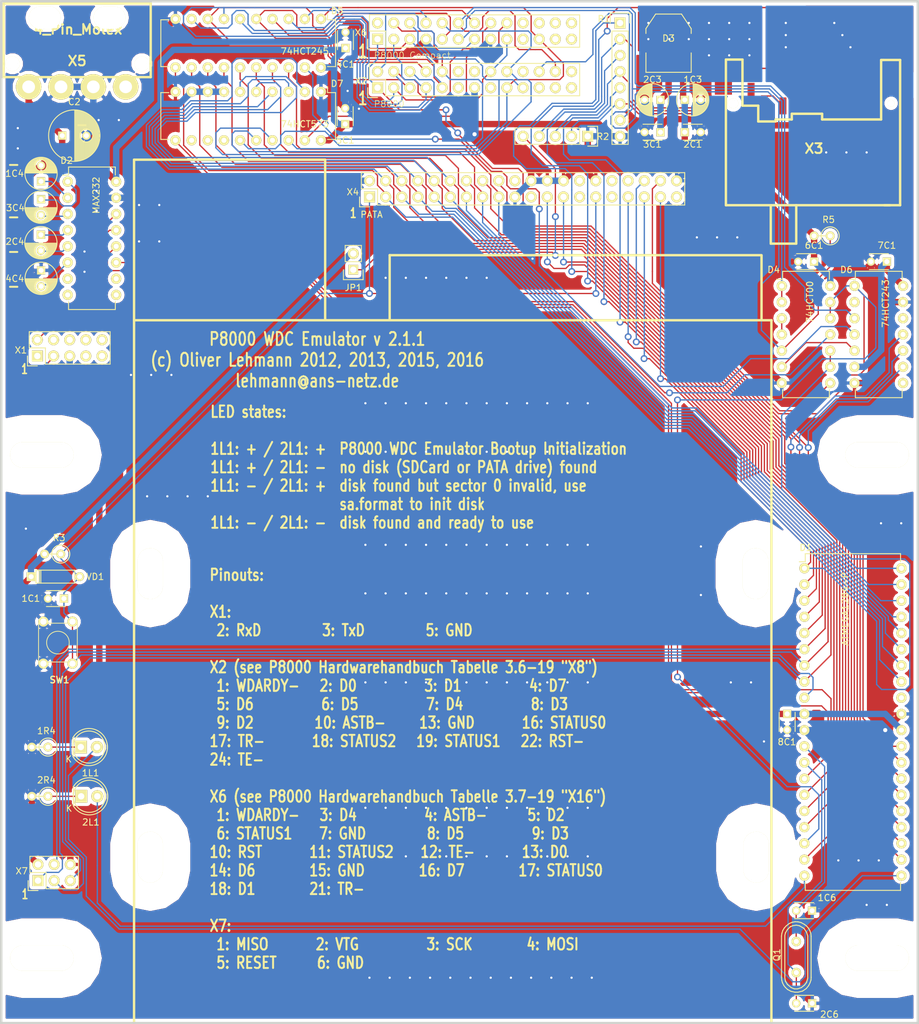
<source format=kicad_pcb>
(kicad_pcb (version 4) (host pcbnew 4.0.1-stable)
  (title_block (title "P8000 WDC Emulator") (date 2016-06-22) (rev 2.1.1))
  (layers (0 Front signal) (31 Back signal) (34 B.Paste user) (35 F.Paste user) (36 B.SilkS user) (37 F.SilkS user) (38 B.Mask user) (39 F.Mask user) (44 Edge.Cuts user))
  (net 0 "")
  (net 1 //ASTB)
  (net 2 //CS0)
  (net 3 //RD)
  (net 4 //RDY)
  (net 5 //RST2)
  (net 6 //TE)
  (net 7 //TR)
  (net 8 //WR)
  (net 9 /D0)
  (net 10 /D1)
  (net 11 /D2)
  (net 12 /D3)
  (net 13 /D4)
  (net 14 /D5)
  (net 15 /D6)
  (net 16 /D7)
  (net 17 /DA0)
  (net 18 /DA1)
  (net 19 /DA2)
  (net 20 /PA0)
  (net 21 /PA1)
  (net 22 /PA2)
  (net 23 /PA3)
  (net 24 /PA4)
  (net 25 /PA5)
  (net 26 /PA6)
  (net 27 /PA7)
  (net 28 /PC0)
  (net 29 /PC1)
  (net 30 /PC2)
  (net 31 /PC3)
  (net 32 /PC4)
  (net 33 /PC5)
  (net 34 /PC6)
  (net 35 /PC7)
  (net 36 /RST)
  (net 37 /RST1)
  (net 38 /STATUS0)
  (net 39 /STATUS1)
  (net 40 /STATUS2)
  (net 41 GND)
  (net 42 VCC)
  (net 43 "Net-(1C1-Pad1)")
  (net 44 +3V3)
  (net 45 "Net-(1L1-Pad1)")
  (net 46 "Net-(1L1-Pad2)")
  (net 47 "Net-(2C6-Pad2)")
  (net 48 "Net-(2L1-Pad1)")
  (net 49 "Net-(2L1-Pad2)")
  (net 50 "Net-(D1-Pad5)")
  (net 51 "Net-(D1-Pad6)")
  (net 52 "Net-(D1-Pad7)")
  (net 53 "Net-(D1-Pad8)")
  (net 54 "Net-(D1-Pad14)")
  (net 55 "Net-(D1-Pad15)")
  (net 56 "Net-(D1-Pad32)")
  (net 57 "Net-(D2-Pad7)")
  (net 58 "Net-(D2-Pad8)")
  (net 59 "Net-(D2-Pad9)")
  (net 60 "Net-(D2-Pad10)")
  (net 61 "Net-(D2-Pad13)")
  (net 62 "Net-(D2-Pad14)")
  (net 63 "Net-(D4-Pad3)")
  (net 64 "Net-(D4-Pad8)")
  (net 65 "Net-(D4-Pad11)")
  (net 66 "Net-(R1-Pad2)")
  (net 67 "Net-(R1-Pad4)")
  (net 68 "Net-(R1-Pad6)")
  (net 69 "Net-(X1-Pad1)")
  (net 70 "Net-(X1-Pad4)")
  (net 71 "Net-(X1-Pad6)")
  (net 72 "Net-(X1-Pad7)")
  (net 73 "Net-(X1-Pad8)")
  (net 74 "Net-(X1-Pad9)")
  (net 75 "Net-(X1-Pad10)")
  (net 76 "Net-(X2-Pad11)")
  (net 77 "Net-(X2-Pad12)")
  (net 78 "Net-(X2-Pad14)")
  (net 79 "Net-(X2-Pad15)")
  (net 80 "Net-(X2-Pad20)")
  (net 81 "Net-(X2-Pad21)")
  (net 82 "Net-(X2-Pad23)")
  (net 83 "Net-(X2-Pad25)")
  (net 84 "Net-(X2-Pad26)")
  (net 85 "Net-(X3-Pad9)")
  (net 86 "Net-(X3-Pad8)")
  (net 87 "Net-(X4-Pad27)")
  (net 88 "Net-(X4-Pad28)")
  (net 89 "Net-(X4-Pad31)")
  (net 90 "Net-(X4-Pad32)")
  (net 91 "Net-(X5-Pad4)")
  (net 92 "Net-(X6-Pad2)")
  (net 93 "Net-(X6-Pad19)")
  (net 94 "Net-(X6-Pad20)")
  (net 95 "Net-(X6-Pad22)")
  (net 96 "Net-(X6-Pad23)")
  (net 97 "Net-(X6-Pad24)")
  (net 98 "Net-(X6-Pad25)")
  (net 99 "Net-(X6-Pad26)")
  (net 100 "Net-(X4-Pad20)")
  (net 101 "Net-(X4-Pad21)")
  (net 102 "Net-(X4-Pad34)")
  (net 103 "Net-(X4-Pad39)")
  (net 104 "Net-(1C6-Pad2)")
  (net 105 "Net-(1C4-Pad1)")
  (net 106 "Net-(2C4-Pad1)")
  (net 107 "Net-(2C4-Pad2)")
  (net 108 "Net-(3C4-Pad1)")
  (net 109 "Net-(3C4-Pad2)")
  (net 110 "Net-(4C4-Pad2)")
  (net 111 "Net-(D1-Pad18)")
  (net 112 "Net-(D1-Pad19)")
  (net 113 "Net-(D6-Pad8)")
  (net 114 "Net-(D7-Pad12)")
  (net 115 "Net-(D7-Pad13)")
  (net 116 "Net-(D7-Pad14)")
  (module Footprints:VIA-0.6mm (layer Front) (at 161.01 103.295)
    (fp_text reference VIA-0.6mm hide)
    (fp_text value VAL** hide)
    (pad 1 thru_hole circle (at 0 0) (size 0.59944 0.59944) (drill 0.35) (layers *.Cu) (net 41 GND) (clearance 0.00254))
  )
  (module Footprints:VIA-0.6mm (layer Front) (at 157.835 103.295)
    (fp_text reference VIA-0.6mm hide)
    (fp_text value VAL** hide)
    (pad 1 thru_hole circle (at 0 0) (size 0.59944 0.59944) (drill 0.35) (layers *.Cu) (net 41 GND) (clearance 0.00254))
  )
  (module Footprints:VIA-0.6mm (layer Front) (at 103.085 61.76)
    (fp_text reference VIA-0.6mm hide)
    (fp_text value VAL** hide)
    (pad 1 thru_hole circle (at 0 0) (size 0.59944 0.59944) (drill 0.35) (layers *.Cu) (net 41 GND) (clearance 0.00254))
  )
  (module Footprints:VIA-0.6mm (layer Front) (at 80.01 64.77)
    (fp_text reference VIA-0.6mm hide)
    (fp_text value VAL** hide)
    (pad 1 thru_hole circle (at 0 0) (size 0.59944 0.59944) (drill 0.35) (layers *.Cu) (net 41 GND) (clearance 0.00254))
  )
  (module Footprints:VIA-0.6mm (layer Front) (at 83.185 64.77)
    (fp_text reference VIA-0.6mm hide)
    (fp_text value VAL** hide)
    (pad 1 thru_hole circle (at 0 0) (size 0.59944 0.59944) (drill 0.35) (layers *.Cu) (net 41 GND) (clearance 0.00254))
  )
  (module Footprints:VIA-0.6mm (layer Front) (at 86.36 64.77)
    (fp_text reference VIA-0.6mm hide)
    (fp_text value VAL** hide)
    (pad 1 thru_hole circle (at 0 0) (size 0.59944 0.59944) (drill 0.35) (layers *.Cu) (net 41 GND) (clearance 0.00254))
  )
  (module Footprints:VIA-0.6mm (layer Front) (at 95.885 64.77)
    (fp_text reference VIA-0.6mm hide)
    (fp_text value VAL** hide)
    (pad 1 thru_hole circle (at 0 0) (size 0.59944 0.59944) (drill 0.35) (layers *.Cu) (net 41 GND) (clearance 0.00254))
  )
  (module Footprints:VIA-0.6mm (layer Front) (at 92.71 64.77)
    (fp_text reference VIA-0.6mm hide)
    (fp_text value VAL** hide)
    (pad 1 thru_hole circle (at 0 0) (size 0.59944 0.59944) (drill 0.35) (layers *.Cu) (net 41 GND) (clearance 0.00254))
  )
  (module Footprints:VIA-0.6mm (layer Front) (at 89.535 64.77)
    (fp_text reference VIA-0.6mm hide)
    (fp_text value VAL** hide)
    (pad 1 thru_hole circle (at 0 0) (size 0.59944 0.59944) (drill 0.35) (layers *.Cu) (net 41 GND) (clearance 0.00254))
  )
  (module Footprints:VIA-0.6mm (layer Front) (at 76.835 92.075)
    (fp_text reference VIA-0.6mm hide)
    (fp_text value VAL** hide)
    (pad 1 thru_hole circle (at 0 0) (size 0.59944 0.59944) (drill 0.35) (layers *.Cu) (net 41 GND) (clearance 0.00254))
  )
  (module Footprints:VIA-0.6mm (layer Front) (at 80.01 92.075)
    (fp_text reference VIA-0.6mm hide)
    (fp_text value VAL** hide)
    (pad 1 thru_hole circle (at 0 0) (size 0.59944 0.59944) (drill 0.35) (layers *.Cu) (net 41 GND) (clearance 0.00254))
  )
  (module Footprints:VIA-0.6mm (layer Front) (at 83.185 92.075)
    (fp_text reference VIA-0.6mm hide)
    (fp_text value VAL** hide)
    (pad 1 thru_hole circle (at 0 0) (size 0.59944 0.59944) (drill 0.35) (layers *.Cu) (net 41 GND) (clearance 0.00254))
  )
  (module Footprints:VIA-0.6mm (layer Front) (at 92.71 92.075)
    (fp_text reference VIA-0.6mm hide)
    (fp_text value VAL** hide)
    (pad 1 thru_hole circle (at 0 0) (size 0.59944 0.59944) (drill 0.35) (layers *.Cu) (net 41 GND) (clearance 0.00254))
  )
  (module Footprints:VIA-0.6mm (layer Front) (at 89.535 92.075)
    (fp_text reference VIA-0.6mm hide)
    (fp_text value VAL** hide)
    (pad 1 thru_hole circle (at 0 0) (size 0.59944 0.59944) (drill 0.35) (layers *.Cu) (net 41 GND) (clearance 0.00254))
  )
  (module Footprints:VIA-0.6mm (layer Front) (at 86.36 92.075)
    (fp_text reference VIA-0.6mm hide)
    (fp_text value VAL** hide)
    (pad 1 thru_hole circle (at 0 0) (size 0.59944 0.59944) (drill 0.35) (layers *.Cu) (net 41 GND) (clearance 0.00254))
  )
  (module Footprints:VIA-0.6mm (layer Front) (at 105.41 92.075)
    (fp_text reference VIA-0.6mm hide)
    (fp_text value VAL** hide)
    (pad 1 thru_hole circle (at 0 0) (size 0.59944 0.59944) (drill 0.35) (layers *.Cu) (net 41 GND) (clearance 0.00254))
  )
  (module Footprints:VIA-0.6mm (layer Front) (at 108.585 92.075)
    (fp_text reference VIA-0.6mm hide)
    (fp_text value VAL** hide)
    (pad 1 thru_hole circle (at 0 0) (size 0.59944 0.59944) (drill 0.35) (layers *.Cu) (net 41 GND) (clearance 0.00254))
  )
  (module Footprints:VIA-0.6mm (layer Front) (at 111.76 92.075)
    (fp_text reference VIA-0.6mm hide)
    (fp_text value VAL** hide)
    (pad 1 thru_hole circle (at 0 0) (size 0.59944 0.59944) (drill 0.35) (layers *.Cu) (net 41 GND) (clearance 0.00254))
  )
  (module Footprints:VIA-0.6mm (layer Front) (at 102.235 92.075)
    (fp_text reference VIA-0.6mm hide)
    (fp_text value VAL** hide)
    (pad 1 thru_hole circle (at 0 0) (size 0.59944 0.59944) (drill 0.35) (layers *.Cu) (net 41 GND) (clearance 0.00254))
  )
  (module Footprints:VIA-0.6mm (layer Front) (at 99.06 92.075)
    (fp_text reference VIA-0.6mm hide)
    (fp_text value VAL** hide)
    (pad 1 thru_hole circle (at 0 0) (size 0.59944 0.59944) (drill 0.35) (layers *.Cu) (net 41 GND) (clearance 0.00254))
  )
  (module Footprints:VIA-0.6mm (layer Front) (at 95.885 92.075)
    (fp_text reference VIA-0.6mm hide)
    (fp_text value VAL** hide)
    (pad 1 thru_hole circle (at 0 0) (size 0.59944 0.59944) (drill 0.35) (layers *.Cu) (net 41 GND) (clearance 0.00254))
  )
  (module Footprints:VIA-0.6mm (layer Front) (at 76.835 84.455)
    (fp_text reference VIA-0.6mm hide)
    (fp_text value VAL** hide)
    (pad 1 thru_hole circle (at 0 0) (size 0.59944 0.59944) (drill 0.35) (layers *.Cu) (net 41 GND) (clearance 0.00254))
  )
  (module Footprints:VIA-0.6mm (layer Front) (at 80.01 84.455)
    (fp_text reference VIA-0.6mm hide)
    (fp_text value VAL** hide)
    (pad 1 thru_hole circle (at 0 0) (size 0.59944 0.59944) (drill 0.35) (layers *.Cu) (net 41 GND) (clearance 0.00254))
  )
  (module Footprints:VIA-0.6mm (layer Front) (at 83.185 84.455)
    (fp_text reference VIA-0.6mm hide)
    (fp_text value VAL** hide)
    (pad 1 thru_hole circle (at 0 0) (size 0.59944 0.59944) (drill 0.35) (layers *.Cu) (net 41 GND) (clearance 0.00254))
  )
  (module Footprints:VIA-0.6mm (layer Front) (at 92.71 84.455)
    (fp_text reference VIA-0.6mm hide)
    (fp_text value VAL** hide)
    (pad 1 thru_hole circle (at 0 0) (size 0.59944 0.59944) (drill 0.35) (layers *.Cu) (net 41 GND) (clearance 0.00254))
  )
  (module Footprints:VIA-0.6mm (layer Front) (at 89.535 84.455)
    (fp_text reference VIA-0.6mm hide)
    (fp_text value VAL** hide)
    (pad 1 thru_hole circle (at 0 0) (size 0.59944 0.59944) (drill 0.35) (layers *.Cu) (net 41 GND) (clearance 0.00254))
  )
  (module Footprints:VIA-0.6mm (layer Front) (at 86.36 84.455)
    (fp_text reference VIA-0.6mm hide)
    (fp_text value VAL** hide)
    (pad 1 thru_hole circle (at 0 0) (size 0.59944 0.59944) (drill 0.35) (layers *.Cu) (net 41 GND) (clearance 0.00254))
  )
  (module Footprints:VIA-0.6mm (layer Front) (at 105.41 84.455)
    (fp_text reference VIA-0.6mm hide)
    (fp_text value VAL** hide)
    (pad 1 thru_hole circle (at 0 0) (size 0.59944 0.59944) (drill 0.35) (layers *.Cu) (net 41 GND) (clearance 0.00254))
  )
  (module Footprints:VIA-0.6mm (layer Front) (at 108.585 84.455)
    (fp_text reference VIA-0.6mm hide)
    (fp_text value VAL** hide)
    (pad 1 thru_hole circle (at 0 0) (size 0.59944 0.59944) (drill 0.35) (layers *.Cu) (net 41 GND) (clearance 0.00254))
  )
  (module Footprints:VIA-0.6mm (layer Front) (at 111.76 84.455)
    (fp_text reference VIA-0.6mm hide)
    (fp_text value VAL** hide)
    (pad 1 thru_hole circle (at 0 0) (size 0.59944 0.59944) (drill 0.35) (layers *.Cu) (net 41 GND) (clearance 0.00254))
  )
  (module Footprints:VIA-0.6mm (layer Front) (at 102.235 84.455)
    (fp_text reference VIA-0.6mm hide)
    (fp_text value VAL** hide)
    (pad 1 thru_hole circle (at 0 0) (size 0.59944 0.59944) (drill 0.35) (layers *.Cu) (net 41 GND) (clearance 0.00254))
  )
  (module Footprints:VIA-0.6mm (layer Front) (at 99.06 84.455)
    (fp_text reference VIA-0.6mm hide)
    (fp_text value VAL** hide)
    (pad 1 thru_hole circle (at 0 0) (size 0.59944 0.59944) (drill 0.35) (layers *.Cu) (net 41 GND) (clearance 0.00254))
  )
  (module Footprints:VIA-0.6mm (layer Front) (at 95.885 84.455)
    (fp_text reference VIA-0.6mm hide)
    (fp_text value VAL** hide)
    (pad 1 thru_hole circle (at 0 0) (size 0.59944 0.59944) (drill 0.35) (layers *.Cu) (net 41 GND) (clearance 0.00254))
  )
  (module Footprints:HOLE_4x8mm_pad (layer Front) (at 26.0096 92.56014 90)
    (fp_text reference Hole-Outer-4 hide)
    (fp_text value VAL** hide)
    (pad "" np_thru_hole oval (at 0 0 90) (size 4.0005 9.99998) (drill oval 4.0005 9.99998) (layers *.Cu *.Mask F.SilkS) (clearance 4.25196))
  )
  (module Footprints:HOLE_4x8mm_pad (layer Front) (at 26.0096 171.54906 90)
    (fp_text reference Hole-Outer-3 hide)
    (fp_text value VAL** hide)
    (pad "" np_thru_hole oval (at 0 0 90) (size 4.0005 9.99998) (drill oval 4.0005 9.99998) (layers *.Cu *.Mask F.SilkS) (clearance 4.25196))
  )
  (module Footprints:HOLE_4x8mm_pad (layer Front) (at 157.226 171.5516 90)
    (fp_text reference Hole-Outer-1 hide)
    (fp_text value VAL** hide)
    (pad "" np_thru_hole oval (at 0 0 90) (size 4.0005 9.99998) (drill oval 4.0005 9.99998) (layers *.Cu *.Mask F.SilkS) (clearance 4.25196))
  )
  (module Footprints:HOLE_4x8mm_pad (layer Front) (at 157.226 92.5576 90)
    (fp_text reference Hole-Outer-2 hide)
    (fp_text value VAL** hide)
    (pad "" np_thru_hole oval (at 0 0 90) (size 4.0005 9.99998) (drill oval 4.0005 9.99998) (layers *.Cu *.Mask F.SilkS) (clearance 4.25196))
  )
  (module Housings_DIP:DIP-40_W15.24mm (layer Front) (at 145.8 110.36)
    (fp_text reference D1 (at 0.21 -3.24 180) (layer F.SilkS))
    (fp_text value ATMEGA1284-P (at 6.4008 6.35 270) (layer F.SilkS))
    (pad 1 thru_hole oval (at 0 0) (size 1.6 1.6) (drill 0.8) (layers *.Cu *.Mask F.SilkS) (net 2 //CS0))
    (pad 2 thru_hole oval (at 0 2.54) (size 1.6 1.6) (drill 0.8) (layers *.Cu *.Mask F.SilkS) (net 17 /DA0))
    (pad 3 thru_hole oval (at 0 5.08) (size 1.6 1.6) (drill 0.8) (layers *.Cu *.Mask F.SilkS) (net 18 /DA1))
    (pad 4 thru_hole oval (at 0 7.62) (size 1.6 1.6) (drill 0.8) (layers *.Cu *.Mask F.SilkS) (net 19 /DA2))
    (pad 5 thru_hole oval (at 0 10.16) (size 1.6 1.6) (drill 0.8) (layers *.Cu *.Mask F.SilkS) (net 50 "Net-(D1-Pad5)"))
    (pad 6 thru_hole oval (at 0 12.7) (size 1.6 1.6) (drill 0.8) (layers *.Cu *.Mask F.SilkS) (net 51 "Net-(D1-Pad6)"))
    (pad 7 thru_hole oval (at 0 15.24) (size 1.6 1.6) (drill 0.8) (layers *.Cu *.Mask F.SilkS) (net 52 "Net-(D1-Pad7)"))
    (pad 8 thru_hole oval (at 0 17.78) (size 1.6 1.6) (drill 0.8) (layers *.Cu *.Mask F.SilkS) (net 53 "Net-(D1-Pad8)"))
    (pad 9 thru_hole oval (at 0 20.32) (size 1.6 1.6) (drill 0.8) (layers *.Cu *.Mask F.SilkS) (net 43 "Net-(1C1-Pad1)"))
    (pad 10 thru_hole oval (at 0 22.86) (size 1.6 1.6) (drill 0.8) (layers *.Cu *.Mask F.SilkS) (net 42 VCC))
    (pad 11 thru_hole oval (at 0 25.4) (size 1.6 1.6) (drill 0.8) (layers *.Cu *.Mask F.SilkS) (net 41 GND))
    (pad 12 thru_hole oval (at 0 27.94) (size 1.6 1.6) (drill 0.8) (layers *.Cu *.Mask F.SilkS) (net 104 "Net-(1C6-Pad2)"))
    (pad 13 thru_hole oval (at 0 30.48) (size 1.6 1.6) (drill 0.8) (layers *.Cu *.Mask F.SilkS) (net 47 "Net-(2C6-Pad2)"))
    (pad 14 thru_hole oval (at 0 33.02) (size 1.6 1.6) (drill 0.8) (layers *.Cu *.Mask F.SilkS) (net 54 "Net-(D1-Pad14)"))
    (pad 15 thru_hole oval (at 0 35.56) (size 1.6 1.6) (drill 0.8) (layers *.Cu *.Mask F.SilkS) (net 55 "Net-(D1-Pad15)"))
    (pad 16 thru_hole oval (at 0 38.1) (size 1.6 1.6) (drill 0.8) (layers *.Cu *.Mask F.SilkS) (net 8 //WR))
    (pad 17 thru_hole oval (at 0 40.64) (size 1.6 1.6) (drill 0.8) (layers *.Cu *.Mask F.SilkS) (net 3 //RD))
    (pad 18 thru_hole oval (at 0 43.18) (size 1.6 1.6) (drill 0.8) (layers *.Cu *.Mask F.SilkS) (net 111 "Net-(D1-Pad18)"))
    (pad 19 thru_hole oval (at 0 45.72) (size 1.6 1.6) (drill 0.8) (layers *.Cu *.Mask F.SilkS) (net 112 "Net-(D1-Pad19)"))
    (pad 20 thru_hole oval (at 0 48.26) (size 1.6 1.6) (drill 0.8) (layers *.Cu *.Mask F.SilkS) (net 49 "Net-(2L1-Pad2)"))
    (pad 21 thru_hole oval (at 15.24 48.26) (size 1.6 1.6) (drill 0.8) (layers *.Cu *.Mask F.SilkS) (net 46 "Net-(1L1-Pad2)"))
    (pad 22 thru_hole oval (at 15.24 45.72) (size 1.6 1.6) (drill 0.8) (layers *.Cu *.Mask F.SilkS) (net 28 /PC0))
    (pad 23 thru_hole oval (at 15.24 43.18) (size 1.6 1.6) (drill 0.8) (layers *.Cu *.Mask F.SilkS) (net 29 /PC1))
    (pad 24 thru_hole oval (at 15.24 40.64) (size 1.6 1.6) (drill 0.8) (layers *.Cu *.Mask F.SilkS) (net 30 /PC2))
    (pad 25 thru_hole oval (at 15.24 38.1) (size 1.6 1.6) (drill 0.8) (layers *.Cu *.Mask F.SilkS) (net 31 /PC3))
    (pad 26 thru_hole oval (at 15.24 35.56) (size 1.6 1.6) (drill 0.8) (layers *.Cu *.Mask F.SilkS) (net 32 /PC4))
    (pad 27 thru_hole oval (at 15.24 33.02) (size 1.6 1.6) (drill 0.8) (layers *.Cu *.Mask F.SilkS) (net 33 /PC5))
    (pad 28 thru_hole oval (at 15.24 30.48) (size 1.6 1.6) (drill 0.8) (layers *.Cu *.Mask F.SilkS) (net 34 /PC6))
    (pad 29 thru_hole oval (at 15.24 27.94) (size 1.6 1.6) (drill 0.8) (layers *.Cu *.Mask F.SilkS) (net 35 /PC7))
    (pad 30 thru_hole oval (at 15.24 25.4) (size 1.6 1.6) (drill 0.8) (layers *.Cu *.Mask F.SilkS) (net 42 VCC))
    (pad 31 thru_hole oval (at 15.24 22.86) (size 1.6 1.6) (drill 0.8) (layers *.Cu *.Mask F.SilkS) (net 41 GND))
    (pad 32 thru_hole oval (at 15.24 20.32) (size 1.6 1.6) (drill 0.8) (layers *.Cu *.Mask F.SilkS) (net 56 "Net-(D1-Pad32)"))
    (pad 33 thru_hole oval (at 15.24 17.78) (size 1.6 1.6) (drill 0.8) (layers *.Cu *.Mask F.SilkS) (net 27 /PA7))
    (pad 34 thru_hole oval (at 15.24 15.24) (size 1.6 1.6) (drill 0.8) (layers *.Cu *.Mask F.SilkS) (net 26 /PA6))
    (pad 35 thru_hole oval (at 15.24 12.7) (size 1.6 1.6) (drill 0.8) (layers *.Cu *.Mask F.SilkS) (net 25 /PA5))
    (pad 36 thru_hole oval (at 15.24 10.16) (size 1.6 1.6) (drill 0.8) (layers *.Cu *.Mask F.SilkS) (net 24 /PA4))
    (pad 37 thru_hole oval (at 15.24 7.62) (size 1.6 1.6) (drill 0.8) (layers *.Cu *.Mask F.SilkS) (net 23 /PA3))
    (pad 38 thru_hole oval (at 15.24 5.08) (size 1.6 1.6) (drill 0.8) (layers *.Cu *.Mask F.SilkS) (net 22 /PA2))
    (pad 39 thru_hole oval (at 15.24 2.54) (size 1.6 1.6) (drill 0.8) (layers *.Cu *.Mask F.SilkS) (net 21 /PA1))
    (pad 40 thru_hole oval (at 15.24 0) (size 1.6 1.6) (drill 0.8) (layers *.Cu *.Mask F.SilkS) (net 20 /PA0))
  )
  (module Housings_DIP:DIP-16_W7.62mm (layer Front) (at 30.0609 49.6697)
    (fp_text reference D2 (at -0.1651 -3.31724 180) (layer F.SilkS))
    (fp_text value MAX232 (at 4.4831 2.1463 90) (layer F.SilkS))
    (pad 1 thru_hole oval (at 0 0) (size 1.6 1.6) (drill 0.8) (layers *.Cu *.Mask F.SilkS) (net 108 "Net-(3C4-Pad1)"))
    (pad 2 thru_hole oval (at 0 2.54) (size 1.6 1.6) (drill 0.8) (layers *.Cu *.Mask F.SilkS) (net 105 "Net-(1C4-Pad1)"))
    (pad 3 thru_hole oval (at 0 5.08) (size 1.6 1.6) (drill 0.8) (layers *.Cu *.Mask F.SilkS) (net 109 "Net-(3C4-Pad2)"))
    (pad 4 thru_hole oval (at 0 7.62) (size 1.6 1.6) (drill 0.8) (layers *.Cu *.Mask F.SilkS) (net 106 "Net-(2C4-Pad1)"))
    (pad 5 thru_hole oval (at 0 10.16) (size 1.6 1.6) (drill 0.8) (layers *.Cu *.Mask F.SilkS) (net 107 "Net-(2C4-Pad2)"))
    (pad 6 thru_hole oval (at 0 12.7) (size 1.6 1.6) (drill 0.8) (layers *.Cu *.Mask F.SilkS) (net 110 "Net-(4C4-Pad2)"))
    (pad 7 thru_hole oval (at 0 15.24) (size 1.6 1.6) (drill 0.8) (layers *.Cu *.Mask F.SilkS) (net 57 "Net-(D2-Pad7)"))
    (pad 8 thru_hole oval (at 0 17.78) (size 1.6 1.6) (drill 0.8) (layers *.Cu *.Mask F.SilkS) (net 58 "Net-(D2-Pad8)"))
    (pad 9 thru_hole oval (at 7.62 17.78) (size 1.6 1.6) (drill 0.8) (layers *.Cu *.Mask F.SilkS) (net 59 "Net-(D2-Pad9)"))
    (pad 10 thru_hole oval (at 7.62 15.24) (size 1.6 1.6) (drill 0.8) (layers *.Cu *.Mask F.SilkS) (net 60 "Net-(D2-Pad10)"))
    (pad 11 thru_hole oval (at 7.62 12.7) (size 1.6 1.6) (drill 0.8) (layers *.Cu *.Mask F.SilkS) (net 55 "Net-(D1-Pad15)"))
    (pad 12 thru_hole oval (at 7.62 10.16) (size 1.6 1.6) (drill 0.8) (layers *.Cu *.Mask F.SilkS) (net 54 "Net-(D1-Pad14)"))
    (pad 13 thru_hole oval (at 7.62 7.62) (size 1.6 1.6) (drill 0.8) (layers *.Cu *.Mask F.SilkS) (net 61 "Net-(D2-Pad13)"))
    (pad 14 thru_hole oval (at 7.62 5.08) (size 1.6 1.6) (drill 0.8) (layers *.Cu *.Mask F.SilkS) (net 62 "Net-(D2-Pad14)"))
    (pad 15 thru_hole oval (at 7.62 2.54) (size 1.6 1.6) (drill 0.8) (layers *.Cu *.Mask F.SilkS) (net 41 GND))
    (pad 16 thru_hole oval (at 7.62 0) (size 1.6 1.6) (drill 0.8) (layers *.Cu *.Mask F.SilkS) (net 42 VCC))
  )
  (module Footprints:sd_cocket_yamaichi_fps009_3001 (layer Front) (at 159.82 53.37 180)
    (fp_text reference X3 (at 12.5095 8.89 180) (layer F.SilkS) (effects (font (thickness 0.3048))))
    (fp_text value SD-CON hide)
    (pad 9 smd rect (at 22.40026 17.88414 180) (size 1.09982 2.64922) (layers Front F.Paste F.Mask) (net 85 "Net-(X3-Pad9)"))
    (pad 1 smd rect (at 19.9009 15.08506 180) (size 1.09982 2.64922) (layers Front F.Paste F.Mask) (net 68 "Net-(R1-Pad6)"))
    (pad 2 smd rect (at 17.399 15.58544 180) (size 1.09982 2.64922) (layers Front F.Paste F.Mask) (net 67 "Net-(R1-Pad4)"))
    (pad 3 smd rect (at 14.89964 16.38554 180) (size 1.09982 2.64922) (layers Front F.Paste F.Mask) (net 41 GND))
    (pad 4 smd rect (at 12.40028 16.38554 180) (size 1.09982 2.64922) (layers Front F.Paste F.Mask) (net 44 +3V3))
    (pad 5 smd rect (at 9.90092 15.58544 180) (size 1.09982 2.64922) (layers Front F.Paste F.Mask) (net 66 "Net-(R1-Pad2)"))
    (pad 6 smd rect (at 7.39902 15.58544 180) (size 1.09982 2.64922) (layers Front F.Paste F.Mask) (net 41 GND))
    (pad 7 smd rect (at 4.89966 15.58544 180) (size 1.09982 2.64922) (layers Front F.Paste F.Mask) (net 52 "Net-(D1-Pad7)"))
    (pad 8 smd rect (at 3.27406 15.58544 180) (size 1.09982 2.64922) (layers Front F.Paste F.Mask) (net 86 "Net-(X3-Pad8)"))
    (pad WP1 smd rect (at 0.65024 -2.25044 180) (size 1.00076 3.50012) (layers Front F.Paste F.Mask))
    (pad Sec smd rect (at 26.74874 18.84934 180) (size 2.70002 2.99974) (layers Front F.Paste F.Mask))
    (pad WP2 smd rect (at -0.89916 -2.25044 180) (size 1.39954 3.50012) (layers Front F.Paste F.Mask))
    (pad COM smd rect (at 2.25044 -1.24968 180) (size 1.39954 2.49936) (layers Front F.Paste F.Mask))
    (pad Sec smd rect (at -1.34874 18.84934 180) (size 2.70002 2.99974) (layers Front F.Paste F.Mask))
    (pad "" np_thru_hole circle (at 25.19934 15.99946 180) (size 1.6002 1.6002) (drill 1.6002) (layers *.Cu *.Mask F.SilkS))
    (pad "" np_thru_hole circle (at 0.39878 15.99946 180) (size 1.09982 1.09982) (drill 1.09982) (layers *.Cu *.Mask F.SilkS))
  )
  (module Pin_Headers:Pin_Header_Straight_2x20 (layer Front) (at 77.47 52.07 90)
    (fp_text reference X4 (at 0.76454 -2.61366 180) (layer F.SilkS))
    (fp_text value PATA (at -2.77114 0.33274 180) (layer F.SilkS))
    (pad 1 thru_hole rect (at 0 0 90) (size 1.7272 1.7272) (drill 1) (layers *.Cu *.Mask F.SilkS) (net 43 "Net-(1C1-Pad1)"))
    (pad 2 thru_hole oval (at 2.54 0 90) (size 1.7272 1.7272) (drill 1) (layers *.Cu *.Mask F.SilkS) (net 41 GND))
    (pad 3 thru_hole oval (at 0 2.54 90) (size 1.7272 1.7272) (drill 1) (layers *.Cu *.Mask F.SilkS) (net 27 /PA7))
    (pad 4 thru_hole oval (at 2.54 2.54 90) (size 1.7272 1.7272) (drill 1) (layers *.Cu *.Mask F.SilkS) (net 28 /PC0))
    (pad 5 thru_hole oval (at 0 5.08 90) (size 1.7272 1.7272) (drill 1) (layers *.Cu *.Mask F.SilkS) (net 26 /PA6))
    (pad 6 thru_hole oval (at 2.54 5.08 90) (size 1.7272 1.7272) (drill 1) (layers *.Cu *.Mask F.SilkS) (net 29 /PC1))
    (pad 7 thru_hole oval (at 0 7.62 90) (size 1.7272 1.7272) (drill 1) (layers *.Cu *.Mask F.SilkS) (net 25 /PA5))
    (pad 8 thru_hole oval (at 2.54 7.62 90) (size 1.7272 1.7272) (drill 1) (layers *.Cu *.Mask F.SilkS) (net 30 /PC2))
    (pad 9 thru_hole oval (at 0 10.16 90) (size 1.7272 1.7272) (drill 1) (layers *.Cu *.Mask F.SilkS) (net 24 /PA4))
    (pad 10 thru_hole oval (at 2.54 10.16 90) (size 1.7272 1.7272) (drill 1) (layers *.Cu *.Mask F.SilkS) (net 31 /PC3))
    (pad 11 thru_hole oval (at 0 12.7 90) (size 1.7272 1.7272) (drill 1) (layers *.Cu *.Mask F.SilkS) (net 23 /PA3))
    (pad 12 thru_hole oval (at 2.54 12.7 90) (size 1.7272 1.7272) (drill 1) (layers *.Cu *.Mask F.SilkS) (net 32 /PC4))
    (pad 13 thru_hole oval (at 0 15.24 90) (size 1.7272 1.7272) (drill 1) (layers *.Cu *.Mask F.SilkS) (net 22 /PA2))
    (pad 14 thru_hole oval (at 2.54 15.24 90) (size 1.7272 1.7272) (drill 1) (layers *.Cu *.Mask F.SilkS) (net 33 /PC5))
    (pad 15 thru_hole oval (at 0 17.78 90) (size 1.7272 1.7272) (drill 1) (layers *.Cu *.Mask F.SilkS) (net 21 /PA1))
    (pad 16 thru_hole oval (at 2.54 17.78 90) (size 1.7272 1.7272) (drill 1) (layers *.Cu *.Mask F.SilkS) (net 34 /PC6))
    (pad 17 thru_hole oval (at 0 20.32 90) (size 1.7272 1.7272) (drill 1) (layers *.Cu *.Mask F.SilkS) (net 20 /PA0))
    (pad 18 thru_hole oval (at 2.54 20.32 90) (size 1.7272 1.7272) (drill 1) (layers *.Cu *.Mask F.SilkS) (net 35 /PC7))
    (pad 19 thru_hole oval (at 0 22.86 90) (size 1.7272 1.7272) (drill 1) (layers *.Cu *.Mask F.SilkS) (net 41 GND))
    (pad 20 thru_hole oval (at 2.54 22.86 90) (size 1.7272 1.7272) (drill 1) (layers *.Cu *.Mask F.SilkS) (net 100 "Net-(X4-Pad20)"))
    (pad 21 thru_hole oval (at 0 25.4 90) (size 1.7272 1.7272) (drill 1) (layers *.Cu *.Mask F.SilkS) (net 101 "Net-(X4-Pad21)"))
    (pad 22 thru_hole oval (at 2.54 25.4 90) (size 1.7272 1.7272) (drill 1) (layers *.Cu *.Mask F.SilkS) (net 41 GND))
    (pad 23 thru_hole oval (at 0 27.94 90) (size 1.7272 1.7272) (drill 1) (layers *.Cu *.Mask F.SilkS) (net 8 //WR))
    (pad 24 thru_hole oval (at 2.54 27.94 90) (size 1.7272 1.7272) (drill 1) (layers *.Cu *.Mask F.SilkS) (net 41 GND))
    (pad 25 thru_hole oval (at 0 30.48 90) (size 1.7272 1.7272) (drill 1) (layers *.Cu *.Mask F.SilkS) (net 3 //RD))
    (pad 26 thru_hole oval (at 2.54 30.48 90) (size 1.7272 1.7272) (drill 1) (layers *.Cu *.Mask F.SilkS) (net 41 GND))
    (pad 27 thru_hole oval (at 0 33.02 90) (size 1.7272 1.7272) (drill 1) (layers *.Cu *.Mask F.SilkS) (net 87 "Net-(X4-Pad27)"))
    (pad 28 thru_hole oval (at 2.54 33.02 90) (size 1.7272 1.7272) (drill 1) (layers *.Cu *.Mask F.SilkS) (net 88 "Net-(X4-Pad28)"))
    (pad 29 thru_hole oval (at 0 35.56 90) (size 1.7272 1.7272) (drill 1) (layers *.Cu *.Mask F.SilkS) (net 43 "Net-(1C1-Pad1)"))
    (pad 30 thru_hole oval (at 2.54 35.56 90) (size 1.7272 1.7272) (drill 1) (layers *.Cu *.Mask F.SilkS) (net 41 GND))
    (pad 31 thru_hole oval (at 0 38.1 90) (size 1.7272 1.7272) (drill 1) (layers *.Cu *.Mask F.SilkS) (net 89 "Net-(X4-Pad31)"))
    (pad 32 thru_hole oval (at 2.54 38.1 90) (size 1.7272 1.7272) (drill 1) (layers *.Cu *.Mask F.SilkS) (net 90 "Net-(X4-Pad32)"))
    (pad 33 thru_hole oval (at 0 40.64 90) (size 1.7272 1.7272) (drill 1) (layers *.Cu *.Mask F.SilkS) (net 18 /DA1))
    (pad 34 thru_hole oval (at 2.54 40.64 90) (size 1.7272 1.7272) (drill 1) (layers *.Cu *.Mask F.SilkS) (net 102 "Net-(X4-Pad34)"))
    (pad 35 thru_hole oval (at 0 43.18 90) (size 1.7272 1.7272) (drill 1) (layers *.Cu *.Mask F.SilkS) (net 17 /DA0))
    (pad 36 thru_hole oval (at 2.54 43.18 90) (size 1.7272 1.7272) (drill 1) (layers *.Cu *.Mask F.SilkS) (net 19 /DA2))
    (pad 37 thru_hole oval (at 0 45.72 90) (size 1.7272 1.7272) (drill 1) (layers *.Cu *.Mask F.SilkS) (net 2 //CS0))
    (pad 38 thru_hole oval (at 2.54 45.72 90) (size 1.7272 1.7272) (drill 1) (layers *.Cu *.Mask F.SilkS) (net 64 "Net-(D4-Pad8)"))
    (pad 39 thru_hole oval (at 0 48.26 90) (size 1.7272 1.7272) (drill 1) (layers *.Cu *.Mask F.SilkS) (net 103 "Net-(X4-Pad39)"))
    (pad 40 thru_hole oval (at 2.54 48.26 90) (size 1.7272 1.7272) (drill 1) (layers *.Cu *.Mask F.SilkS) (net 41 GND))
  )
  (module Housings_DIP:DIP-14_W7.62mm (layer Front) (at 142.24 66.04)
    (fp_text reference D4 (at -1.27 -2.54 180) (layer F.SilkS))
    (fp_text value 74HCT00 (at 4.4196 2.5273 90) (layer F.SilkS))
    (pad 1 thru_hole oval (at 0 0) (size 1.6 1.6) (drill 0.8) (layers *.Cu *.Mask F.SilkS) (net 37 /RST1))
    (pad 2 thru_hole oval (at 0 2.54) (size 1.6 1.6) (drill 0.8) (layers *.Cu *.Mask F.SilkS) (net 37 /RST1))
    (pad 3 thru_hole oval (at 0 5.08) (size 1.6 1.6) (drill 0.8) (layers *.Cu *.Mask F.SilkS) (net 63 "Net-(D4-Pad3)"))
    (pad 4 thru_hole oval (at 0 7.62) (size 1.6 1.6) (drill 0.8) (layers *.Cu *.Mask F.SilkS) (net 63 "Net-(D4-Pad3)"))
    (pad 5 thru_hole oval (at 0 10.16) (size 1.6 1.6) (drill 0.8) (layers *.Cu *.Mask F.SilkS) (net 5 //RST2))
    (pad 6 thru_hole oval (at 0 12.7) (size 1.6 1.6) (drill 0.8) (layers *.Cu *.Mask F.SilkS) (net 36 /RST))
    (pad 7 thru_hole oval (at 0 15.24) (size 1.6 1.6) (drill 0.8) (layers *.Cu *.Mask F.SilkS) (net 41 GND))
    (pad 8 thru_hole oval (at 7.62 15.24) (size 1.6 1.6) (drill 0.8) (layers *.Cu *.Mask F.SilkS) (net 64 "Net-(D4-Pad8)"))
    (pad 9 thru_hole oval (at 7.62 12.7) (size 1.6 1.6) (drill 0.8) (layers *.Cu *.Mask F.SilkS) (net 2 //CS0))
    (pad 10 thru_hole oval (at 7.62 10.16) (size 1.6 1.6) (drill 0.8) (layers *.Cu *.Mask F.SilkS) (net 2 //CS0))
    (pad 11 thru_hole oval (at 7.62 7.62) (size 1.6 1.6) (drill 0.8) (layers *.Cu *.Mask F.SilkS) (net 65 "Net-(D4-Pad11)"))
    (pad 12 thru_hole oval (at 7.62 5.08) (size 1.6 1.6) (drill 0.8) (layers *.Cu *.Mask F.SilkS) (net 111 "Net-(D1-Pad18)"))
    (pad 13 thru_hole oval (at 7.62 2.54) (size 1.6 1.6) (drill 0.8) (layers *.Cu *.Mask F.SilkS) (net 111 "Net-(D1-Pad18)"))
    (pad 14 thru_hole oval (at 7.62 0) (size 1.6 1.6) (drill 0.8) (layers *.Cu *.Mask F.SilkS) (net 42 VCC))
  )
  (module Pin_Headers:Pin_Header_Straight_1x08 (layer Front) (at 116.84 24.765)
    (fp_text reference R1 (at -2.54 -0.635) (layer F.SilkS))
    (fp_text value 1k8 hide)
    (pad 1 thru_hole rect (at 0 0) (size 1.7272 1.7272) (drill 1) (layers *.Cu *.Mask F.SilkS) (net 53 "Net-(D1-Pad8)"))
    (pad 2 thru_hole oval (at 0 2.54) (size 1.7272 1.7272) (drill 1) (layers *.Cu *.Mask F.SilkS) (net 66 "Net-(R1-Pad2)"))
    (pad 3 thru_hole oval (at 0 5.08) (size 1.7272 1.7272) (drill 1) (layers *.Cu *.Mask F.SilkS) (net 51 "Net-(D1-Pad6)"))
    (pad 4 thru_hole oval (at 0 7.62) (size 1.7272 1.7272) (drill 1) (layers *.Cu *.Mask F.SilkS) (net 67 "Net-(R1-Pad4)"))
    (pad 5 thru_hole oval (at 0 10.16) (size 1.7272 1.7272) (drill 1) (layers *.Cu *.Mask F.SilkS) (net 50 "Net-(D1-Pad5)"))
    (pad 6 thru_hole oval (at 0 12.7) (size 1.7272 1.7272) (drill 1) (layers *.Cu *.Mask F.SilkS) (net 68 "Net-(R1-Pad6)"))
    (pad 7 thru_hole oval (at 0 15.24) (size 1.7272 1.7272) (drill 1) (layers *.Cu *.Mask F.SilkS) (net 37 /RST1))
    (pad 8 thru_hole oval (at 0 17.78) (size 1.7272 1.7272) (drill 1) (layers *.Cu *.Mask F.SilkS) (net 41 GND))
  )
  (module Pin_Headers:Pin_Header_Straight_1x05 (layer Front) (at 111.76 42.545 270)
    (fp_text reference R2 (at 0.05334 -2.38506 360) (layer F.SilkS))
    (fp_text value 3k3 hide)
    (pad 1 thru_hole rect (at 0 0 270) (size 1.7272 1.7272) (drill 1) (layers *.Cu *.Mask F.SilkS) (net 41 GND))
    (pad 2 thru_hole oval (at 0 2.54 270) (size 1.7272 1.7272) (drill 1) (layers *.Cu *.Mask F.SilkS) (net 68 "Net-(R1-Pad6)"))
    (pad 3 thru_hole oval (at 0 5.08 270) (size 1.7272 1.7272) (drill 1) (layers *.Cu *.Mask F.SilkS) (net 67 "Net-(R1-Pad4)"))
    (pad 4 thru_hole oval (at 0 7.62 270) (size 1.7272 1.7272) (drill 1) (layers *.Cu *.Mask F.SilkS) (net 66 "Net-(R1-Pad2)"))
    (pad 5 thru_hole oval (at 0 10.16 270) (size 1.7272 1.7272) (drill 1) (layers *.Cu *.Mask F.SilkS) (net 112 "Net-(D1-Pad19)"))
  )
  (module Pin_Headers:Pin_Header_Straight_2x03 (layer Front) (at 25.4 159.385 90)
    (fp_text reference X7 (at 1.49606 -2.56286 180) (layer F.SilkS))
    (fp_text value AVR-ISP-6 hide)
    (pad 1 thru_hole rect (at 0 0 90) (size 1.7272 1.7272) (drill 1) (layers *.Cu *.Mask F.SilkS) (net 52 "Net-(D1-Pad7)"))
    (pad 2 thru_hole oval (at 2.54 0 90) (size 1.7272 1.7272) (drill 1) (layers *.Cu *.Mask F.SilkS) (net 42 VCC))
    (pad 3 thru_hole oval (at 0 2.54 90) (size 1.7272 1.7272) (drill 1) (layers *.Cu *.Mask F.SilkS) (net 53 "Net-(D1-Pad8)"))
    (pad 4 thru_hole oval (at 2.54 2.54 90) (size 1.7272 1.7272) (drill 1) (layers *.Cu *.Mask F.SilkS) (net 51 "Net-(D1-Pad6)"))
    (pad 5 thru_hole oval (at 0 5.08 90) (size 1.7272 1.7272) (drill 1) (layers *.Cu *.Mask F.SilkS) (net 43 "Net-(1C1-Pad1)"))
    (pad 6 thru_hole oval (at 2.54 5.08 90) (size 1.7272 1.7272) (drill 1) (layers *.Cu *.Mask F.SilkS) (net 41 GND))
  )
  (module Pin_Headers:Pin_Header_Straight_2x13 (layer Front) (at 78.74 34.925 90)
    (fp_text reference X2 (at 1.0414 -2.5908 180) (layer F.SilkS))
    (fp_text value P8000 hide)
    (pad 1 thru_hole rect (at 0 0 90) (size 1.7272 1.7272) (drill 1) (layers *.Cu *.Mask F.SilkS) (net 4 //RDY))
    (pad 2 thru_hole oval (at 2.54 0 90) (size 1.7272 1.7272) (drill 1) (layers *.Cu *.Mask F.SilkS) (net 9 /D0))
    (pad 3 thru_hole oval (at 0 2.54 90) (size 1.7272 1.7272) (drill 1) (layers *.Cu *.Mask F.SilkS) (net 10 /D1))
    (pad 4 thru_hole oval (at 2.54 2.54 90) (size 1.7272 1.7272) (drill 1) (layers *.Cu *.Mask F.SilkS) (net 16 /D7))
    (pad 5 thru_hole oval (at 0 5.08 90) (size 1.7272 1.7272) (drill 1) (layers *.Cu *.Mask F.SilkS) (net 15 /D6))
    (pad 6 thru_hole oval (at 2.54 5.08 90) (size 1.7272 1.7272) (drill 1) (layers *.Cu *.Mask F.SilkS) (net 14 /D5))
    (pad 7 thru_hole oval (at 0 7.62 90) (size 1.7272 1.7272) (drill 1) (layers *.Cu *.Mask F.SilkS) (net 13 /D4))
    (pad 8 thru_hole oval (at 2.54 7.62 90) (size 1.7272 1.7272) (drill 1) (layers *.Cu *.Mask F.SilkS) (net 12 /D3))
    (pad 9 thru_hole oval (at 0 10.16 90) (size 1.7272 1.7272) (drill 1) (layers *.Cu *.Mask F.SilkS) (net 11 /D2))
    (pad 10 thru_hole oval (at 2.54 10.16 90) (size 1.7272 1.7272) (drill 1) (layers *.Cu *.Mask F.SilkS) (net 1 //ASTB))
    (pad 11 thru_hole oval (at 0 12.7 90) (size 1.7272 1.7272) (drill 1) (layers *.Cu *.Mask F.SilkS) (net 76 "Net-(X2-Pad11)"))
    (pad 12 thru_hole oval (at 2.54 12.7 90) (size 1.7272 1.7272) (drill 1) (layers *.Cu *.Mask F.SilkS) (net 77 "Net-(X2-Pad12)"))
    (pad 13 thru_hole oval (at 0 15.24 90) (size 1.7272 1.7272) (drill 1) (layers *.Cu *.Mask F.SilkS) (net 41 GND))
    (pad 14 thru_hole oval (at 2.54 15.24 90) (size 1.7272 1.7272) (drill 1) (layers *.Cu *.Mask F.SilkS) (net 78 "Net-(X2-Pad14)"))
    (pad 15 thru_hole oval (at 0 17.78 90) (size 1.7272 1.7272) (drill 1) (layers *.Cu *.Mask F.SilkS) (net 79 "Net-(X2-Pad15)"))
    (pad 16 thru_hole oval (at 2.54 17.78 90) (size 1.7272 1.7272) (drill 1) (layers *.Cu *.Mask F.SilkS) (net 38 /STATUS0))
    (pad 17 thru_hole oval (at 0 20.32 90) (size 1.7272 1.7272) (drill 1) (layers *.Cu *.Mask F.SilkS) (net 7 //TR))
    (pad 18 thru_hole oval (at 2.54 20.32 90) (size 1.7272 1.7272) (drill 1) (layers *.Cu *.Mask F.SilkS) (net 40 /STATUS2))
    (pad 19 thru_hole oval (at 0 22.86 90) (size 1.7272 1.7272) (drill 1) (layers *.Cu *.Mask F.SilkS) (net 39 /STATUS1))
    (pad 20 thru_hole oval (at 2.54 22.86 90) (size 1.7272 1.7272) (drill 1) (layers *.Cu *.Mask F.SilkS) (net 80 "Net-(X2-Pad20)"))
    (pad 21 thru_hole oval (at 0 25.4 90) (size 1.7272 1.7272) (drill 1) (layers *.Cu *.Mask F.SilkS) (net 81 "Net-(X2-Pad21)"))
    (pad 22 thru_hole oval (at 2.54 25.4 90) (size 1.7272 1.7272) (drill 1) (layers *.Cu *.Mask F.SilkS) (net 5 //RST2))
    (pad 23 thru_hole oval (at 0 27.94 90) (size 1.7272 1.7272) (drill 1) (layers *.Cu *.Mask F.SilkS) (net 82 "Net-(X2-Pad23)"))
    (pad 24 thru_hole oval (at 2.54 27.94 90) (size 1.7272 1.7272) (drill 1) (layers *.Cu *.Mask F.SilkS) (net 6 //TE))
    (pad 25 thru_hole oval (at 0 30.48 90) (size 1.7272 1.7272) (drill 1) (layers *.Cu *.Mask F.SilkS) (net 83 "Net-(X2-Pad25)"))
    (pad 26 thru_hole oval (at 2.54 30.48 90) (size 1.7272 1.7272) (drill 1) (layers *.Cu *.Mask F.SilkS) (net 84 "Net-(X2-Pad26)"))
  )
  (module Pin_Headers:Pin_Header_Straight_2x13 (layer Front) (at 78.74 27.305 90)
    (fp_text reference X6 (at 1.0414 -2.6162 180) (layer F.SilkS))
    (fp_text value P8000-Compact hide)
    (pad 1 thru_hole rect (at 0 0 90) (size 1.7272 1.7272) (drill 1) (layers *.Cu *.Mask F.SilkS) (net 4 //RDY))
    (pad 2 thru_hole oval (at 2.54 0 90) (size 1.7272 1.7272) (drill 1) (layers *.Cu *.Mask F.SilkS) (net 92 "Net-(X6-Pad2)"))
    (pad 3 thru_hole oval (at 0 2.54 90) (size 1.7272 1.7272) (drill 1) (layers *.Cu *.Mask F.SilkS) (net 13 /D4))
    (pad 4 thru_hole oval (at 2.54 2.54 90) (size 1.7272 1.7272) (drill 1) (layers *.Cu *.Mask F.SilkS) (net 1 //ASTB))
    (pad 5 thru_hole oval (at 0 5.08 90) (size 1.7272 1.7272) (drill 1) (layers *.Cu *.Mask F.SilkS) (net 11 /D2))
    (pad 6 thru_hole oval (at 2.54 5.08 90) (size 1.7272 1.7272) (drill 1) (layers *.Cu *.Mask F.SilkS) (net 39 /STATUS1))
    (pad 7 thru_hole oval (at 0 7.62 90) (size 1.7272 1.7272) (drill 1) (layers *.Cu *.Mask F.SilkS) (net 41 GND))
    (pad 8 thru_hole oval (at 2.54 7.62 90) (size 1.7272 1.7272) (drill 1) (layers *.Cu *.Mask F.SilkS) (net 14 /D5))
    (pad 9 thru_hole oval (at 0 10.16 90) (size 1.7272 1.7272) (drill 1) (layers *.Cu *.Mask F.SilkS) (net 12 /D3))
    (pad 10 thru_hole oval (at 2.54 10.16 90) (size 1.7272 1.7272) (drill 1) (layers *.Cu *.Mask F.SilkS) (net 37 /RST1))
    (pad 11 thru_hole oval (at 0 12.7 90) (size 1.7272 1.7272) (drill 1) (layers *.Cu *.Mask F.SilkS) (net 40 /STATUS2))
    (pad 12 thru_hole oval (at 2.54 12.7 90) (size 1.7272 1.7272) (drill 1) (layers *.Cu *.Mask F.SilkS) (net 6 //TE))
    (pad 13 thru_hole oval (at 0 15.24 90) (size 1.7272 1.7272) (drill 1) (layers *.Cu *.Mask F.SilkS) (net 9 /D0))
    (pad 14 thru_hole oval (at 2.54 15.24 90) (size 1.7272 1.7272) (drill 1) (layers *.Cu *.Mask F.SilkS) (net 15 /D6))
    (pad 15 thru_hole oval (at 0 17.78 90) (size 1.7272 1.7272) (drill 1) (layers *.Cu *.Mask F.SilkS) (net 41 GND))
    (pad 16 thru_hole oval (at 2.54 17.78 90) (size 1.7272 1.7272) (drill 1) (layers *.Cu *.Mask F.SilkS) (net 16 /D7))
    (pad 17 thru_hole oval (at 0 20.32 90) (size 1.7272 1.7272) (drill 1) (layers *.Cu *.Mask F.SilkS) (net 38 /STATUS0))
    (pad 18 thru_hole oval (at 2.54 20.32 90) (size 1.7272 1.7272) (drill 1) (layers *.Cu *.Mask F.SilkS) (net 10 /D1))
    (pad 19 thru_hole oval (at 0 22.86 90) (size 1.7272 1.7272) (drill 1) (layers *.Cu *.Mask F.SilkS) (net 93 "Net-(X6-Pad19)"))
    (pad 20 thru_hole oval (at 2.54 22.86 90) (size 1.7272 1.7272) (drill 1) (layers *.Cu *.Mask F.SilkS) (net 94 "Net-(X6-Pad20)"))
    (pad 21 thru_hole oval (at 0 25.4 90) (size 1.7272 1.7272) (drill 1) (layers *.Cu *.Mask F.SilkS) (net 7 //TR))
    (pad 22 thru_hole oval (at 2.54 25.4 90) (size 1.7272 1.7272) (drill 1) (layers *.Cu *.Mask F.SilkS) (net 95 "Net-(X6-Pad22)"))
    (pad 23 thru_hole oval (at 0 27.94 90) (size 1.7272 1.7272) (drill 1) (layers *.Cu *.Mask F.SilkS) (net 96 "Net-(X6-Pad23)"))
    (pad 24 thru_hole oval (at 2.54 27.94 90) (size 1.7272 1.7272) (drill 1) (layers *.Cu *.Mask F.SilkS) (net 97 "Net-(X6-Pad24)"))
    (pad 25 thru_hole oval (at 0 30.48 90) (size 1.7272 1.7272) (drill 1) (layers *.Cu *.Mask F.SilkS) (net 98 "Net-(X6-Pad25)"))
    (pad 26 thru_hole oval (at 2.54 30.48 90) (size 1.7272 1.7272) (drill 1) (layers *.Cu *.Mask F.SilkS) (net 99 "Net-(X6-Pad26)"))
  )
  (module Capacitors_ThroughHole:C_Disc_D3_P2.5 (layer Front) (at 73.66 40.64 90)
    (fp_text reference 5C1 (at -2.54 0 180) (layer F.SilkS))
    (fp_text value 100n hide)
    (pad 1 thru_hole rect (at 0 0 90) (size 1.3 1.3) (drill 0.8) (layers *.Cu *.Mask F.SilkS) (net 42 VCC))
    (pad 2 thru_hole circle (at 2.5 0 90) (size 1.3 1.3) (drill 0.8) (layers *.Cu *.Mask F.SilkS) (net 41 GND))
  )
  (module Housings_DIP:DIP-20_W7.62mm (layer Front) (at 69.85 24.13 270)
    (fp_text reference D5 (at -1.27 -2.54 360) (layer F.SilkS))
    (fp_text value 74HCT245 (at 5.08 2.54 360) (layer F.SilkS))
    (pad 1 thru_hole oval (at 0 0 270) (size 1.6 1.6) (drill 0.8) (layers *.Cu *.Mask F.SilkS) (net 7 //TR))
    (pad 2 thru_hole oval (at 0 2.54 270) (size 1.6 1.6) (drill 0.8) (layers *.Cu *.Mask F.SilkS) (net 9 /D0))
    (pad 3 thru_hole oval (at 0 5.08 270) (size 1.6 1.6) (drill 0.8) (layers *.Cu *.Mask F.SilkS) (net 10 /D1))
    (pad 4 thru_hole oval (at 0 7.62 270) (size 1.6 1.6) (drill 0.8) (layers *.Cu *.Mask F.SilkS) (net 11 /D2))
    (pad 5 thru_hole oval (at 0 10.16 270) (size 1.6 1.6) (drill 0.8) (layers *.Cu *.Mask F.SilkS) (net 12 /D3))
    (pad 6 thru_hole oval (at 0 12.7 270) (size 1.6 1.6) (drill 0.8) (layers *.Cu *.Mask F.SilkS) (net 13 /D4))
    (pad 7 thru_hole oval (at 0 15.24 270) (size 1.6 1.6) (drill 0.8) (layers *.Cu *.Mask F.SilkS) (net 14 /D5))
    (pad 8 thru_hole oval (at 0 17.78 270) (size 1.6 1.6) (drill 0.8) (layers *.Cu *.Mask F.SilkS) (net 15 /D6))
    (pad 9 thru_hole oval (at 0 20.32 270) (size 1.6 1.6) (drill 0.8) (layers *.Cu *.Mask F.SilkS) (net 16 /D7))
    (pad 10 thru_hole oval (at 0 22.86 270) (size 1.6 1.6) (drill 0.8) (layers *.Cu *.Mask F.SilkS) (net 41 GND))
    (pad 11 thru_hole oval (at 7.62 22.86 270) (size 1.6 1.6) (drill 0.8) (layers *.Cu *.Mask F.SilkS) (net 27 /PA7))
    (pad 12 thru_hole oval (at 7.62 20.32 270) (size 1.6 1.6) (drill 0.8) (layers *.Cu *.Mask F.SilkS) (net 26 /PA6))
    (pad 13 thru_hole oval (at 7.62 17.78 270) (size 1.6 1.6) (drill 0.8) (layers *.Cu *.Mask F.SilkS) (net 25 /PA5))
    (pad 14 thru_hole oval (at 7.62 15.24 270) (size 1.6 1.6) (drill 0.8) (layers *.Cu *.Mask F.SilkS) (net 24 /PA4))
    (pad 15 thru_hole oval (at 7.62 12.7 270) (size 1.6 1.6) (drill 0.8) (layers *.Cu *.Mask F.SilkS) (net 23 /PA3))
    (pad 16 thru_hole oval (at 7.62 10.16 270) (size 1.6 1.6) (drill 0.8) (layers *.Cu *.Mask F.SilkS) (net 22 /PA2))
    (pad 17 thru_hole oval (at 7.62 7.62 270) (size 1.6 1.6) (drill 0.8) (layers *.Cu *.Mask F.SilkS) (net 21 /PA1))
    (pad 18 thru_hole oval (at 7.62 5.08 270) (size 1.6 1.6) (drill 0.8) (layers *.Cu *.Mask F.SilkS) (net 20 /PA0))
    (pad 19 thru_hole oval (at 7.62 2.54 270) (size 1.6 1.6) (drill 0.8) (layers *.Cu *.Mask F.SilkS) (net 111 "Net-(D1-Pad18)"))
    (pad 20 thru_hole oval (at 7.62 0 270) (size 1.6 1.6) (drill 0.8) (layers *.Cu *.Mask F.SilkS) (net 42 VCC))
  )
  (module Capacitors_ThroughHole:C_Radial_D5_L6_P2.5 (layer Front) (at 25.88 49.63 90)
    (fp_text reference 1C4 (at 1.23 -4.16 180) (layer F.SilkS))
    (fp_text value 1u hide)
    (pad 1 thru_hole rect (at 0 0 90) (size 1.3 1.3) (drill 0.8) (layers *.Cu *.Mask F.SilkS) (net 105 "Net-(1C4-Pad1)"))
    (pad 2 thru_hole circle (at 2.5 0 90) (size 1.3 1.3) (drill 0.8) (layers *.Cu *.Mask F.SilkS) (net 42 VCC))
  )
  (module SW_6x6 (layer Front) (at 28.52928 122.02414 270)
    (fp_text reference SW1 (at 5.84962 -0.24638 360) (layer F.SilkS) (effects (font (size 1.016 1.016) (thickness 0.2032))))
    (fp_text value SW_PUSH hide)
    (pad 1 thru_hole circle (at 3.302 -2.286 270) (size 1.6002 1.6002) (drill 1) (layers *.Cu *.Mask F.SilkS) (net 43 "Net-(1C1-Pad1)"))
    (pad 2 thru_hole circle (at 3.302 2.286 270) (size 1.6002 1.6002) (drill 1) (layers *.Cu *.Mask F.SilkS) (net 41 GND))
    (pad 1 thru_hole circle (at -3.302 -2.286 270) (size 1.6002 1.6002) (drill 1) (layers *.Cu *.Mask F.SilkS) (net 43 "Net-(1C1-Pad1)"))
    (pad 2 thru_hole circle (at -3.302 2.286 270) (size 1.6002 1.6002) (drill 1) (layers *.Cu *.Mask F.SilkS) (net 41 GND))
  )
  (module HOLE_4x8mm_4mmclear_pad (layer Front) (at 43.0276 111.2012)
    (fp_text reference Hole-Inner-4 hide)
    (fp_text value VAL** hide)
    (pad "" np_thru_hole oval (at 0 0) (size 4.0005 8.001) (drill oval 4.0005 8.001) (layers *.Cu *.Mask F.SilkS) (clearance 4.30022))
  )
  (module HOLE_4x8mm_4mmclear_pad (layer Front) (at 43.0276 155.702)
    (fp_text reference Hole-Inner-3 hide)
    (fp_text value VAL** hide)
    (pad "" np_thru_hole oval (at 0 0) (size 4.0005 8.001) (drill oval 4.0005 8.001) (layers *.Cu *.Mask F.SilkS) (clearance 4.30022))
  )
  (module HOLE_4x8mm_4mmclear_pad (layer Front) (at 138.1252 111.2012)
    (fp_text reference Hole-Inner-2 hide)
    (fp_text value VAL** hide)
    (pad "" np_thru_hole oval (at 0 0) (size 4.0005 8.001) (drill oval 4.0005 8.001) (layers *.Cu *.Mask F.SilkS) (clearance 4.30022))
  )
  (module HOLE_4x8mm_4mmclear_pad (layer Front) (at 138.2268 155.702)
    (fp_text reference Hole-Inner-1 hide)
    (fp_text value VAL** hide)
    (pad "" np_thru_hole oval (at 0 0) (size 4.0005 8.001) (drill oval 4.0005 8.001) (layers *.Cu *.Mask F.SilkS) (clearance 4.30022))
  )
  (module Pin_Headers:Pin_Header_Straight_1x02 (layer Front) (at 74.93 63.5 180)
    (fp_text reference JP1 (at -0.0127 -2.82702 180) (layer F.SilkS))
    (fp_text value JUMPER hide)
    (pad 1 thru_hole rect (at 0 0 180) (size 1.524 1.524) (drill 1) (layers *.Cu *.Mask F.SilkS) (net 112 "Net-(D1-Pad19)"))
    (pad 2 thru_hole oval (at 0 2.54 180) (size 1.7272 1.7272) (drill 1) (layers *.Cu *.Mask F.SilkS) (net 42 VCC))
  )
  (module Capacitors_ThroughHole:C_Disc_D3_P2.5 (layer Front) (at 29.464 115.1128 180)
    (fp_text reference 1C1 (at 5.1943 0.0127 180) (layer F.SilkS))
    (fp_text value 100n hide)
    (pad 1 thru_hole rect (at 0 0 180) (size 1.3 1.3) (drill 0.8) (layers *.Cu *.Mask F.SilkS) (net 43 "Net-(1C1-Pad1)"))
    (pad 2 thru_hole circle (at 2.5 0 180) (size 1.3 1.3) (drill 0.8) (layers *.Cu *.Mask F.SilkS) (net 41 GND))
  )
  (module Capacitors_ThroughHole:C_Disc_D3_P2.5 (layer Front) (at 147.32 62.23 180)
    (fp_text reference 6C1 (at 0 2.54 360) (layer F.SilkS))
    (fp_text value 100n hide)
    (pad 1 thru_hole rect (at 0 0 180) (size 1.3 1.3) (drill 0.8) (layers *.Cu *.Mask F.SilkS) (net 42 VCC))
    (pad 2 thru_hole circle (at 2.5 0 180) (size 1.3 1.3) (drill 0.8) (layers *.Cu *.Mask F.SilkS) (net 41 GND))
  )
  (module Capacitors_ThroughHole:C_Disc_D3_P2.5 (layer Front) (at 73.7 28.71 90)
    (fp_text reference 4C1 (at -2.54 0 180) (layer F.SilkS))
    (fp_text value 100n hide)
    (pad 1 thru_hole rect (at 0 0 90) (size 1.3 1.3) (drill 0.8) (layers *.Cu *.Mask F.SilkS) (net 42 VCC))
    (pad 2 thru_hole circle (at 2.5 0 90) (size 1.3 1.3) (drill 0.8) (layers *.Cu *.Mask F.SilkS) (net 41 GND))
  )
  (module Capacitors_ThroughHole:C_Disc_D3_P2.5 (layer Front) (at 123.19 41.91 180)
    (fp_text reference 3C1 (at 1.27 -1.905 180) (layer F.SilkS))
    (fp_text value 100n hide)
    (pad 1 thru_hole rect (at 0 0 180) (size 1.3 1.3) (drill 0.8) (layers *.Cu *.Mask F.SilkS) (net 44 +3V3))
    (pad 2 thru_hole circle (at 2.5 0 180) (size 1.3 1.3) (drill 0.8) (layers *.Cu *.Mask F.SilkS) (net 41 GND))
  )
  (module Capacitors_ThroughHole:C_Disc_D3_P2.5 (layer Front) (at 147.0152 178.6382 180)
    (fp_text reference 2C6 (at -2.71526 -1.74244 180) (layer F.SilkS))
    (fp_text value 22p hide)
    (pad 1 thru_hole rect (at 0 0 180) (size 1.3 1.3) (drill 0.8) (layers *.Cu *.Mask F.SilkS) (net 41 GND))
    (pad 2 thru_hole circle (at 2.5 0 180) (size 1.3 1.3) (drill 0.8) (layers *.Cu *.Mask F.SilkS) (net 47 "Net-(2C6-Pad2)"))
  )
  (module Capacitors_ThroughHole:C_Disc_D3_P2.5 (layer Front) (at 127 41.91)
    (fp_text reference 2C1 (at 1.27 1.905) (layer F.SilkS))
    (fp_text value 100n hide)
    (pad 1 thru_hole rect (at 0 0) (size 1.3 1.3) (drill 0.8) (layers *.Cu *.Mask F.SilkS) (net 42 VCC))
    (pad 2 thru_hole circle (at 2.5 0) (size 1.3 1.3) (drill 0.8) (layers *.Cu *.Mask F.SilkS) (net 41 GND))
  )
  (module Capacitors_ThroughHole:C_Disc_D3_P2.5 (layer Front) (at 147.01012 164.10432 180)
    (fp_text reference 1C6 (at -2.34188 2.02692 180) (layer F.SilkS))
    (fp_text value 22p hide)
    (pad 1 thru_hole rect (at 0 0 180) (size 1.3 1.3) (drill 0.8) (layers *.Cu *.Mask F.SilkS) (net 41 GND))
    (pad 2 thru_hole circle (at 2.5 0 180) (size 1.3 1.3) (drill 0.8) (layers *.Cu *.Mask F.SilkS) (net 104 "Net-(1C6-Pad2)"))
  )
  (module Pin_Headers:Pin_Header_Straight_2x05 (layer Front) (at 25.29586 77.0382 90)
    (fp_text reference X1 (at 0.9144 -2.58318 180) (layer F.SilkS))
    (fp_text value RS-232 hide)
    (pad 1 thru_hole rect (at 0 0 90) (size 1.7272 1.7272) (drill 1) (layers *.Cu *.Mask F.SilkS) (net 69 "Net-(X1-Pad1)"))
    (pad 2 thru_hole oval (at 2.54 0 90) (size 1.7272 1.7272) (drill 1) (layers *.Cu *.Mask F.SilkS) (net 61 "Net-(D2-Pad13)"))
    (pad 3 thru_hole oval (at 0 2.54 90) (size 1.7272 1.7272) (drill 1) (layers *.Cu *.Mask F.SilkS) (net 62 "Net-(D2-Pad14)"))
    (pad 4 thru_hole oval (at 2.54 2.54 90) (size 1.7272 1.7272) (drill 1) (layers *.Cu *.Mask F.SilkS) (net 70 "Net-(X1-Pad4)"))
    (pad 5 thru_hole oval (at 0 5.08 90) (size 1.7272 1.7272) (drill 1) (layers *.Cu *.Mask F.SilkS) (net 41 GND))
    (pad 6 thru_hole oval (at 2.54 5.08 90) (size 1.7272 1.7272) (drill 1) (layers *.Cu *.Mask F.SilkS) (net 71 "Net-(X1-Pad6)"))
    (pad 7 thru_hole oval (at 0 7.62 90) (size 1.7272 1.7272) (drill 1) (layers *.Cu *.Mask F.SilkS) (net 72 "Net-(X1-Pad7)"))
    (pad 8 thru_hole oval (at 2.54 7.62 90) (size 1.7272 1.7272) (drill 1) (layers *.Cu *.Mask F.SilkS) (net 73 "Net-(X1-Pad8)"))
    (pad 9 thru_hole oval (at 0 10.16 90) (size 1.7272 1.7272) (drill 1) (layers *.Cu *.Mask F.SilkS) (net 74 "Net-(X1-Pad9)"))
    (pad 10 thru_hole oval (at 2.54 10.16 90) (size 1.7272 1.7272) (drill 1) (layers *.Cu *.Mask F.SilkS) (net 75 "Net-(X1-Pad10)"))
  )
  (module LEDs:LED-5MM (layer Front) (at 32.17926 146.1516)
    (fp_text reference 2L1 (at 1.524 4.064) (layer F.SilkS))
    (fp_text value LED hide)
    (fp_text user K (at -1.905 1.905) (layer F.SilkS))
    (pad 1 thru_hole rect (at 0 0 90) (size 2 1.9) (drill 1) (layers *.Cu *.Mask F.SilkS) (net 48 "Net-(2L1-Pad1)"))
    (pad 2 thru_hole circle (at 2.54 0) (size 1.9 1.9) (drill 1) (layers *.Cu *.Mask F.SilkS) (net 49 "Net-(2L1-Pad2)"))
  )
  (module LEDs:LED-5MM (layer Front) (at 32.12592 138.41984)
    (fp_text reference 1L1 (at 1.524 4.064) (layer F.SilkS))
    (fp_text value LED hide)
    (fp_text user K (at -1.905 1.905) (layer F.SilkS))
    (pad 1 thru_hole rect (at 0 0 90) (size 2 1.9) (drill 1) (layers *.Cu *.Mask F.SilkS) (net 45 "Net-(1L1-Pad1)"))
    (pad 2 thru_hole circle (at 2.54 0) (size 1.9 1.9) (drill 1) (layers *.Cu *.Mask F.SilkS) (net 46 "Net-(1L1-Pad2)"))
  )
  (module Discret:D3 (layer Front) (at 28.1305 111.6711 180)
    (fp_text reference VD1 (at -6.25094 -0.00762 180) (layer F.SilkS))
    (fp_text value 1N4148 hide)
    (pad 1 thru_hole rect (at 3.81 0 180) (size 1.397 1.397) (drill 0.8) (layers *.Cu *.Mask F.SilkS) (net 42 VCC))
    (pad 2 thru_hole circle (at -3.81 0 180) (size 1.397 1.397) (drill 0.8) (layers *.Cu *.Mask F.SilkS) (net 43 "Net-(1C1-Pad1)"))
  )
  (module Footprints:4PIN_MOLEX (layer Front) (at 31.54934 34.79038)
    (fp_text reference X5 (at 0 -4.064) (layer F.SilkS) (effects (font (thickness 0.3048))))
    (fp_text value 4_Pin_Molex (at 0.127 -9.017) (layer F.SilkS) (effects (font (thickness 0.3048))))
    (pad 2 thru_hole circle (at -2.54 0) (size 4.0005 4.0005) (drill 1.99898) (layers *.Cu *.Mask F.SilkS) (net 41 GND))
    (pad 3 thru_hole circle (at 2.54 0) (size 4.0005 4.0005) (drill 1.99898) (layers *.Cu *.Mask F.SilkS) (net 41 GND))
    (pad 4 thru_hole circle (at 7.62 0) (size 4.0005 4.0005) (drill 1.99898) (layers *.Cu *.Mask F.SilkS) (net 91 "Net-(X5-Pad4)"))
    (pad 1 thru_hole circle (at -7.62 0) (size 4.0005 4.0005) (drill 1.99898) (layers *.Cu *.Mask F.SilkS) (net 42 VCC))
    (pad "" np_thru_hole circle (at 10.16 -3.61696) (size 2.30124 2.30124) (drill 2.30124) (layers *.Cu *.Mask F.SilkS))
    (pad "" np_thru_hole circle (at -10.16 -3.61696) (size 2.30124 2.30124) (drill 2.30124) (layers *.Cu *.Mask F.SilkS))
    (pad "" np_thru_hole oval (at 5.08 -10.8585) (size 5.00126 3.50012) (drill oval 5.00126 3.50012) (layers *.Cu *.Mask F.SilkS))
    (pad "" np_thru_hole oval (at -5.08 -10.8585) (size 5.00126 3.50012) (drill oval 5.00126 3.50012) (layers *.Cu *.Mask F.SilkS))
  )
  (module Crystals:Crystal_HC49-U_Vertical (layer Front) (at 144.526 171.3738 90)
    (fp_text reference Q1 (at 0.33528 -3.04546 90) (layer F.SilkS))
    (fp_text value CRYSTAL hide)
    (pad 1 thru_hole circle (at -2.44094 0 90) (size 1.50114 1.50114) (drill 0.8) (layers *.Cu *.Mask F.SilkS) (net 47 "Net-(2C6-Pad2)"))
    (pad 2 thru_hole circle (at 2.44094 0 90) (size 1.50114 1.50114) (drill 0.8) (layers *.Cu *.Mask F.SilkS) (net 104 "Net-(1C6-Pad2)"))
  )
  (module Discret:R1 (layer Front) (at 25.69972 146.14906 180)
    (fp_text reference 2R4 (at -1.016 2.54 180) (layer F.SilkS))
    (fp_text value 300 hide)
    (pad 1 thru_hole circle (at -1.27 0 180) (size 1.397 1.397) (drill 0.8) (layers *.Cu *.Mask F.SilkS) (net 48 "Net-(2L1-Pad1)"))
    (pad 2 thru_hole circle (at 1.27 0 180) (size 1.397 1.397) (drill 0.8) (layers *.Cu *.Mask F.SilkS) (net 41 GND))
  )
  (module Discret:R1 (layer Front) (at 25.69972 138.42492 180)
    (fp_text reference 1R4 (at -1.016 2.54 180) (layer F.SilkS))
    (fp_text value 300 hide)
    (pad 1 thru_hole circle (at -1.27 0 180) (size 1.397 1.397) (drill 0.8) (layers *.Cu *.Mask F.SilkS) (net 45 "Net-(1L1-Pad1)"))
    (pad 2 thru_hole circle (at 1.27 0 180) (size 1.397 1.397) (drill 0.8) (layers *.Cu *.Mask F.SilkS) (net 41 GND))
  )
  (module Discret:R1 (layer Front) (at 27.70378 108.12272 180)
    (fp_text reference R3 (at -1.016 2.54 180) (layer F.SilkS))
    (fp_text value 10k hide)
    (pad 1 thru_hole circle (at -1.27 0 180) (size 1.397 1.397) (drill 0.8) (layers *.Cu *.Mask F.SilkS) (net 43 "Net-(1C1-Pad1)"))
    (pad 2 thru_hole circle (at 1.27 0 180) (size 1.397 1.397) (drill 0.8) (layers *.Cu *.Mask F.SilkS) (net 42 VCC))
  )
  (module Capacitors_ThroughHole:C_Radial_D5_L6_P2.5 (layer Front) (at 127 36.83)
    (fp_text reference 1C3 (at 1.27 -3.175) (layer F.SilkS))
    (fp_text value 100u hide)
    (pad 1 thru_hole rect (at 0 0) (size 1.3 1.3) (drill 0.8) (layers *.Cu *.Mask F.SilkS) (net 42 VCC))
    (pad 2 thru_hole circle (at 2.5 0) (size 1.3 1.3) (drill 0.8) (layers *.Cu *.Mask F.SilkS) (net 41 GND))
  )
  (module Capacitors_ThroughHole:C_Radial_D5_L6_P2.5 (layer Front) (at 123.19 36.83 180)
    (fp_text reference 2C3 (at 1.27 3.175 180) (layer F.SilkS))
    (fp_text value 100u hide)
    (pad 1 thru_hole rect (at 0 0 180) (size 1.3 1.3) (drill 0.8) (layers *.Cu *.Mask F.SilkS) (net 44 +3V3))
    (pad 2 thru_hole circle (at 2.5 0 180) (size 1.3 1.3) (drill 0.8) (layers *.Cu *.Mask F.SilkS) (net 41 GND))
  )
  (module Capacitors_ThroughHole:C_Radial_D5_L6_P2.5 (layer Front) (at 25.85 58.01 270)
    (fp_text reference 2C4 (at 1.06 4.08 540) (layer F.SilkS))
    (fp_text value 1u hide)
    (pad 1 thru_hole rect (at 0 0 270) (size 1.3 1.3) (drill 0.8) (layers *.Cu *.Mask F.SilkS) (net 106 "Net-(2C4-Pad1)"))
    (pad 2 thru_hole circle (at 2.5 0 270) (size 1.3 1.3) (drill 0.8) (layers *.Cu *.Mask F.SilkS) (net 107 "Net-(2C4-Pad2)"))
  )
  (module Capacitors_ThroughHole:C_Radial_D5_L6_P2.5 (layer Front) (at 25.87 52.43 270)
    (fp_text reference 3C4 (at 1.36 4.03 360) (layer F.SilkS))
    (fp_text value 1u hide)
    (pad 1 thru_hole rect (at 0 0 270) (size 1.3 1.3) (drill 0.8) (layers *.Cu *.Mask F.SilkS) (net 108 "Net-(3C4-Pad1)"))
    (pad 2 thru_hole circle (at 2.5 0 270) (size 1.3 1.3) (drill 0.8) (layers *.Cu *.Mask F.SilkS) (net 109 "Net-(3C4-Pad2)"))
  )
  (module Capacitors_ThroughHole:C_Radial_D5_L6_P2.5 (layer Front) (at 25.89 63.6 270)
    (fp_text reference 4C4 (at 1.3 4.13 360) (layer F.SilkS))
    (fp_text value 1u hide)
    (pad 1 thru_hole rect (at 0 0 270) (size 1.3 1.3) (drill 0.8) (layers *.Cu *.Mask F.SilkS) (net 41 GND))
    (pad 2 thru_hole circle (at 2.5 0 270) (size 1.3 1.3) (drill 0.8) (layers *.Cu *.Mask F.SilkS) (net 110 "Net-(4C4-Pad2)"))
  )
  (module Capacitors_ThroughHole:C_Disc_D3_P2.5 (layer Front) (at 158.75 62.23 180)
    (fp_text reference 7C1 (at 0 2.54 360) (layer F.SilkS))
    (fp_text value 100n hide)
    (pad 1 thru_hole rect (at 0 0 180) (size 1.3 1.3) (drill 0.8) (layers *.Cu *.Mask F.SilkS) (net 42 VCC))
    (pad 2 thru_hole circle (at 2.5 0 180) (size 1.3 1.3) (drill 0.8) (layers *.Cu *.Mask F.SilkS) (net 41 GND))
  )
  (module Capacitors_ThroughHole:C_Disc_D3_P2.5 (layer Front) (at 143.09 133.22 270)
    (fp_text reference 8C1 (at 4.4 0.03 360) (layer F.SilkS))
    (fp_text value 100n hide)
    (pad 1 thru_hole rect (at 0 0 270) (size 1.3 1.3) (drill 0.8) (layers *.Cu *.Mask F.SilkS) (net 42 VCC))
    (pad 2 thru_hole circle (at 2.5 0 270) (size 1.3 1.3) (drill 0.8) (layers *.Cu *.Mask F.SilkS) (net 41 GND))
  )
  (module Housings_DIP:DIP-14_W7.62mm (layer Front) (at 153.67 66.04)
    (fp_text reference D6 (at -1.27 -2.54 180) (layer F.SilkS))
    (fp_text value 74HCT243 (at 4.89 2.77 90) (layer F.SilkS))
    (pad 1 thru_hole oval (at 0 0) (size 1.6 1.6) (drill 0.8) (layers *.Cu *.Mask F.SilkS) (net 111 "Net-(D1-Pad18)"))
    (pad 2 thru_hole oval (at 0 2.54) (size 1.6 1.6) (drill 0.8) (layers *.Cu *.Mask F.SilkS))
    (pad 3 thru_hole oval (at 0 5.08) (size 1.6 1.6) (drill 0.8) (layers *.Cu *.Mask F.SilkS) (net 6 //TE))
    (pad 4 thru_hole oval (at 0 7.62) (size 1.6 1.6) (drill 0.8) (layers *.Cu *.Mask F.SilkS) (net 4 //RDY))
    (pad 5 thru_hole oval (at 0 10.16) (size 1.6 1.6) (drill 0.8) (layers *.Cu *.Mask F.SilkS) (net 36 /RST))
    (pad 6 thru_hole oval (at 0 12.7) (size 1.6 1.6) (drill 0.8) (layers *.Cu *.Mask F.SilkS) (net 42 VCC))
    (pad 7 thru_hole oval (at 0 15.24) (size 1.6 1.6) (drill 0.8) (layers *.Cu *.Mask F.SilkS) (net 41 GND))
    (pad 8 thru_hole oval (at 7.62 15.24) (size 1.6 1.6) (drill 0.8) (layers *.Cu *.Mask F.SilkS) (net 113 "Net-(D6-Pad8)"))
    (pad 9 thru_hole oval (at 7.62 12.7) (size 1.6 1.6) (drill 0.8) (layers *.Cu *.Mask F.SilkS) (net 35 /PC7))
    (pad 10 thru_hole oval (at 7.62 10.16) (size 1.6 1.6) (drill 0.8) (layers *.Cu *.Mask F.SilkS) (net 34 /PC6))
    (pad 11 thru_hole oval (at 7.62 7.62) (size 1.6 1.6) (drill 0.8) (layers *.Cu *.Mask F.SilkS) (net 33 /PC5))
    (pad 12 thru_hole oval (at 7.62 5.08) (size 1.6 1.6) (drill 0.8) (layers *.Cu *.Mask F.SilkS))
    (pad 13 thru_hole oval (at 7.62 2.54) (size 1.6 1.6) (drill 0.8) (layers *.Cu *.Mask F.SilkS) (net 41 GND))
    (pad 14 thru_hole oval (at 7.62 0) (size 1.6 1.6) (drill 0.8) (layers *.Cu *.Mask F.SilkS) (net 42 VCC))
  )
  (module Housings_DIP:DIP-20_W7.62mm (layer Front) (at 69.85 35.56 270)
    (fp_text reference D7 (at -1.27 -2.54 360) (layer F.SilkS))
    (fp_text value 74HCT573 (at 5.08 2.54 360) (layer F.SilkS))
    (pad 1 thru_hole oval (at 0 0 270) (size 1.6 1.6) (drill 0.8) (layers *.Cu *.Mask F.SilkS) (net 41 GND))
    (pad 2 thru_hole oval (at 0 2.54 270) (size 1.6 1.6) (drill 0.8) (layers *.Cu *.Mask F.SilkS) (net 28 /PC0))
    (pad 3 thru_hole oval (at 0 5.08 270) (size 1.6 1.6) (drill 0.8) (layers *.Cu *.Mask F.SilkS) (net 29 /PC1))
    (pad 4 thru_hole oval (at 0 7.62 270) (size 1.6 1.6) (drill 0.8) (layers *.Cu *.Mask F.SilkS) (net 30 /PC2))
    (pad 5 thru_hole oval (at 0 10.16 270) (size 1.6 1.6) (drill 0.8) (layers *.Cu *.Mask F.SilkS) (net 31 /PC3))
    (pad 6 thru_hole oval (at 0 12.7 270) (size 1.6 1.6) (drill 0.8) (layers *.Cu *.Mask F.SilkS) (net 32 /PC4))
    (pad 7 thru_hole oval (at 0 15.24 270) (size 1.6 1.6) (drill 0.8) (layers *.Cu *.Mask F.SilkS) (net 42 VCC))
    (pad 8 thru_hole oval (at 0 17.78 270) (size 1.6 1.6) (drill 0.8) (layers *.Cu *.Mask F.SilkS) (net 42 VCC))
    (pad 9 thru_hole oval (at 0 20.32 270) (size 1.6 1.6) (drill 0.8) (layers *.Cu *.Mask F.SilkS) (net 42 VCC))
    (pad 10 thru_hole oval (at 0 22.86 270) (size 1.6 1.6) (drill 0.8) (layers *.Cu *.Mask F.SilkS) (net 41 GND))
    (pad 11 thru_hole oval (at 7.62 22.86 270) (size 1.6 1.6) (drill 0.8) (layers *.Cu *.Mask F.SilkS) (net 65 "Net-(D4-Pad11)"))
    (pad 12 thru_hole oval (at 7.62 20.32 270) (size 1.6 1.6) (drill 0.8) (layers *.Cu *.Mask F.SilkS) (net 114 "Net-(D7-Pad12)"))
    (pad 13 thru_hole oval (at 7.62 17.78 270) (size 1.6 1.6) (drill 0.8) (layers *.Cu *.Mask F.SilkS) (net 115 "Net-(D7-Pad13)"))
    (pad 14 thru_hole oval (at 7.62 15.24 270) (size 1.6 1.6) (drill 0.8) (layers *.Cu *.Mask F.SilkS) (net 116 "Net-(D7-Pad14)"))
    (pad 15 thru_hole oval (at 7.62 12.7 270) (size 1.6 1.6) (drill 0.8) (layers *.Cu *.Mask F.SilkS) (net 1 //ASTB))
    (pad 16 thru_hole oval (at 7.62 10.16 270) (size 1.6 1.6) (drill 0.8) (layers *.Cu *.Mask F.SilkS) (net 7 //TR))
    (pad 17 thru_hole oval (at 7.62 7.62 270) (size 1.6 1.6) (drill 0.8) (layers *.Cu *.Mask F.SilkS) (net 40 /STATUS2))
    (pad 18 thru_hole oval (at 7.62 5.08 270) (size 1.6 1.6) (drill 0.8) (layers *.Cu *.Mask F.SilkS) (net 39 /STATUS1))
    (pad 19 thru_hole oval (at 7.62 2.54 270) (size 1.6 1.6) (drill 0.8) (layers *.Cu *.Mask F.SilkS) (net 38 /STATUS0))
    (pad 20 thru_hole oval (at 7.62 0 270) (size 1.6 1.6) (drill 0.8) (layers *.Cu *.Mask F.SilkS) (net 42 VCC))
  )
  (module Footprints:SOT-223 (layer Front) (at 124.46 27.94)
    (fp_text reference D3 (at 0 -0.762) (layer F.SilkS))
    (fp_text value "TS1117 BCW33" hide)
    (pad 2 smd rect (at 0 -3.302) (size 3.6576 2.032) (layers Front F.Paste F.Mask) (net 44 +3V3))
    (pad 2 smd rect (at 0 3.302) (size 1.016 2.032) (layers Front F.Paste F.Mask) (net 44 +3V3))
    (pad 3 smd rect (at 2.286 3.302) (size 1.016 2.032) (layers Front F.Paste F.Mask) (net 42 VCC))
    (pad 1 smd rect (at -2.286 3.302) (size 1.016 2.032) (layers Front F.Paste F.Mask) (net 41 GND))
  )
  (module Capacitors_ThroughHole:C_Radial_D8_L13_P3.8 (layer Front) (at 29.2 42.45)
    (fp_text reference C2 (at 1.9 -5.3) (layer F.SilkS))
    (fp_text value 470u hide)
    (pad 1 thru_hole rect (at 0 0) (size 1.3 1.3) (drill 0.8) (layers *.Cu *.Mask F.SilkS) (net 42 VCC))
    (pad 2 thru_hole circle (at 3.8 0) (size 1.3 1.3) (drill 0.8) (layers *.Cu *.Mask F.SilkS) (net 41 GND))
  )
  (module Footprints:VIA-0.6mm (layer Front) (at 121.285 24.765)
    (fp_text reference VIA-0.6mm hide)
    (fp_text value VAL** hide)
    (pad 1 thru_hole circle (at 0 0) (size 0.59944 0.59944) (drill 0.35) (layers *.Cu) (net 44 +3V3) (clearance 0.00254))
  )
  (module Footprints:VIA-0.6mm (layer Front) (at 121.285 27.305)
    (fp_text reference VIA-0.6mm hide)
    (fp_text value VAL** hide)
    (pad 1 thru_hole circle (at 0 0) (size 0.59944 0.59944) (drill 0.35) (layers *.Cu) (net 44 +3V3) (clearance 0.00254))
  )
  (module Footprints:VIA-0.6mm (layer Front) (at 124.587 27.305)
    (fp_text reference VIA-0.6mm hide)
    (fp_text value VAL** hide)
    (pad 1 thru_hole circle (at 0 0) (size 0.59944 0.59944) (drill 0.35) (layers *.Cu) (net 44 +3V3) (clearance 0.00254))
  )
  (module Footprints:VIA-0.6mm (layer Front) (at 127.635 27.305)
    (fp_text reference VIA-0.6mm hide)
    (fp_text value VAL** hide)
    (pad 1 thru_hole circle (at 0 0) (size 0.59944 0.59944) (drill 0.35) (layers *.Cu) (net 44 +3V3) (clearance 0.00254))
  )
  (module Footprints:VIA-0.6mm (layer Front) (at 127.635 24.765)
    (fp_text reference VIA-0.6mm hide)
    (fp_text value VAL** hide)
    (pad 1 thru_hole circle (at 0 0) (size 0.59944 0.59944) (drill 0.35) (layers *.Cu) (net 44 +3V3) (clearance 0.00254))
  )
  (module Footprints:VIA-0.6mm (layer Front) (at 130.81 27.305)
    (fp_text reference VIA-0.6mm hide)
    (fp_text value VAL** hide)
    (pad 1 thru_hole circle (at 0 0) (size 0.59944 0.59944) (drill 0.35) (layers *.Cu) (net 44 +3V3) (clearance 0.00254))
  )
  (module Footprints:VIA-0.6mm (layer Front) (at 133.985 27.305)
    (fp_text reference VIA-0.6mm hide)
    (fp_text value VAL** hide)
    (pad 1 thru_hole circle (at 0 0) (size 0.59944 0.59944) (drill 0.35) (layers *.Cu) (net 44 +3V3) (clearance 0.00254))
  )
  (module Footprints:VIA-0.6mm (layer Front) (at 137.16 27.305)
    (fp_text reference VIA-0.6mm hide)
    (fp_text value VAL** hide)
    (pad 1 thru_hole circle (at 0 0) (size 0.59944 0.59944) (drill 0.35) (layers *.Cu) (net 44 +3V3) (clearance 0.00254))
  )
  (module Footprints:VIA-0.6mm (layer Front) (at 137.16 24.765)
    (fp_text reference VIA-0.6mm hide)
    (fp_text value VAL** hide)
    (pad 1 thru_hole circle (at 0 0) (size 0.59944 0.59944) (drill 0.35) (layers *.Cu) (net 44 +3V3) (clearance 0.00254))
  )
  (module Footprints:VIA-0.6mm (layer Front) (at 133.985 24.765)
    (fp_text reference VIA-0.6mm hide)
    (fp_text value VAL** hide)
    (pad 1 thru_hole circle (at 0 0) (size 0.59944 0.59944) (drill 0.35) (layers *.Cu) (net 44 +3V3) (clearance 0.00254))
  )
  (module Footprints:VIA-0.6mm (layer Front) (at 130.81 24.765)
    (fp_text reference VIA-0.6mm hide)
    (fp_text value VAL** hide)
    (pad 1 thru_hole circle (at 0 0) (size 0.59944 0.59944) (drill 0.35) (layers *.Cu) (net 44 +3V3) (clearance 0.00254))
  )
  (module Footprints:VIA-0.6mm (layer Front) (at 130.81 29.845)
    (fp_text reference VIA-0.6mm hide)
    (fp_text value VAL** hide)
    (pad 1 thru_hole circle (at 0 0) (size 0.59944 0.59944) (drill 0.35) (layers *.Cu) (net 44 +3V3) (clearance 0.00254))
  )
  (module Footprints:VIA-0.6mm (layer Front) (at 133.985 29.845)
    (fp_text reference VIA-0.6mm hide)
    (fp_text value VAL** hide)
    (pad 1 thru_hole circle (at 0 0) (size 0.59944 0.59944) (drill 0.35) (layers *.Cu) (net 44 +3V3) (clearance 0.00254))
  )
  (module Footprints:VIA-0.6mm (layer Front) (at 137.16 29.845)
    (fp_text reference VIA-0.6mm hide)
    (fp_text value VAL** hide)
    (pad 1 thru_hole circle (at 0 0) (size 0.59944 0.59944) (drill 0.35) (layers *.Cu) (net 44 +3V3) (clearance 0.00254))
  )
  (module Footprints:VIA-0.6mm (layer Front) (at 139.446 137.541)
    (fp_text reference VIA-0.6mm hide)
    (fp_text value VAL** hide)
    (pad 1 thru_hole circle (at 0 0) (size 0.59944 0.59944) (drill 0.35) (layers *.Cu) (net 41 GND) (clearance 0.00254))
  )
  (module Footprints:VIA-0.6mm (layer Front) (at 137.414 128.27)
    (fp_text reference VIA-0.6mm hide)
    (fp_text value VAL** hide)
    (pad 1 thru_hole circle (at 0 0) (size 0.59944 0.59944) (drill 0.35) (layers *.Cu) (net 41 GND) (clearance 0.00254))
  )
  (module Footprints:VIA-0.6mm (layer Front) (at 134.239 128.27)
    (fp_text reference VIA-0.6mm hide)
    (fp_text value VAL** hide)
    (pad 1 thru_hole circle (at 0 0) (size 0.59944 0.59944) (drill 0.35) (layers *.Cu) (net 41 GND) (clearance 0.00254))
  )
  (module Footprints:VIA-0.6mm (layer Front) (at 129.54 106.934)
    (fp_text reference VIA-0.6mm hide)
    (fp_text value VAL** hide)
    (pad 1 thru_hole circle (at 0 0) (size 0.59944 0.59944) (drill 0.35) (layers *.Cu) (net 41 GND) (clearance 0.00254))
  )
  (module Footprints:VIA-0.6mm (layer Front) (at 129.54 114.554)
    (fp_text reference VIA-0.6mm hide)
    (fp_text value VAL** hide)
    (pad 1 thru_hole circle (at 0 0) (size 0.59944 0.59944) (drill 0.35) (layers *.Cu) (net 41 GND) (clearance 0.00254))
  )
  (module Footprints:VIA-0.6mm (layer Front) (at 75.819 38.227)
    (fp_text reference VIA-0.6mm hide)
    (fp_text value VAL** hide)
    (pad 1 thru_hole circle (at 0 0) (size 0.59944 0.59944) (drill 0.35) (layers *.Cu) (net 41 GND) (clearance 0.00254))
  )
  (module Footprints:VIA-0.6mm (layer Front) (at 142.875 26.67)
    (fp_text reference VIA-0.6mm hide)
    (fp_text value VAL** hide)
    (pad 1 thru_hole circle (at 0 0) (size 0.59944 0.59944) (drill 0.35) (layers *.Cu) (net 41 GND) (clearance 0.00254))
  )
  (module Footprints:VIA-0.6mm (layer Front) (at 142.875 28.575)
    (fp_text reference VIA-0.6mm hide)
    (fp_text value VAL** hide)
    (pad 1 thru_hole circle (at 0 0) (size 0.59944 0.59944) (drill 0.35) (layers *.Cu) (net 41 GND) (clearance 0.00254))
  )
  (module Footprints:VIA-0.6mm (layer Front) (at 142.875 24.765)
    (fp_text reference VIA-0.6mm hide)
    (fp_text value VAL** hide)
    (pad 1 thru_hole circle (at 0 0) (size 0.59944 0.59944) (drill 0.35) (layers *.Cu) (net 41 GND) (clearance 0.00254))
  )
  (module Footprints:VIA-0.6mm (layer Front) (at 150.495 24.765)
    (fp_text reference VIA-0.6mm hide)
    (fp_text value VAL** hide)
    (pad 1 thru_hole circle (at 0 0) (size 0.59944 0.59944) (drill 0.35) (layers *.Cu) (net 41 GND) (clearance 0.00254))
  )
  (module Footprints:VIA-0.6mm (layer Front) (at 151.765 26.67)
    (fp_text reference VIA-0.6mm hide)
    (fp_text value VAL** hide)
    (pad 1 thru_hole circle (at 0 0) (size 0.59944 0.59944) (drill 0.35) (layers *.Cu) (net 41 GND) (clearance 0.00254))
  )
  (module Footprints:VIA-0.6mm (layer Front) (at 153.035 28.575)
    (fp_text reference VIA-0.6mm hide)
    (fp_text value VAL** hide)
    (pad 1 thru_hole circle (at 0 0) (size 0.59944 0.59944) (drill 0.35) (layers *.Cu) (net 41 GND) (clearance 0.00254))
  )
  (module Footprints:VIA-0.6mm (layer Front) (at 155.575 45.085)
    (fp_text reference VIA-0.6mm hide)
    (fp_text value VAL** hide)
    (pad 1 thru_hole circle (at 0 0) (size 0.59944 0.59944) (drill 0.35) (layers *.Cu) (net 41 GND) (clearance 0.00254))
  )
  (module Footprints:VIA-0.6mm (layer Front) (at 152.4 45.085)
    (fp_text reference VIA-0.6mm hide)
    (fp_text value VAL** hide)
    (pad 1 thru_hole circle (at 0 0) (size 0.59944 0.59944) (drill 0.35) (layers *.Cu) (net 41 GND) (clearance 0.00254))
  )
  (module Footprints:VIA-0.6mm (layer Front) (at 149.225 45.085)
    (fp_text reference VIA-0.6mm hide)
    (fp_text value VAL** hide)
    (pad 1 thru_hole circle (at 0 0) (size 0.59944 0.59944) (drill 0.35) (layers *.Cu) (net 41 GND) (clearance 0.00254))
  )
  (module Footprints:VIA-0.6mm (layer Front) (at 135.255 58.42)
    (fp_text reference VIA-0.6mm hide)
    (fp_text value VAL** hide)
    (pad 1 thru_hole circle (at 0 0) (size 0.59944 0.59944) (drill 0.35) (layers *.Cu) (net 41 GND) (clearance 0.00254))
  )
  (module Footprints:VIA-0.6mm (layer Front) (at 132.08 58.42)
    (fp_text reference VIA-0.6mm hide)
    (fp_text value VAL** hide)
    (pad 1 thru_hole circle (at 0 0) (size 0.59944 0.59944) (drill 0.35) (layers *.Cu) (net 41 GND) (clearance 0.00254))
  )
  (module Footprints:VIA-0.6mm (layer Front) (at 128.905 58.42)
    (fp_text reference VIA-0.6mm hide)
    (fp_text value VAL** hide)
    (pad 1 thru_hole circle (at 0 0) (size 0.59944 0.59944) (drill 0.35) (layers *.Cu) (net 41 GND) (clearance 0.00254))
  )
  (module Footprints:VIA-0.6mm (layer Front) (at 22.225 41.275 90)
    (fp_text reference VIA-0.6mm hide)
    (fp_text value VAL** hide)
    (pad 1 thru_hole circle (at 0 0 90) (size 0.59944 0.59944) (drill 0.35) (layers *.Cu) (net 41 GND) (clearance 0.00254))
  )
  (module Footprints:VIA-0.6mm (layer Front) (at 34.925 40.005)
    (fp_text reference VIA-0.6mm hide)
    (fp_text value VAL** hide)
    (pad 1 thru_hole circle (at 0 0) (size 0.59944 0.59944) (drill 0.35) (layers *.Cu) (net 41 GND) (clearance 0.00254))
  )
  (module Footprints:VIA-0.6mm (layer Front) (at 38.1 40.005)
    (fp_text reference VIA-0.6mm hide)
    (fp_text value VAL** hide)
    (pad 1 thru_hole circle (at 0 0) (size 0.59944 0.59944) (drill 0.35) (layers *.Cu) (net 41 GND) (clearance 0.00254))
  )
  (module Footprints:VIA-0.6mm (layer Front) (at 22.225 44.45 90)
    (fp_text reference VIA-0.6mm hide)
    (fp_text value VAL** hide)
    (pad 1 thru_hole circle (at 0 0 90) (size 0.59944 0.59944) (drill 0.35) (layers *.Cu) (net 41 GND) (clearance 0.00254))
  )
  (module Footprints:VIA-0.6mm (layer Front) (at 95.885 106.68)
    (fp_text reference VIA-0.6mm hide)
    (fp_text value VAL** hide)
    (pad 1 thru_hole circle (at 0 0) (size 0.59944 0.59944) (drill 0.35) (layers *.Cu) (net 41 GND) (clearance 0.00254))
  )
  (module Footprints:VIA-0.6mm (layer Front) (at 99.06 106.68)
    (fp_text reference VIA-0.6mm hide)
    (fp_text value VAL** hide)
    (pad 1 thru_hole circle (at 0 0) (size 0.59944 0.59944) (drill 0.35) (layers *.Cu) (net 41 GND) (clearance 0.00254))
  )
  (module Footprints:VIA-0.6mm (layer Front) (at 102.235 106.68)
    (fp_text reference VIA-0.6mm hide)
    (fp_text value VAL** hide)
    (pad 1 thru_hole circle (at 0 0) (size 0.59944 0.59944) (drill 0.35) (layers *.Cu) (net 41 GND) (clearance 0.00254))
  )
  (module Footprints:VIA-0.6mm (layer Front) (at 111.76 106.68)
    (fp_text reference VIA-0.6mm hide)
    (fp_text value VAL** hide)
    (pad 1 thru_hole circle (at 0 0) (size 0.59944 0.59944) (drill 0.35) (layers *.Cu) (net 41 GND) (clearance 0.00254))
  )
  (module Footprints:VIA-0.6mm (layer Front) (at 108.585 106.68)
    (fp_text reference VIA-0.6mm hide)
    (fp_text value VAL** hide)
    (pad 1 thru_hole circle (at 0 0) (size 0.59944 0.59944) (drill 0.35) (layers *.Cu) (net 41 GND) (clearance 0.00254))
  )
  (module Footprints:VIA-0.6mm (layer Front) (at 105.41 106.68)
    (fp_text reference VIA-0.6mm hide)
    (fp_text value VAL** hide)
    (pad 1 thru_hole circle (at 0 0) (size 0.59944 0.59944) (drill 0.35) (layers *.Cu) (net 41 GND) (clearance 0.00254))
  )
  (module Footprints:VIA-0.6mm (layer Front) (at 86.36 106.68)
    (fp_text reference VIA-0.6mm hide)
    (fp_text value VAL** hide)
    (pad 1 thru_hole circle (at 0 0) (size 0.59944 0.59944) (drill 0.35) (layers *.Cu) (net 41 GND) (clearance 0.00254))
  )
  (module Footprints:VIA-0.6mm (layer Front) (at 89.535 106.68)
    (fp_text reference VIA-0.6mm hide)
    (fp_text value VAL** hide)
    (pad 1 thru_hole circle (at 0 0) (size 0.59944 0.59944) (drill 0.35) (layers *.Cu) (net 41 GND) (clearance 0.00254))
  )
  (module Footprints:VIA-0.6mm (layer Front) (at 92.71 106.68)
    (fp_text reference VIA-0.6mm hide)
    (fp_text value VAL** hide)
    (pad 1 thru_hole circle (at 0 0) (size 0.59944 0.59944) (drill 0.35) (layers *.Cu) (net 41 GND) (clearance 0.00254))
  )
  (module Footprints:VIA-0.6mm (layer Front) (at 83.185 106.68)
    (fp_text reference VIA-0.6mm hide)
    (fp_text value VAL** hide)
    (pad 1 thru_hole circle (at 0 0) (size 0.59944 0.59944) (drill 0.35) (layers *.Cu) (net 41 GND) (clearance 0.00254))
  )
  (module Footprints:VIA-0.6mm (layer Front) (at 80.01 106.68)
    (fp_text reference VIA-0.6mm hide)
    (fp_text value VAL** hide)
    (pad 1 thru_hole circle (at 0 0) (size 0.59944 0.59944) (drill 0.35) (layers *.Cu) (net 41 GND) (clearance 0.00254))
  )
  (module Footprints:VIA-0.6mm (layer Front) (at 76.835 106.68)
    (fp_text reference VIA-0.6mm hide)
    (fp_text value VAL** hide)
    (pad 1 thru_hole circle (at 0 0) (size 0.59944 0.59944) (drill 0.35) (layers *.Cu) (net 41 GND) (clearance 0.00254))
  )
  (module Footprints:VIA-0.6mm (layer Front) (at 95.885 114.3)
    (fp_text reference VIA-0.6mm hide)
    (fp_text value VAL** hide)
    (pad 1 thru_hole circle (at 0 0) (size 0.59944 0.59944) (drill 0.35) (layers *.Cu) (net 41 GND) (clearance 0.00254))
  )
  (module Footprints:VIA-0.6mm (layer Front) (at 99.06 114.3)
    (fp_text reference VIA-0.6mm hide)
    (fp_text value VAL** hide)
    (pad 1 thru_hole circle (at 0 0) (size 0.59944 0.59944) (drill 0.35) (layers *.Cu) (net 41 GND) (clearance 0.00254))
  )
  (module Footprints:VIA-0.6mm (layer Front) (at 102.235 114.3)
    (fp_text reference VIA-0.6mm hide)
    (fp_text value VAL** hide)
    (pad 1 thru_hole circle (at 0 0) (size 0.59944 0.59944) (drill 0.35) (layers *.Cu) (net 41 GND) (clearance 0.00254))
  )
  (module Footprints:VIA-0.6mm (layer Front) (at 111.76 114.3)
    (fp_text reference VIA-0.6mm hide)
    (fp_text value VAL** hide)
    (pad 1 thru_hole circle (at 0 0) (size 0.59944 0.59944) (drill 0.35) (layers *.Cu) (net 41 GND) (clearance 0.00254))
  )
  (module Footprints:VIA-0.6mm (layer Front) (at 108.585 114.3)
    (fp_text reference VIA-0.6mm hide)
    (fp_text value VAL** hide)
    (pad 1 thru_hole circle (at 0 0) (size 0.59944 0.59944) (drill 0.35) (layers *.Cu) (net 41 GND) (clearance 0.00254))
  )
  (module Footprints:VIA-0.6mm (layer Front) (at 105.41 114.3)
    (fp_text reference VIA-0.6mm hide)
    (fp_text value VAL** hide)
    (pad 1 thru_hole circle (at 0 0) (size 0.59944 0.59944) (drill 0.35) (layers *.Cu) (net 41 GND) (clearance 0.00254))
  )
  (module Footprints:VIA-0.6mm (layer Front) (at 86.36 114.3)
    (fp_text reference VIA-0.6mm hide)
    (fp_text value VAL** hide)
    (pad 1 thru_hole circle (at 0 0) (size 0.59944 0.59944) (drill 0.35) (layers *.Cu) (net 41 GND) (clearance 0.00254))
  )
  (module Footprints:VIA-0.6mm (layer Front) (at 89.535 114.3)
    (fp_text reference VIA-0.6mm hide)
    (fp_text value VAL** hide)
    (pad 1 thru_hole circle (at 0 0) (size 0.59944 0.59944) (drill 0.35) (layers *.Cu) (net 41 GND) (clearance 0.00254))
  )
  (module Footprints:VIA-0.6mm (layer Front) (at 92.71 114.3)
    (fp_text reference VIA-0.6mm hide)
    (fp_text value VAL** hide)
    (pad 1 thru_hole circle (at 0 0) (size 0.59944 0.59944) (drill 0.35) (layers *.Cu) (net 41 GND) (clearance 0.00254))
  )
  (module Footprints:VIA-0.6mm (layer Front) (at 83.185 114.3)
    (fp_text reference VIA-0.6mm hide)
    (fp_text value VAL** hide)
    (pad 1 thru_hole circle (at 0 0) (size 0.59944 0.59944) (drill 0.35) (layers *.Cu) (net 41 GND) (clearance 0.00254))
  )
  (module Footprints:VIA-0.6mm (layer Front) (at 80.01 114.3)
    (fp_text reference VIA-0.6mm hide)
    (fp_text value VAL** hide)
    (pad 1 thru_hole circle (at 0 0) (size 0.59944 0.59944) (drill 0.35) (layers *.Cu) (net 41 GND) (clearance 0.00254))
  )
  (module Footprints:VIA-0.6mm (layer Front) (at 76.835 114.3)
    (fp_text reference VIA-0.6mm hide)
    (fp_text value VAL** hide)
    (pad 1 thru_hole circle (at 0 0) (size 0.59944 0.59944) (drill 0.35) (layers *.Cu) (net 41 GND) (clearance 0.00254))
  )
  (module Footprints:VIA-0.6mm (layer Front) (at 95.885 128.27)
    (fp_text reference VIA-0.6mm hide)
    (fp_text value VAL** hide)
    (pad 1 thru_hole circle (at 0 0) (size 0.59944 0.59944) (drill 0.35) (layers *.Cu) (net 41 GND) (clearance 0.00254))
  )
  (module Footprints:VIA-0.6mm (layer Front) (at 99.06 128.27)
    (fp_text reference VIA-0.6mm hide)
    (fp_text value VAL** hide)
    (pad 1 thru_hole circle (at 0 0) (size 0.59944 0.59944) (drill 0.35) (layers *.Cu) (net 41 GND) (clearance 0.00254))
  )
  (module Footprints:VIA-0.6mm (layer Front) (at 102.235 128.27)
    (fp_text reference VIA-0.6mm hide)
    (fp_text value VAL** hide)
    (pad 1 thru_hole circle (at 0 0) (size 0.59944 0.59944) (drill 0.35) (layers *.Cu) (net 41 GND) (clearance 0.00254))
  )
  (module Footprints:VIA-0.6mm (layer Front) (at 111.76 128.27)
    (fp_text reference VIA-0.6mm hide)
    (fp_text value VAL** hide)
    (pad 1 thru_hole circle (at 0 0) (size 0.59944 0.59944) (drill 0.35) (layers *.Cu) (net 41 GND) (clearance 0.00254))
  )
  (module Footprints:VIA-0.6mm (layer Front) (at 108.585 128.27)
    (fp_text reference VIA-0.6mm hide)
    (fp_text value VAL** hide)
    (pad 1 thru_hole circle (at 0 0) (size 0.59944 0.59944) (drill 0.35) (layers *.Cu) (net 41 GND) (clearance 0.00254))
  )
  (module Footprints:VIA-0.6mm (layer Front) (at 105.41 128.27)
    (fp_text reference VIA-0.6mm hide)
    (fp_text value VAL** hide)
    (pad 1 thru_hole circle (at 0 0) (size 0.59944 0.59944) (drill 0.35) (layers *.Cu) (net 41 GND) (clearance 0.00254))
  )
  (module Footprints:VIA-0.6mm (layer Front) (at 86.36 128.27)
    (fp_text reference VIA-0.6mm hide)
    (fp_text value VAL** hide)
    (pad 1 thru_hole circle (at 0 0) (size 0.59944 0.59944) (drill 0.35) (layers *.Cu) (net 41 GND) (clearance 0.00254))
  )
  (module Footprints:VIA-0.6mm (layer Front) (at 89.535 128.27)
    (fp_text reference VIA-0.6mm hide)
    (fp_text value VAL** hide)
    (pad 1 thru_hole circle (at 0 0) (size 0.59944 0.59944) (drill 0.35) (layers *.Cu) (net 41 GND) (clearance 0.00254))
  )
  (module Footprints:VIA-0.6mm (layer Front) (at 92.71 128.27)
    (fp_text reference VIA-0.6mm hide)
    (fp_text value VAL** hide)
    (pad 1 thru_hole circle (at 0 0) (size 0.59944 0.59944) (drill 0.35) (layers *.Cu) (net 41 GND) (clearance 0.00254))
  )
  (module Footprints:VIA-0.6mm (layer Front) (at 83.185 128.27)
    (fp_text reference VIA-0.6mm hide)
    (fp_text value VAL** hide)
    (pad 1 thru_hole circle (at 0 0) (size 0.59944 0.59944) (drill 0.35) (layers *.Cu) (net 41 GND) (clearance 0.00254))
  )
  (module Footprints:VIA-0.6mm (layer Front) (at 80.01 128.27)
    (fp_text reference VIA-0.6mm hide)
    (fp_text value VAL** hide)
    (pad 1 thru_hole circle (at 0 0) (size 0.59944 0.59944) (drill 0.35) (layers *.Cu) (net 41 GND) (clearance 0.00254))
  )
  (module Footprints:VIA-0.6mm (layer Front) (at 76.835 128.27)
    (fp_text reference VIA-0.6mm hide)
    (fp_text value VAL** hide)
    (pad 1 thru_hole circle (at 0 0) (size 0.59944 0.59944) (drill 0.35) (layers *.Cu) (net 41 GND) (clearance 0.00254))
  )
  (module Footprints:VIA-0.6mm (layer Front) (at 95.885 147.955)
    (fp_text reference VIA-0.6mm hide)
    (fp_text value VAL** hide)
    (pad 1 thru_hole circle (at 0 0) (size 0.59944 0.59944) (drill 0.35) (layers *.Cu) (net 41 GND) (clearance 0.00254))
  )
  (module Footprints:VIA-0.6mm (layer Front) (at 99.06 147.955)
    (fp_text reference VIA-0.6mm hide)
    (fp_text value VAL** hide)
    (pad 1 thru_hole circle (at 0 0) (size 0.59944 0.59944) (drill 0.35) (layers *.Cu) (net 41 GND) (clearance 0.00254))
  )
  (module Footprints:VIA-0.6mm (layer Front) (at 102.235 147.955)
    (fp_text reference VIA-0.6mm hide)
    (fp_text value VAL** hide)
    (pad 1 thru_hole circle (at 0 0) (size 0.59944 0.59944) (drill 0.35) (layers *.Cu) (net 41 GND) (clearance 0.00254))
  )
  (module Footprints:VIA-0.6mm (layer Front) (at 111.76 147.955)
    (fp_text reference VIA-0.6mm hide)
    (fp_text value VAL** hide)
    (pad 1 thru_hole circle (at 0 0) (size 0.59944 0.59944) (drill 0.35) (layers *.Cu) (net 41 GND) (clearance 0.00254))
  )
  (module Footprints:VIA-0.6mm (layer Front) (at 108.585 147.955)
    (fp_text reference VIA-0.6mm hide)
    (fp_text value VAL** hide)
    (pad 1 thru_hole circle (at 0 0) (size 0.59944 0.59944) (drill 0.35) (layers *.Cu) (net 41 GND) (clearance 0.00254))
  )
  (module Footprints:VIA-0.6mm (layer Front) (at 105.41 147.955)
    (fp_text reference VIA-0.6mm hide)
    (fp_text value VAL** hide)
    (pad 1 thru_hole circle (at 0 0) (size 0.59944 0.59944) (drill 0.35) (layers *.Cu) (net 41 GND) (clearance 0.00254))
  )
  (module Footprints:VIA-0.6mm (layer Front) (at 86.36 147.955)
    (fp_text reference VIA-0.6mm hide)
    (fp_text value VAL** hide)
    (pad 1 thru_hole circle (at 0 0) (size 0.59944 0.59944) (drill 0.35) (layers *.Cu) (net 41 GND) (clearance 0.00254))
  )
  (module Footprints:VIA-0.6mm (layer Front) (at 89.535 147.955)
    (fp_text reference VIA-0.6mm hide)
    (fp_text value VAL** hide)
    (pad 1 thru_hole circle (at 0 0) (size 0.59944 0.59944) (drill 0.35) (layers *.Cu) (net 41 GND) (clearance 0.00254))
  )
  (module Footprints:VIA-0.6mm (layer Front) (at 92.71 147.955)
    (fp_text reference VIA-0.6mm hide)
    (fp_text value VAL** hide)
    (pad 1 thru_hole circle (at 0 0) (size 0.59944 0.59944) (drill 0.35) (layers *.Cu) (net 41 GND) (clearance 0.00254))
  )
  (module Footprints:VIA-0.6mm (layer Front) (at 83.185 147.955)
    (fp_text reference VIA-0.6mm hide)
    (fp_text value VAL** hide)
    (pad 1 thru_hole circle (at 0 0) (size 0.59944 0.59944) (drill 0.35) (layers *.Cu) (net 41 GND) (clearance 0.00254))
  )
  (module Footprints:VIA-0.6mm (layer Front) (at 80.01 147.955)
    (fp_text reference VIA-0.6mm hide)
    (fp_text value VAL** hide)
    (pad 1 thru_hole circle (at 0 0) (size 0.59944 0.59944) (drill 0.35) (layers *.Cu) (net 41 GND) (clearance 0.00254))
  )
  (module Footprints:VIA-0.6mm (layer Front) (at 76.835 147.955)
    (fp_text reference VIA-0.6mm hide)
    (fp_text value VAL** hide)
    (pad 1 thru_hole circle (at 0 0) (size 0.59944 0.59944) (drill 0.35) (layers *.Cu) (net 41 GND) (clearance 0.00254))
  )
  (module Footprints:VIA-0.6mm (layer Front) (at 95.885 155.575)
    (fp_text reference VIA-0.6mm hide)
    (fp_text value VAL** hide)
    (pad 1 thru_hole circle (at 0 0) (size 0.59944 0.59944) (drill 0.35) (layers *.Cu) (net 41 GND) (clearance 0.00254))
  )
  (module Footprints:VIA-0.6mm (layer Front) (at 99.06 155.575)
    (fp_text reference VIA-0.6mm hide)
    (fp_text value VAL** hide)
    (pad 1 thru_hole circle (at 0 0) (size 0.59944 0.59944) (drill 0.35) (layers *.Cu) (net 41 GND) (clearance 0.00254))
  )
  (module Footprints:VIA-0.6mm (layer Front) (at 102.235 155.575)
    (fp_text reference VIA-0.6mm hide)
    (fp_text value VAL** hide)
    (pad 1 thru_hole circle (at 0 0) (size 0.59944 0.59944) (drill 0.35) (layers *.Cu) (net 41 GND) (clearance 0.00254))
  )
  (module Footprints:VIA-0.6mm (layer Front) (at 111.76 155.575)
    (fp_text reference VIA-0.6mm hide)
    (fp_text value VAL** hide)
    (pad 1 thru_hole circle (at 0 0) (size 0.59944 0.59944) (drill 0.35) (layers *.Cu) (net 41 GND) (clearance 0.00254))
  )
  (module Footprints:VIA-0.6mm (layer Front) (at 108.585 155.575)
    (fp_text reference VIA-0.6mm hide)
    (fp_text value VAL** hide)
    (pad 1 thru_hole circle (at 0 0) (size 0.59944 0.59944) (drill 0.35) (layers *.Cu) (net 41 GND) (clearance 0.00254))
  )
  (module Footprints:VIA-0.6mm (layer Front) (at 105.41 155.575)
    (fp_text reference VIA-0.6mm hide)
    (fp_text value VAL** hide)
    (pad 1 thru_hole circle (at 0 0) (size 0.59944 0.59944) (drill 0.35) (layers *.Cu) (net 41 GND) (clearance 0.00254))
  )
  (module Footprints:VIA-0.6mm (layer Front) (at 86.36 155.575)
    (fp_text reference VIA-0.6mm hide)
    (fp_text value VAL** hide)
    (pad 1 thru_hole circle (at 0 0) (size 0.59944 0.59944) (drill 0.35) (layers *.Cu) (net 41 GND) (clearance 0.00254))
  )
  (module Footprints:VIA-0.6mm (layer Front) (at 89.535 155.575)
    (fp_text reference VIA-0.6mm hide)
    (fp_text value VAL** hide)
    (pad 1 thru_hole circle (at 0 0) (size 0.59944 0.59944) (drill 0.35) (layers *.Cu) (net 41 GND) (clearance 0.00254))
  )
  (module Footprints:VIA-0.6mm (layer Front) (at 92.71 155.575)
    (fp_text reference VIA-0.6mm hide)
    (fp_text value VAL** hide)
    (pad 1 thru_hole circle (at 0 0) (size 0.59944 0.59944) (drill 0.35) (layers *.Cu) (net 41 GND) (clearance 0.00254))
  )
  (module Footprints:VIA-0.6mm (layer Front) (at 83.185 155.575)
    (fp_text reference VIA-0.6mm hide)
    (fp_text value VAL** hide)
    (pad 1 thru_hole circle (at 0 0) (size 0.59944 0.59944) (drill 0.35) (layers *.Cu) (net 41 GND) (clearance 0.00254))
  )
  (module Footprints:VIA-0.6mm (layer Front) (at 80.01 155.575)
    (fp_text reference VIA-0.6mm hide)
    (fp_text value VAL** hide)
    (pad 1 thru_hole circle (at 0 0) (size 0.59944 0.59944) (drill 0.35) (layers *.Cu) (net 41 GND) (clearance 0.00254))
  )
  (module Footprints:VIA-0.6mm (layer Front) (at 76.835 155.575)
    (fp_text reference VIA-0.6mm hide)
    (fp_text value VAL** hide)
    (pad 1 thru_hole circle (at 0 0) (size 0.59944 0.59944) (drill 0.35) (layers *.Cu) (net 41 GND) (clearance 0.00254))
  )
  (module Footprints:VIA-0.6mm (layer Front) (at 96.52 174.625)
    (fp_text reference VIA-0.6mm hide)
    (fp_text value VAL** hide)
    (pad 1 thru_hole circle (at 0 0) (size 0.59944 0.59944) (drill 0.35) (layers *.Cu) (net 41 GND) (clearance 0.00254))
  )
  (module Footprints:VIA-0.6mm (layer Front) (at 99.695 174.625)
    (fp_text reference VIA-0.6mm hide)
    (fp_text value VAL** hide)
    (pad 1 thru_hole circle (at 0 0) (size 0.59944 0.59944) (drill 0.35) (layers *.Cu) (net 41 GND) (clearance 0.00254))
  )
  (module Footprints:VIA-0.6mm (layer Front) (at 102.87 174.625)
    (fp_text reference VIA-0.6mm hide)
    (fp_text value VAL** hide)
    (pad 1 thru_hole circle (at 0 0) (size 0.59944 0.59944) (drill 0.35) (layers *.Cu) (net 41 GND) (clearance 0.00254))
  )
  (module Footprints:VIA-0.6mm (layer Front) (at 112.395 174.625)
    (fp_text reference VIA-0.6mm hide)
    (fp_text value VAL** hide)
    (pad 1 thru_hole circle (at 0 0) (size 0.59944 0.59944) (drill 0.35) (layers *.Cu) (net 41 GND) (clearance 0.00254))
  )
  (module Footprints:VIA-0.6mm (layer Front) (at 109.22 174.625)
    (fp_text reference VIA-0.6mm hide)
    (fp_text value VAL** hide)
    (pad 1 thru_hole circle (at 0 0) (size 0.59944 0.59944) (drill 0.35) (layers *.Cu) (net 41 GND) (clearance 0.00254))
  )
  (module Footprints:VIA-0.6mm (layer Front) (at 106.045 174.625)
    (fp_text reference VIA-0.6mm hide)
    (fp_text value VAL** hide)
    (pad 1 thru_hole circle (at 0 0) (size 0.59944 0.59944) (drill 0.35) (layers *.Cu) (net 41 GND) (clearance 0.00254))
  )
  (module Footprints:VIA-0.6mm (layer Front) (at 86.995 174.625)
    (fp_text reference VIA-0.6mm hide)
    (fp_text value VAL** hide)
    (pad 1 thru_hole circle (at 0 0) (size 0.59944 0.59944) (drill 0.35) (layers *.Cu) (net 41 GND) (clearance 0.00254))
  )
  (module Footprints:VIA-0.6mm (layer Front) (at 90.17 174.625)
    (fp_text reference VIA-0.6mm hide)
    (fp_text value VAL** hide)
    (pad 1 thru_hole circle (at 0 0) (size 0.59944 0.59944) (drill 0.35) (layers *.Cu) (net 41 GND) (clearance 0.00254))
  )
  (module Footprints:VIA-0.6mm (layer Front) (at 93.345 174.625)
    (fp_text reference VIA-0.6mm hide)
    (fp_text value VAL** hide)
    (pad 1 thru_hole circle (at 0 0) (size 0.59944 0.59944) (drill 0.35) (layers *.Cu) (net 41 GND) (clearance 0.00254))
  )
  (module Footprints:VIA-0.6mm (layer Front) (at 83.82 174.625)
    (fp_text reference VIA-0.6mm hide)
    (fp_text value VAL** hide)
    (pad 1 thru_hole circle (at 0 0) (size 0.59944 0.59944) (drill 0.35) (layers *.Cu) (net 41 GND) (clearance 0.00254))
  )
  (module Footprints:VIA-0.6mm (layer Front) (at 80.645 174.625)
    (fp_text reference VIA-0.6mm hide)
    (fp_text value VAL** hide)
    (pad 1 thru_hole circle (at 0 0) (size 0.59944 0.59944) (drill 0.35) (layers *.Cu) (net 41 GND) (clearance 0.00254))
  )
  (module Footprints:VIA-0.6mm (layer Front) (at 77.47 174.625)
    (fp_text reference VIA-0.6mm hide)
    (fp_text value VAL** hide)
    (pad 1 thru_hole circle (at 0 0) (size 0.59944 0.59944) (drill 0.35) (layers *.Cu) (net 41 GND) (clearance 0.00254))
  )
  (module Footprints:VIA-0.6mm (layer Front) (at 157.48 156.21)
    (fp_text reference VIA-0.6mm hide)
    (fp_text value VAL** hide)
    (pad 1 thru_hole circle (at 0 0) (size 0.59944 0.59944) (drill 0.35) (layers *.Cu) (net 41 GND) (clearance 0.00254))
  )
  (module Footprints:VIA-0.6mm (layer Front) (at 154.305 156.21)
    (fp_text reference VIA-0.6mm hide)
    (fp_text value VAL** hide)
    (pad 1 thru_hole circle (at 0 0) (size 0.59944 0.59944) (drill 0.35) (layers *.Cu) (net 41 GND) (clearance 0.00254))
  )
  (module Footprints:VIA-0.6mm (layer Front) (at 151.13 156.21)
    (fp_text reference VIA-0.6mm hide)
    (fp_text value VAL** hide)
    (pad 1 thru_hole circle (at 0 0) (size 0.59944 0.59944) (drill 0.35) (layers *.Cu) (net 41 GND) (clearance 0.00254))
  )
  (module Footprints:VIA-0.6mm (layer Front) (at 158.75 163.195)
    (fp_text reference VIA-0.6mm hide)
    (fp_text value VAL** hide)
    (pad 1 thru_hole circle (at 0 0) (size 0.59944 0.59944) (drill 0.35) (layers *.Cu) (net 41 GND) (clearance 0.00254))
  )
  (module Footprints:VIA-0.6mm (layer Front) (at 155.575 163.195)
    (fp_text reference VIA-0.6mm hide)
    (fp_text value VAL** hide)
    (pad 1 thru_hole circle (at 0 0) (size 0.59944 0.59944) (drill 0.35) (layers *.Cu) (net 41 GND) (clearance 0.00254))
  )
  (module Footprints:VIA-0.6mm (layer Front) (at 23.495 104.14)
    (fp_text reference VIA-0.6mm hide)
    (fp_text value VAL** hide)
    (pad 1 thru_hole circle (at 0 0) (size 0.59944 0.59944) (drill 0.35) (layers *.Cu) (net 41 GND) (clearance 0.00254))
  )
  (module Footprints:VIA-0.6mm (layer Front) (at 42.545 99.06)
    (fp_text reference VIA-0.6mm hide)
    (fp_text value VAL** hide)
    (pad 1 thru_hole circle (at 0 0) (size 0.59944 0.59944) (drill 0.35) (layers *.Cu) (net 41 GND) (clearance 0.00254))
  )
  (module Footprints:VIA-0.6mm (layer Front) (at 52.07 99.06)
    (fp_text reference VIA-0.6mm hide)
    (fp_text value VAL** hide)
    (pad 1 thru_hole circle (at 0 0) (size 0.59944 0.59944) (drill 0.35) (layers *.Cu) (net 41 GND) (clearance 0.00254))
  )
  (module Footprints:VIA-0.6mm (layer Front) (at 48.895 99.06)
    (fp_text reference VIA-0.6mm hide)
    (fp_text value VAL** hide)
    (pad 1 thru_hole circle (at 0 0) (size 0.59944 0.59944) (drill 0.35) (layers *.Cu) (net 41 GND) (clearance 0.00254))
  )
  (module Footprints:VIA-0.6mm (layer Front) (at 45.72 99.06)
    (fp_text reference VIA-0.6mm hide)
    (fp_text value VAL** hide)
    (pad 1 thru_hole circle (at 0 0) (size 0.59944 0.59944) (drill 0.35) (layers *.Cu) (net 41 GND) (clearance 0.00254))
  )
  (module Footprints:VIA-0.6mm (layer Front) (at 46.355 80.01)
    (fp_text reference VIA-0.6mm hide)
    (fp_text value VAL** hide)
    (pad 1 thru_hole circle (at 0 0) (size 0.59944 0.59944) (drill 0.35) (layers *.Cu) (net 41 GND) (clearance 0.00254))
  )
  (module Footprints:VIA-0.6mm (layer Front) (at 43.18 80.01)
    (fp_text reference VIA-0.6mm hide)
    (fp_text value VAL** hide)
    (pad 1 thru_hole circle (at 0 0) (size 0.59944 0.59944) (drill 0.35) (layers *.Cu) (net 41 GND) (clearance 0.00254))
  )
  (module Footprints:VIA-0.6mm (layer Front) (at 40.005 80.01)
    (fp_text reference VIA-0.6mm hide)
    (fp_text value VAL** hide)
    (pad 1 thru_hole circle (at 0 0) (size 0.59944 0.59944) (drill 0.35) (layers *.Cu) (net 41 GND) (clearance 0.00254))
  )
  (module Footprints:VIA-0.6mm (layer Front) (at 44.45 53.34)
    (fp_text reference VIA-0.6mm hide)
    (fp_text value VAL** hide)
    (pad 1 thru_hole circle (at 0 0) (size 0.59944 0.59944) (drill 0.35) (layers *.Cu) (net 41 GND) (clearance 0.00254))
  )
  (module Footprints:VIA-0.6mm (layer Front) (at 41.275 53.34)
    (fp_text reference VIA-0.6mm hide)
    (fp_text value VAL** hide)
    (pad 1 thru_hole circle (at 0 0) (size 0.59944 0.59944) (drill 0.35) (layers *.Cu) (net 41 GND) (clearance 0.00254))
  )
  (module Footprints:VIA-0.6mm (layer Front) (at 44.45 59.055)
    (fp_text reference VIA-0.6mm hide)
    (fp_text value VAL** hide)
    (pad 1 thru_hole circle (at 0 0) (size 0.59944 0.59944) (drill 0.35) (layers *.Cu) (net 41 GND) (clearance 0.00254))
  )
  (module Footprints:VIA-0.6mm (layer Front) (at 41.275 59.055)
    (fp_text reference VIA-0.6mm hide)
    (fp_text value VAL** hide)
    (pad 1 thru_hole circle (at 0 0) (size 0.59944 0.59944) (drill 0.35) (layers *.Cu) (net 41 GND) (clearance 0.00254))
  )
  (module Footprints:VIA-0.6mm (layer Front) (at 32.7025 60.6425 90)
    (fp_text reference VIA-0.6mm hide)
    (fp_text value VAL** hide)
    (pad 1 thru_hole circle (at 0 0 90) (size 0.59944 0.59944) (drill 0.35) (layers *.Cu) (net 41 GND) (clearance 0.00254))
  )
  (module Footprints:VIA-0.6mm (layer Front) (at 32.7025 63.8175 90)
    (fp_text reference VIA-0.6mm hide)
    (fp_text value VAL** hide)
    (pad 1 thru_hole circle (at 0 0 90) (size 0.59944 0.59944) (drill 0.35) (layers *.Cu) (net 41 GND) (clearance 0.00254))
  )
  (module Footprints:VIA-0.6mm (layer Front) (at 34.6075 51.1175 90)
    (fp_text reference VIA-0.6mm hide)
    (fp_text value VAL** hide)
    (pad 1 thru_hole circle (at 0 0 90) (size 0.59944 0.59944) (drill 0.35) (layers *.Cu) (net 41 GND) (clearance 0.00254))
  )
  (module Footprints:VIA-0.6mm (layer Front) (at 34.6075 54.2925 90)
    (fp_text reference VIA-0.6mm hide)
    (fp_text value VAL** hide)
    (pad 1 thru_hole circle (at 0 0 90) (size 0.59944 0.59944) (drill 0.35) (layers *.Cu) (net 41 GND) (clearance 0.00254))
  )
  (module Footprints:VIA-0.6mm (layer Front) (at 74.041 35.433)
    (fp_text reference VIA-0.6mm hide)
    (fp_text value VAL** hide)
    (pad 1 thru_hole circle (at 0 0) (size 0.59944 0.59944) (drill 0.35) (layers *.Cu) (net 41 GND) (clearance 0.00254))
  )
  (module Discret:R1 (layer Front) (at 148.58 58.18 180)
    (fp_text reference R5 (at -1.016 2.54 180) (layer F.SilkS))
    (fp_text value 4k7 hide)
    (pad 1 thru_hole circle (at -1.27 0 180) (size 1.397 1.397) (drill 0.8) (layers *.Cu *.Mask F.SilkS) (net 5 //RST2))
    (pad 2 thru_hole circle (at 1.27 0 180) (size 1.397 1.397) (drill 0.8) (layers *.Cu *.Mask F.SilkS) (net 42 VCC))
  )
  (gr_text 1 (at 23.29 79.09) (layer F.SilkS) (effects (font (size 1.50114 1.00076) (thickness 0.25146))))
  (gr_text 1 (at 76.43 36.61) (layer F.SilkS) (effects (font (size 2.032 1.524) (thickness 0.3048))))
  (gr_text 1 (at 76.44 29.24) (layer F.SilkS) (effects (font (size 2.032 1.524) (thickness 0.3048))))
  (gr_line (start 80.645 61.214) (end 80.645 71.374) (angle 90) (layer F.SilkS) (width 0.381))
  (gr_line (start 139.065 61.214) (end 80.645 61.214) (angle 90) (layer F.SilkS) (width 0.381))
  (gr_line (start 139.065 71.374) (end 139.065 61.341) (angle 90) (layer F.SilkS) (width 0.381))
  (gr_text 1 (at 74.93 54.61) (layer F.SilkS) (effects (font (size 1.50114 1.00076) (thickness 0.25146))))
  (gr_text - (at 32.31 40.66) (layer F.SilkS) (effects (font (size 2.032 1.524) (thickness 0.3048))))
  (gr_text "P8000 WDC Emulator v 2.1.1\n(c) Oliver Lehmann 2012, 2013, 2015, 2016\nlehmann@ans-netz.de" (at 69.27596 77.65034) (layer F.SilkS) (effects (font (size 2.032 1.524) (thickness 0.3048))))
  (gr_text "LED states:\n\n1L1: + / 2L1: +  P8000 WDC Emulator Bootup Initialization\n1L1: + / 2L1: -  no disk (SDCard or PATA drive) found\n1L1: - / 2L1: +  disk found but sector 0 invalid, use \n                   sa.format to init disk\n1L1: - / 2L1: -  disk found and ready to use" (at 52.32146 94.488) (layer F.SilkS) (effects (font (size 1.80086 1.39954) (thickness 0.3048)) (justify left)))
  (gr_text "Pinouts:\n\nX1:\n 2: RxD         3: TxD         5: GND\n\nX2 (see P8000 Hardwarehandbuch Tabelle 3.6-19 \"X8\")\n 1: WDARDY-   2: D0          3: D1          4: D7\n 5: D6          6: D5          7: D4          8: D3\n 9: D2         10: ASTB-     13: GND       16: STATUS0\n17: TR-       18: STATUS2   19: STATUS1   22: RST-\n24: TE-\n\nX6 (see P8000 Hardwarehandbuch Tabelle 3.7-19 \"X16\")\n 1: WDARDY-   3: D4          4: ASTB-      5: D2\n 6: STATUS1    7: GND         8: D5          9: D3\n10: RST       11: STATUS2    12: TE-       13: D0\n14: D6        15: GND        16: D7        17: STATUS0\n18: D1        21: TR-\n\nX7:\n 1: MISO       2: VTG          3: SCK        4: MOSI\n 5: RESET      6: GND" (at 52.197 141.8336) (layer F.SilkS) (effects (font (size 1.80086 1.39954) (thickness 0.3048)) (justify left)))
  (gr_text 1 (at 23.36 161.52) (layer F.SilkS) (effects (font (size 1.50114 1.00076) (thickness 0.25146))))
  (gr_line (start 163.61918 21.35124) (end 163.61918 181.7497) (angle 90) (layer Edge.Cuts) (width 0.381))
  (gr_line (start 19.61896 21.35124) (end 163.61918 21.35124) (angle 90) (layer Edge.Cuts) (width 0.381))
  (gr_line (start 19.61896 21.35886) (end 19.61896 21.35124) (angle 90) (layer Edge.Cuts) (width 0.381))
  (gr_line (start 19.61896 21.36902) (end 19.61896 21.35886) (angle 90) (layer Edge.Cuts) (width 0.381))
  (gr_line (start 19.61896 181.7497) (end 19.61896 21.36902) (angle 90) (layer Edge.Cuts) (width 0.381))
  (gr_line (start 163.61918 181.7497) (end 19.61896 181.7497) (angle 90) (layer Edge.Cuts) (width 0.381))
  (gr_text P8000 (at 78.105 37.465) (layer F.SilkS) (effects (font (size 1.00076 1.00076) (thickness 0.09906)) (justify left)))
  (gr_text "P8000 Compact" (at 78.105 29.845) (layer F.SilkS) (effects (font (size 1.00076 1.00076) (thickness 0.09906)) (justify left)))
  (gr_text - (at 21.57476 46.9011) (layer F.SilkS) (effects (font (size 2.032 1.524) (thickness 0.3048))))
  (gr_line (start 40.4876 71.4248) (end 140.6144 71.4248) (angle 90) (layer F.SilkS) (width 0.381))
  (gr_line (start 70.5104 46.228) (end 70.5104 71.374) (angle 90) (layer F.SilkS) (width 0.381))
  (gr_line (start 40.4876 46.228) (end 70.5104 46.228) (angle 90) (layer F.SilkS) (width 0.381))
  (gr_line (start 40.4876 71.4248) (end 40.4876 46.228) (angle 90) (layer F.SilkS) (width 0.381))
  (gr_line (start 140.6144 94.8944) (end 140.6144 71.4248) (angle 90) (layer F.SilkS) (width 0.381))
  (gr_line (start 40.4876 94.8944) (end 40.4876 71.4756) (angle 90) (layer F.SilkS) (width 0.381))
  (gr_line (start 140.6144 94.8944) (end 140.6144 181.7116) (angle 90) (layer F.SilkS) (width 0.381))
  (gr_line (start 40.4876 94.8436) (end 40.4876 181.7116) (angle 90) (layer F.SilkS) (width 0.381))
  (gr_text - (at 21.57476 55.12816) (layer F.SilkS) (effects (font (size 2.032 1.524) (thickness 0.3048))))
  (gr_text - (at 21.57476 66.0273) (layer F.SilkS) (effects (font (size 2.032 1.524) (thickness 0.3048))))
  (gr_text - (at 21.57476 60.60186) (layer F.SilkS) (effects (font (size 1.50114 1.50114) (thickness 0.3048))))
  (segment (start 87.62 27.31) (end 87.62 28.43) (width 0.2032) (layer Front) (net 1))
  (segment (start 88.9 29.71) (end 88.9 32.385) (width 0.2032) (layer Front) (net 1))
  (segment (start 87.62 28.43) (end 88.9 29.71) (width 0.2032) (layer Front) (net 1))
  (segment (start 87.62 27.2) (end 87.62 27.31) (width 0.2032) (layer Front) (net 1))
  (segment (start 81.28 24.765) (end 82.555 26.04) (width 0.2032) (layer Front) (net 1))
  (segment (start 87.62 26.43) (end 87.62 27.2) (width 0.2032) (layer Front) (net 1))
  (segment (start 87.23 26.04) (end 87.62 26.43) (width 0.2032) (layer Front) (net 1))
  (segment (start 82.555 26.04) (end 87.23 26.04) (width 0.2032) (layer Front) (net 1))
  (segment (start 93.9 33.64) (end 94.6 33.64) (width 0.2032) (layer Back) (net 1))
  (segment (start 58.47 44.5) (end 61.86 44.5) (width 0.2032) (layer Back) (net 1))
  (segment (start 57.15 43.18) (end 58.47 44.5) (width 0.2032) (layer Back) (net 1))
  (segment (start 95.23 34.27) (end 95.23 42.79) (width 0.2032) (layer Back) (net 1))
  (segment (start 90.155 33.64) (end 93.9 33.64) (width 0.2032) (layer Back) (net 1))
  (segment (start 88.9 32.385) (end 90.155 33.64) (width 0.2032) (layer Back) (net 1))
  (segment (start 62.7 44.5) (end 63.54 43.66) (width 0.2032) (layer Back) (net 1))
  (segment (start 63.54 43.66) (end 63.54 42.44) (width 0.2032) (layer Back) (net 1))
  (segment (start 63.54 42.44) (end 64.21 41.77) (width 0.2032) (layer Back) (net 1))
  (segment (start 64.21 41.77) (end 70.48 41.77) (width 0.2032) (layer Back) (net 1))
  (segment (start 70.48 41.77) (end 72.72 44.01) (width 0.2032) (layer Back) (net 1))
  (segment (start 72.72 44.01) (end 94.01 44.01) (width 0.2032) (layer Back) (net 1))
  (segment (start 94.01 44.01) (end 95.23 42.79) (width 0.2032) (layer Back) (net 1))
  (segment (start 61.86 44.5) (end 62.7 44.5) (width 0.2032) (layer Back) (net 1))
  (segment (start 94.6 33.64) (end 95.23 34.27) (width 0.2032) (layer Back) (net 1))
  (segment (start 123.19 75.47) (end 123.19 80.59) (width 0.2032) (layer Back) (net 2))
  (segment (start 123.951524 80.6) (end 135.85197 92.500446) (width 0.2032) (layer Front) (net 2))
  (segment (start 123.2 80.6) (end 123.951524 80.6) (width 0.2032) (layer Front) (net 2))
  (via (at 123.2 80.6) (size 1.08) (drill 0.65) (layers Front Back) (net 2))
  (segment (start 123.19 80.59) (end 123.2 80.6) (width 0.2032) (layer Back) (net 2))
  (segment (start 135.85197 96.728044) (end 136.931963 97.808037) (width 0.2032) (layer Front) (net 2))
  (segment (start 146.772798 109.387202) (end 145.8 110.36) (width 0.2032) (layer Front) (net 2))
  (segment (start 146.772798 107.648872) (end 146.772798 109.387202) (width 0.2032) (layer Front) (net 2))
  (segment (start 136.931963 97.808037) (end 146.772798 107.648872) (width 0.2032) (layer Front) (net 2))
  (segment (start 135.85197 92.500446) (end 135.85197 96.728044) (width 0.2032) (layer Front) (net 2))
  (segment (start 149.86 78.74) (end 142.226328 86.373672) (width 0.2032) (layer Back) (net 2))
  (segment (start 148.833418 110.36) (end 145.8 110.36) (width 0.2032) (layer Back) (net 2))
  (segment (start 157.151192 118.677774) (end 148.833418 110.36) (width 0.2032) (layer Back) (net 2))
  (segment (start 157.151192 128.601192) (end 157.151192 118.677774) (width 0.2032) (layer Back) (net 2))
  (segment (start 157.93 129.38) (end 157.151192 128.601192) (width 0.2032) (layer Back) (net 2))
  (segment (start 161.68 129.38) (end 157.93 129.38) (width 0.2032) (layer Back) (net 2))
  (segment (start 162.35 128.71) (end 161.68 129.38) (width 0.2032) (layer Back) (net 2))
  (segment (start 162.35 109.69) (end 162.35 128.71) (width 0.2032) (layer Back) (net 2))
  (segment (start 161.55 108.89) (end 162.35 109.69) (width 0.2032) (layer Back) (net 2))
  (segment (start 153.182656 108.89) (end 161.55 108.89) (width 0.2032) (layer Back) (net 2))
  (segment (start 142.226328 97.933672) (end 153.182656 108.89) (width 0.2032) (layer Back) (net 2))
  (segment (start 142.226328 86.373672) (end 142.226328 97.933672) (width 0.2032) (layer Back) (net 2))
  (segment (start 123.19 52.07) (end 123.19 75.47) (width 0.2032) (layer Back) (net 2))
  (segment (start 149.86 76.2) (end 149.86 78.74) (width 0.2032) (layer Front) (net 2))
  (segment (start 107.95 52.07) (end 107.96 52.08) (width 0.2032) (layer Back) (net 3))
  (segment (start 107.96 52.08) (end 107.96 62.29) (width 0.2032) (layer Back) (net 3))
  (segment (start 111.460762 62.29) (end 139.966788 90.796026) (width 0.2032) (layer Front) (net 3))
  (segment (start 107.96 62.29) (end 111.460762 62.29) (width 0.2032) (layer Front) (net 3))
  (via (at 107.96 62.29) (size 1.08) (drill 0.65) (layers Front Back) (net 3))
  (segment (start 139.966788 95.023624) (end 141.581582 96.638418) (width 0.2032) (layer Front) (net 3))
  (segment (start 139.966788 90.796026) (end 139.966788 95.023624) (width 0.2032) (layer Front) (net 3))
  (segment (start 150.894404 145.905596) (end 145.8 151) (width 0.2032) (layer Front) (net 3))
  (segment (start 150.894404 105.95124) (end 150.894404 145.905596) (width 0.2032) (layer Front) (net 3))
  (segment (start 141.581582 96.638418) (end 150.894404 105.95124) (width 0.2032) (layer Front) (net 3))
  (segment (start 104.15 61.01) (end 104.15 62.87) (width 0.2032) (layer Back) (net 4))
  (segment (start 104.15 62.87) (end 123.09 81.81) (width 0.2032) (layer Back) (net 4))
  (segment (start 104.15 52.14) (end 104.15 53.95) (width 0.2032) (layer Front) (net 4))
  (segment (start 104.15 53.95) (end 104.15 61.01) (width 0.2032) (layer Back) (net 4))
  (via (at 104.15 53.95) (size 1.08) (drill 0.65) (layers Front Back) (net 4))
  (segment (start 134.8 80.04) (end 133.03 81.81) (width 0.2032) (layer Back) (net 4))
  (segment (start 137.38 77.46) (end 134.8 80.04) (width 0.2032) (layer Back) (net 4))
  (segment (start 143.36 77.46) (end 137.38 77.46) (width 0.2032) (layer Back) (net 4))
  (segment (start 148.4 72.42) (end 143.36 77.46) (width 0.2032) (layer Back) (net 4))
  (segment (start 152.43 72.42) (end 148.4 72.42) (width 0.2032) (layer Back) (net 4))
  (segment (start 153.67 73.66) (end 152.43 72.42) (width 0.2032) (layer Back) (net 4))
  (segment (start 133.03 81.81) (end 123.09 81.81) (width 0.2032) (layer Back) (net 4))
  (segment (start 82.215 38.4) (end 89.49 38.4) (width 0.2032) (layer Front) (net 4))
  (via (at 89.49 38.4) (size 1.08) (drill 0.65) (layers Front Back) (net 4))
  (segment (start 89.49 38.4) (end 89.49 40.17) (width 0.2032) (layer Back) (net 4))
  (segment (start 89.49 40.17) (end 91.34 42.02) (width 0.2032) (layer Back) (net 4))
  (via (at 91.34 42.02) (size 1.08) (drill 0.65) (layers Front Back) (net 4))
  (segment (start 91.34 42.02) (end 91.34 42.146836) (width 0.2032) (layer Front) (net 4))
  (segment (start 91.34 42.146836) (end 96.795962 47.602798) (width 0.2032) (layer Front) (net 4))
  (segment (start 96.795962 47.602798) (end 100.862798 47.602798) (width 0.2032) (layer Front) (net 4))
  (segment (start 100.862798 47.602798) (end 101.6 48.34) (width 0.2032) (layer Front) (net 4))
  (segment (start 101.6 48.34) (end 101.6 50.35) (width 0.2032) (layer Front) (net 4))
  (segment (start 101.6 50.35) (end 102.04 50.79) (width 0.2032) (layer Front) (net 4))
  (segment (start 102.04 50.79) (end 103.58 50.79) (width 0.2032) (layer Front) (net 4))
  (segment (start 103.58 50.79) (end 104.15 51.36) (width 0.2032) (layer Front) (net 4))
  (segment (start 104.15 51.36) (end 104.15 52.14) (width 0.2032) (layer Front) (net 4))
  (segment (start 78.74 34.925) (end 82.215 38.4) (width 0.2032) (layer Front) (net 4))
  (segment (start 78.74 29.93) (end 78.74 30.41) (width 0.2032) (layer Back) (net 4))
  (segment (start 77.36 33.545) (end 78.74 34.925) (width 0.2032) (layer Back) (net 4))
  (segment (start 77.36 31.79) (end 77.36 33.545) (width 0.2032) (layer Back) (net 4))
  (segment (start 78.74 30.41) (end 77.36 31.79) (width 0.2032) (layer Back) (net 4))
  (segment (start 78.74 27.305) (end 78.74 29.93) (width 0.2032) (layer Back) (net 4))
  (segment (start 78.74 34.925) (end 78.362202 34.925) (width 0.2032) (layer Back) (net 4))
  (segment (start 142.24 76.2) (end 147.97 70.47) (width 0.2032) (layer Front) (net 5))
  (segment (start 149.85 63.01) (end 149.85 58.18) (width 0.2032) (layer Front) (net 5))
  (segment (start 147.97 64.89) (end 149.85 63.01) (width 0.2032) (layer Front) (net 5))
  (segment (start 147.97 70.47) (end 147.97 64.89) (width 0.2032) (layer Front) (net 5))
  (segment (start 117.39 41.27) (end 117.61 41.27) (width 0.2032) (layer Back) (net 5))
  (segment (start 119.66 35.57) (end 120.5 35.57) (width 0.2032) (layer Back) (net 5))
  (segment (start 119.224404 36.005596) (end 119.66 35.57) (width 0.2032) (layer Back) (net 5))
  (segment (start 119.224404 39.655596) (end 119.224404 36.005596) (width 0.2032) (layer Back) (net 5))
  (segment (start 117.61 41.27) (end 119.224404 39.655596) (width 0.2032) (layer Back) (net 5))
  (segment (start 117.26 38.72) (end 117.65 38.72) (width 0.2032) (layer Back) (net 5))
  (segment (start 118.31 23.56) (end 118.014404 23.264404) (width 0.2032) (layer Back) (net 5))
  (segment (start 118.31 38.06) (end 118.31 23.56) (width 0.2032) (layer Back) (net 5))
  (segment (start 117.65 38.72) (end 118.31 38.06) (width 0.2032) (layer Back) (net 5))
  (segment (start 140.08 35.57) (end 141.782798 37.272798) (width 0.2032) (layer Back) (net 5))
  (segment (start 120.5 35.57) (end 140.08 35.57) (width 0.2032) (layer Back) (net 5))
  (segment (start 116.6 38.72) (end 116.13 38.72) (width 0.2032) (layer Back) (net 5))
  (segment (start 139.05 73.01) (end 142.24 76.2) (width 0.2032) (layer Back) (net 5))
  (segment (start 139.05 65.8) (end 139.05 73.01) (width 0.2032) (layer Back) (net 5))
  (segment (start 141.782798 63.067202) (end 139.05 65.8) (width 0.2032) (layer Back) (net 5))
  (segment (start 141.782798 37.272798) (end 141.782798 63.067202) (width 0.2032) (layer Back) (net 5))
  (segment (start 116.06 41.27) (end 117.39 41.27) (width 0.2032) (layer Back) (net 5))
  (segment (start 115.42 40.63) (end 116.06 41.27) (width 0.2032) (layer Back) (net 5))
  (segment (start 115.42 39.43) (end 115.42 40.63) (width 0.2032) (layer Back) (net 5))
  (segment (start 116.13 38.72) (end 115.42 39.43) (width 0.2032) (layer Back) (net 5))
  (segment (start 104.14 32.385) (end 104.14 32.01) (width 0.2032) (layer Back) (net 5))
  (segment (start 104.14 32.01) (end 105.29 30.86) (width 0.2032) (layer Back) (net 5))
  (segment (start 115.089014 23.264404) (end 118.014404 23.264404) (width 0.2032) (layer Back) (net 5))
  (segment (start 112.576788 25.77663) (end 115.089014 23.264404) (width 0.2032) (layer Back) (net 5))
  (segment (start 112.576788 29.71) (end 112.576788 25.77663) (width 0.2032) (layer Back) (net 5))
  (segment (start 111.426788 30.86) (end 112.576788 29.71) (width 0.2032) (layer Back) (net 5))
  (segment (start 105.29 30.86) (end 111.426788 30.86) (width 0.2032) (layer Back) (net 5))
  (segment (start 117.26 38.72) (end 116.6 38.72) (width 0.2032) (layer Back) (net 5))
  (segment (start 120.74 34.655596) (end 119.66 34.655596) (width 0.2032) (layer Back) (net 6))
  (segment (start 119.224404 23.18124) (end 118.527075 22.483911) (width 0.2032) (layer Back) (net 6))
  (segment (start 119.224404 34.22) (end 119.224404 23.18124) (width 0.2032) (layer Back) (net 6))
  (segment (start 119.66 34.655596) (end 119.224404 34.22) (width 0.2032) (layer Back) (net 6))
  (segment (start 117.97 22.35) (end 118.393164 22.35) (width 0.2032) (layer Back) (net 6))
  (segment (start 93.855 22.35) (end 117.97 22.35) (width 0.2032) (layer Back) (net 6))
  (segment (start 91.44 24.765) (end 93.855 22.35) (width 0.2032) (layer Back) (net 6))
  (segment (start 118.393164 22.35) (end 118.527075 22.483911) (width 0.2032) (layer Back) (net 6))
  (segment (start 142.697202 36.86062) (end 142.697202 38.29) (width 0.2032) (layer Back) (net 6))
  (segment (start 140.492178 34.655596) (end 142.697202 36.86062) (width 0.2032) (layer Back) (net 6))
  (segment (start 120.74 34.655596) (end 140.492178 34.655596) (width 0.2032) (layer Back) (net 6))
  (segment (start 153.67 71.12) (end 152.4 69.85) (width 0.2032) (layer Back) (net 6))
  (segment (start 147.48 69.85) (end 145.88 68.25) (width 0.2032) (layer Back) (net 6))
  (segment (start 152.4 69.85) (end 147.48 69.85) (width 0.2032) (layer Back) (net 6))
  (segment (start 103.51 28.94) (end 104.53 28.94) (width 0.2032) (layer Front) (net 6))
  (segment (start 106.68 31.09) (end 106.68 32.385) (width 0.2032) (layer Front) (net 6))
  (segment (start 104.53 28.94) (end 106.68 31.09) (width 0.2032) (layer Front) (net 6))
  (segment (start 100.34 28.32) (end 100.96 28.94) (width 0.2032) (layer Front) (net 6))
  (segment (start 100.96 28.94) (end 103.51 28.94) (width 0.2032) (layer Front) (net 6))
  (segment (start 99.13 22.807202) (end 99.507202 22.807202) (width 0.2032) (layer Front) (net 6))
  (segment (start 100.34 23.64) (end 100.34 28.32) (width 0.2032) (layer Front) (net 6))
  (segment (start 99.507202 22.807202) (end 100.34 23.64) (width 0.2032) (layer Front) (net 6))
  (segment (start 145.88 66.29) (end 145.88 68.25) (width 0.2032) (layer Back) (net 6))
  (segment (start 142.697202 63.107202) (end 145.88 66.29) (width 0.2032) (layer Back) (net 6))
  (segment (start 142.697202 38.29) (end 142.697202 63.107202) (width 0.2032) (layer Back) (net 6))
  (segment (start 91.44 24.765) (end 91.44 24.683418) (width 0.2032) (layer Back) (net 6))
  (segment (start 91.44 24.765) (end 91.44 25.05) (width 0.2032) (layer Front) (net 6))
  (segment (start 91.44 25.05) (end 92.44 26.05) (width 0.2032) (layer Front) (net 6))
  (segment (start 92.44 26.05) (end 94.67 26.05) (width 0.2032) (layer Front) (net 6))
  (segment (start 94.67 26.05) (end 95.26 25.46) (width 0.2032) (layer Front) (net 6))
  (segment (start 95.26 25.46) (end 95.26 23.827202) (width 0.2032) (layer Front) (net 6))
  (segment (start 95.26 23.827202) (end 96.28 22.807202) (width 0.2032) (layer Front) (net 6))
  (segment (start 96.28 22.807202) (end 99.13 22.807202) (width 0.2032) (layer Front) (net 6))
  (segment (start 101.51 22.35) (end 101.66 22.35) (width 0.2032) (layer Front) (net 7))
  (segment (start 101.66 22.35) (end 102.87 23.56) (width 0.2032) (layer Front) (net 7))
  (segment (start 104.14 27.305) (end 107.94 31.105) (width 0.2032) (layer Front) (net 7))
  (segment (start 100.325 33.66) (end 99.06 34.925) (width 0.2032) (layer Front) (net 7))
  (segment (start 107.37 33.66) (end 100.325 33.66) (width 0.2032) (layer Front) (net 7))
  (segment (start 107.94 33.09) (end 107.37 33.66) (width 0.2032) (layer Front) (net 7))
  (segment (start 107.94 31.105) (end 107.94 33.09) (width 0.2032) (layer Front) (net 7))
  (segment (start 104.14 27.305) (end 102.87 26.035) (width 0.2032) (layer Front) (net 7))
  (segment (start 102.87 26.035) (end 102.87 23.56) (width 0.2032) (layer Front) (net 7))
  (segment (start 75.69 22.35) (end 100.97 22.35) (width 0.2032) (layer Front) (net 7))
  (segment (start 100.97 22.35) (end 101.51 22.35) (width 0.2032) (layer Front) (net 7))
  (segment (start 75.69 22.35) (end 71.63 22.35) (width 0.2032) (layer Front) (net 7))
  (segment (start 71.63 22.35) (end 69.85 24.13) (width 0.2032) (layer Front) (net 7))
  (segment (start 104.14 27.305) (end 104.14 27.4) (width 0.2032) (layer Front) (net 7))
  (segment (start 104.14 27.376582) (end 104.14 27.305) (width 0.2032) (layer Front) (net 7))
  (segment (start 99.06 34.925) (end 99.161582 34.925) (width 0.2032) (layer Front) (net 7))
  (segment (start 59.69 43.18) (end 58.24 41.73) (width 0.2032) (layer Back) (net 7))
  (segment (start 99.06 40.31) (end 99.06 34.925) (width 0.2032) (layer Back) (net 7))
  (segment (start 94.41 44.96) (end 99.06 40.31) (width 0.2032) (layer Back) (net 7))
  (segment (start 56.91 44.96) (end 94.41 44.96) (width 0.2032) (layer Back) (net 7))
  (segment (start 55.9 43.95) (end 56.91 44.96) (width 0.2032) (layer Back) (net 7))
  (segment (start 55.9 42.17) (end 55.9 43.95) (width 0.2032) (layer Back) (net 7))
  (segment (start 56.34 41.73) (end 55.9 42.17) (width 0.2032) (layer Back) (net 7))
  (segment (start 58.24 41.73) (end 56.34 41.73) (width 0.2032) (layer Back) (net 7))
  (segment (start 105.41 52.07) (end 105.41 62.25) (width 0.2032) (layer Back) (net 8))
  (segment (start 111.271382 62.747202) (end 139.509586 90.985406) (width 0.2032) (layer Front) (net 8))
  (segment (start 108.87 62.747202) (end 111.271382 62.747202) (width 0.2032) (layer Front) (net 8))
  (segment (start 108.317202 63.3) (end 108.87 62.747202) (width 0.2032) (layer Front) (net 8))
  (segment (start 106.46 63.3) (end 108.317202 63.3) (width 0.2032) (layer Front) (net 8))
  (segment (start 105.42 62.26) (end 106.46 63.3) (width 0.2032) (layer Front) (net 8))
  (via (at 105.42 62.26) (size 1.08) (drill 0.65) (layers Front Back) (net 8))
  (segment (start 105.41 62.25) (end 105.42 62.26) (width 0.2032) (layer Back) (net 8))
  (segment (start 139.509586 95.213004) (end 141.553291 97.256709) (width 0.2032) (layer Front) (net 8))
  (segment (start 141.553291 97.256709) (end 150.437202 106.14062) (width 0.2032) (layer Front) (net 8))
  (segment (start 150.437202 143.822798) (end 150.437202 106.14062) (width 0.2032) (layer Front) (net 8))
  (segment (start 145.8 148.46) (end 150.437202 143.822798) (width 0.2032) (layer Front) (net 8))
  (segment (start 139.509586 90.985406) (end 139.509586 95.213004) (width 0.2032) (layer Front) (net 8))
  (segment (start 87.62 27.28) (end 87.62 28.02) (width 0.2032) (layer Back) (net 9))
  (segment (start 92.575 28.71) (end 93.98 27.305) (width 0.2032) (layer Back) (net 9))
  (segment (start 88.31 28.71) (end 92.575 28.71) (width 0.2032) (layer Back) (net 9))
  (segment (start 87.62 28.02) (end 88.31 28.71) (width 0.2032) (layer Back) (net 9))
  (segment (start 87.62 26.43) (end 87.22 26.03) (width 0.2032) (layer Back) (net 9))
  (segment (start 87.62 27.28) (end 87.62 26.43) (width 0.2032) (layer Back) (net 9))
  (segment (start 67.31 24.13) (end 68.632798 22.807202) (width 0.2032) (layer Back) (net 9))
  (segment (start 72.147202 22.807202) (end 72.6 23.26) (width 0.2032) (layer Back) (net 9))
  (segment (start 68.632798 22.807202) (end 72.147202 22.807202) (width 0.2032) (layer Back) (net 9))
  (segment (start 72.6 23.26) (end 74.37 23.26) (width 0.2032) (layer Back) (net 9))
  (segment (start 74.37 23.26) (end 80.02 23.26) (width 0.2032) (layer Back) (net 9))
  (segment (start 85.1 24.66) (end 85.1 25.46) (width 0.2032) (layer Back) (net 9))
  (segment (start 85.1 25.46) (end 85.67 26.03) (width 0.2032) (layer Back) (net 9))
  (segment (start 80.01 27.71) (end 80.01 23.26) (width 0.2032) (layer Back) (net 9))
  (segment (start 80.02 23.33) (end 80.02 23.26) (width 0.2032) (layer Back) (net 9))
  (segment (start 80.02 23.27) (end 80.02 23.33) (width 0.2032) (layer Back) (net 9))
  (segment (start 80.01 23.26) (end 80.02 23.27) (width 0.2032) (layer Back) (net 9))
  (segment (start 84.52 23.26) (end 85.1 23.84) (width 0.2032) (layer Back) (net 9))
  (segment (start 85.1 23.84) (end 85.1 24.66) (width 0.2032) (layer Back) (net 9))
  (segment (start 80.02 23.26) (end 84.52 23.26) (width 0.2032) (layer Back) (net 9))
  (segment (start 86.27 26.03) (end 85.67 26.03) (width 0.2032) (layer Back) (net 9))
  (segment (start 87.22 26.03) (end 86.27 26.03) (width 0.2032) (layer Back) (net 9))
  (segment (start 80.01 31.115) (end 80.01 27.71) (width 0.2032) (layer Back) (net 9))
  (segment (start 78.74 32.385) (end 80.01 31.115) (width 0.2032) (layer Back) (net 9))
  (segment (start 90.83 36.847202) (end 91.672798 36.847202) (width 0.2032) (layer Front) (net 10))
  (segment (start 97.8 26.025) (end 99.06 24.765) (width 0.2032) (layer Front) (net 10))
  (segment (start 97.8 28.1) (end 97.8 26.025) (width 0.2032) (layer Front) (net 10))
  (segment (start 96.632798 29.267202) (end 97.8 28.1) (width 0.2032) (layer Front) (net 10))
  (segment (start 93.61 29.267202) (end 96.632798 29.267202) (width 0.2032) (layer Front) (net 10))
  (segment (start 92.7 30.177202) (end 93.61 29.267202) (width 0.2032) (layer Front) (net 10))
  (segment (start 92.7 35.82) (end 92.7 30.177202) (width 0.2032) (layer Front) (net 10))
  (segment (start 91.672798 36.847202) (end 92.7 35.82) (width 0.2032) (layer Front) (net 10))
  (segment (start 77.38 30.46) (end 77.38 30.943706) (width 0.2032) (layer Back) (net 10))
  (segment (start 77.38 30.943706) (end 76.902798 31.420908) (width 0.2032) (layer Back) (net 10))
  (segment (start 76.902798 35.882798) (end 78.085596 37.065596) (width 0.2032) (layer Back) (net 10))
  (segment (start 76.902798 31.420908) (end 76.902798 35.882798) (width 0.2032) (layer Back) (net 10))
  (segment (start 64.77 24.13) (end 66.13 25.49) (width 0.2032) (layer Back) (net 10))
  (segment (start 72.212798 23.717202) (end 76.03 23.717202) (width 0.2032) (layer Back) (net 10))
  (segment (start 70.44 25.49) (end 72.212798 23.717202) (width 0.2032) (layer Back) (net 10))
  (segment (start 66.13 25.49) (end 70.44 25.49) (width 0.2032) (layer Back) (net 10))
  (segment (start 77.38 24.71) (end 77.38 26.31) (width 0.2032) (layer Back) (net 10))
  (segment (start 76.387202 23.717202) (end 77.38 24.71) (width 0.2032) (layer Back) (net 10))
  (segment (start 76.03 23.717202) (end 76.387202 23.717202) (width 0.2032) (layer Back) (net 10))
  (segment (start 77.38 29.62) (end 77.38 30.46) (width 0.2032) (layer Back) (net 10))
  (segment (start 77.38 26.31) (end 77.38 29.62) (width 0.2032) (layer Back) (net 10))
  (segment (start 81.28 34.925) (end 83.202202 36.847202) (width 0.2032) (layer Front) (net 10))
  (segment (start 83.202202 36.847202) (end 90.83 36.847202) (width 0.2032) (layer Front) (net 10))
  (segment (start 81.28 34.925) (end 81.28 36.275596) (width 0.2032) (layer Back) (net 10))
  (segment (start 80.49 37.065596) (end 78.085596 37.065596) (width 0.2032) (layer Back) (net 10))
  (segment (start 81.28 36.275596) (end 80.49 37.065596) (width 0.2032) (layer Back) (net 10))
  (segment (start 71.885982 28.51) (end 71.885982 27.81062) (width 0.2032) (layer Front) (net 11))
  (segment (start 70.81938 26.744018) (end 70.38 26.744018) (width 0.2032) (layer Front) (net 11))
  (segment (start 71.885982 27.81062) (end 70.81938 26.744018) (width 0.2032) (layer Front) (net 11))
  (segment (start 69.27 26.744018) (end 70.38 26.744018) (width 0.2032) (layer Front) (net 11))
  (segment (start 70.38 26.744018) (end 70.509146 26.744018) (width 0.2032) (layer Front) (net 11))
  (segment (start 77.55 28.78) (end 82.345 28.78) (width 0.2032) (layer Front) (net 11))
  (segment (start 82.345 28.78) (end 83.82 27.305) (width 0.2032) (layer Front) (net 11))
  (segment (start 77.19 28.42) (end 77.55 28.78) (width 0.2032) (layer Front) (net 11))
  (segment (start 70.509146 26.744018) (end 73.531558 23.721606) (width 0.2032) (layer Front) (net 11))
  (segment (start 73.531558 23.721606) (end 76.131606 23.721606) (width 0.2032) (layer Front) (net 11))
  (segment (start 76.131606 23.721606) (end 77.19 24.78) (width 0.2032) (layer Front) (net 11))
  (segment (start 77.19 24.78) (end 77.19 28.42) (width 0.2032) (layer Front) (net 11))
  (segment (start 83.82 27.305) (end 83.82 27.43) (width 0.2032) (layer Back) (net 11))
  (segment (start 83.82 27.43) (end 87.61 31.22) (width 0.2032) (layer Back) (net 11))
  (segment (start 87.61 33.01) (end 88.9 34.3) (width 0.2032) (layer Back) (net 11))
  (segment (start 87.61 31.22) (end 87.61 33.01) (width 0.2032) (layer Back) (net 11))
  (segment (start 88.9 34.3) (end 88.9 34.925) (width 0.2032) (layer Back) (net 11))
  (segment (start 72.31 29.98) (end 72.821964 30.491964) (width 0.2032) (layer Front) (net 11))
  (segment (start 86.531964 30.491964) (end 87.62 31.58) (width 0.2032) (layer Front) (net 11))
  (segment (start 72.821964 30.491964) (end 86.531964 30.491964) (width 0.2032) (layer Front) (net 11))
  (segment (start 88.9 34.925) (end 88.9 34.64) (width 0.2032) (layer Front) (net 11))
  (segment (start 88.9 34.64) (end 87.62 33.36) (width 0.2032) (layer Front) (net 11))
  (segment (start 87.62 33.36) (end 87.62 31.58) (width 0.2032) (layer Front) (net 11))
  (segment (start 71.885982 29.555982) (end 71.885982 28.51) (width 0.2032) (layer Front) (net 11))
  (segment (start 72.31 29.98) (end 71.885982 29.555982) (width 0.2032) (layer Front) (net 11))
  (segment (start 62.23 24.13) (end 64.844018 26.744018) (width 0.2032) (layer Front) (net 11))
  (segment (start 64.844018 26.744018) (end 69.27 26.744018) (width 0.2032) (layer Front) (net 11))
  (segment (start 69.88 26.286816) (end 70.319766 26.286816) (width 0.2032) (layer Front) (net 12))
  (segment (start 73.342178 23.264404) (end 75.52 23.264404) (width 0.2032) (layer Front) (net 12))
  (segment (start 70.319766 26.286816) (end 73.342178 23.264404) (width 0.2032) (layer Front) (net 12))
  (segment (start 71.736709 30.053291) (end 72.632584 30.949166) (width 0.2032) (layer Front) (net 12))
  (segment (start 84.924166 30.949166) (end 86.36 32.385) (width 0.2032) (layer Front) (net 12))
  (segment (start 72.632584 30.949166) (end 84.924166 30.949166) (width 0.2032) (layer Front) (net 12))
  (segment (start 62.76122 27.20122) (end 59.69 24.13) (width 0.2032) (layer Front) (net 12))
  (segment (start 70.63 27.20122) (end 62.76122 27.20122) (width 0.2032) (layer Front) (net 12))
  (segment (start 71.42878 28) (end 70.63 27.20122) (width 0.2032) (layer Front) (net 12))
  (segment (start 71.42878 29.745362) (end 71.42878 28) (width 0.2032) (layer Front) (net 12))
  (segment (start 71.736709 30.053291) (end 71.42878 29.745362) (width 0.2032) (layer Front) (net 12))
  (segment (start 64.55 22.807202) (end 65.367202 22.807202) (width 0.2032) (layer Front) (net 12))
  (segment (start 61.012798 22.807202) (end 64.55 22.807202) (width 0.2032) (layer Front) (net 12))
  (segment (start 59.69 24.13) (end 61.012798 22.807202) (width 0.2032) (layer Front) (net 12))
  (segment (start 65.367202 22.807202) (end 66.05 23.49) (width 0.2032) (layer Front) (net 12))
  (segment (start 66.05 23.49) (end 66.05 25.316816) (width 0.2032) (layer Front) (net 12))
  (segment (start 66.05 25.316816) (end 67.02 26.286816) (width 0.2032) (layer Front) (net 12))
  (segment (start 67.02 26.286816) (end 69.88 26.286816) (width 0.2032) (layer Front) (net 12))
  (segment (start 74.719014 23.264404) (end 75.52 23.264404) (width 0.2032) (layer Front) (net 12))
  (segment (start 75.52 23.264404) (end 89.554404 23.264404) (width 0.2032) (layer Front) (net 12))
  (segment (start 74.719014 23.264404) (end 89.554404 23.264404) (width 0.2032) (layer Front) (net 12))
  (segment (start 89.554404 23.264404) (end 90.17 23.88) (width 0.2032) (layer Front) (net 12))
  (segment (start 90.17 23.88) (end 90.17 26.035) (width 0.2032) (layer Front) (net 12))
  (segment (start 90.17 26.035) (end 88.9 27.305) (width 0.2032) (layer Front) (net 12))
  (segment (start 76.255271 30.775271) (end 75.988394 31.042148) (width 0.2032) (layer Back) (net 13))
  (segment (start 75.988394 36.261558) (end 77.706836 37.98) (width 0.2032) (layer Back) (net 13))
  (segment (start 75.988394 31.042148) (end 75.988394 36.261558) (width 0.2032) (layer Back) (net 13))
  (segment (start 83.86 33.68) (end 84.6 33.68) (width 0.2032) (layer Back) (net 13))
  (segment (start 84.6 33.68) (end 85.845 34.925) (width 0.2032) (layer Back) (net 13))
  (segment (start 85.845 34.925) (end 86.36 34.925) (width 0.2032) (layer Back) (net 13))
  (segment (start 58.125 25.455) (end 59.074404 26.404404) (width 0.2032) (layer Back) (net 13))
  (segment (start 72.591558 24.631606) (end 75.03 24.631606) (width 0.2032) (layer Back) (net 13))
  (segment (start 70.81876 26.404404) (end 72.591558 24.631606) (width 0.2032) (layer Back) (net 13))
  (segment (start 59.074404 26.404404) (end 70.81876 26.404404) (width 0.2032) (layer Back) (net 13))
  (segment (start 57.15 24.13) (end 57.15 24.48) (width 0.2032) (layer Back) (net 13))
  (segment (start 57.15 24.48) (end 58.125 25.455) (width 0.2032) (layer Back) (net 13))
  (segment (start 76.465596 25.08876) (end 76.465596 26.3) (width 0.2032) (layer Back) (net 13))
  (segment (start 76.008442 24.631606) (end 76.465596 25.08876) (width 0.2032) (layer Back) (net 13))
  (segment (start 75.03 24.631606) (end 76.008442 24.631606) (width 0.2032) (layer Back) (net 13))
  (segment (start 76.465596 29.46) (end 76.465596 30.564946) (width 0.2032) (layer Back) (net 13))
  (segment (start 76.465596 30.564946) (end 76.255271 30.775271) (width 0.2032) (layer Back) (net 13))
  (segment (start 77.706836 37.98) (end 85.15 37.98) (width 0.2032) (layer Back) (net 13))
  (segment (start 86.36 36.77) (end 86.36 34.925) (width 0.2032) (layer Back) (net 13))
  (segment (start 85.15 37.98) (end 86.36 36.77) (width 0.2032) (layer Back) (net 13))
  (segment (start 76.465596 26.3) (end 76.465596 29.46) (width 0.2032) (layer Back) (net 13))
  (segment (start 81.28 27.305) (end 81.28 29.8) (width 0.2032) (layer Back) (net 13))
  (segment (start 81.28 29.8) (end 82.54 31.06) (width 0.2032) (layer Back) (net 13))
  (segment (start 82.54 31.06) (end 82.54 33.16) (width 0.2032) (layer Back) (net 13))
  (segment (start 82.54 33.16) (end 83.06 33.68) (width 0.2032) (layer Back) (net 13))
  (segment (start 83.06 33.68) (end 83.86 33.68) (width 0.2032) (layer Back) (net 13))
  (segment (start 81.28 27.305) (end 81.28 27.6) (width 0.2032) (layer Back) (net 13))
  (segment (start 75.83698 30.54698) (end 75.531192 30.852768) (width 0.2032) (layer Back) (net 14))
  (segment (start 75.531192 36.450938) (end 77.517456 38.437202) (width 0.2032) (layer Back) (net 14))
  (segment (start 75.531192 30.852768) (end 75.531192 36.450938) (width 0.2032) (layer Back) (net 14))
  (segment (start 54.61 24.13) (end 54.61 22.35) (width 0.2032) (layer Back) (net 14))
  (segment (start 54.61 22.35) (end 54.61 22.41) (width 0.2032) (layer Back) (net 14))
  (segment (start 54.61 22.41) (end 54.61 22.35) (width 0.2032) (layer Back) (net 14))
  (segment (start 58.59 22.35) (end 54.61 22.35) (width 0.2032) (layer Back) (net 14))
  (segment (start 54.61 22.35) (end 49.51 22.35) (width 0.2032) (layer Back) (net 14))
  (segment (start 49.51 22.35) (end 48.26 23.6) (width 0.2032) (layer Back) (net 14))
  (segment (start 83.82 32.385) (end 84.005 32.385) (width 0.2032) (layer Back) (net 14))
  (segment (start 84.005 32.385) (end 85.29 33.67) (width 0.2032) (layer Back) (net 14))
  (segment (start 85.29 33.67) (end 87.2 33.67) (width 0.2032) (layer Back) (net 14))
  (segment (start 86.163291 37.613291) (end 87.61 36.166582) (width 0.2032) (layer Back) (net 14))
  (segment (start 87.61 34.08) (end 87.2 33.67) (width 0.2032) (layer Back) (net 14))
  (segment (start 87.61 36.166582) (end 87.61 34.08) (width 0.2032) (layer Back) (net 14))
  (segment (start 84.495 32.385) (end 83.82 32.385) (width 0.2032) (layer Back) (net 14))
  (segment (start 49.085 25.715) (end 50.231606 26.861606) (width 0.2032) (layer Back) (net 14))
  (segment (start 85.33938 38.437202) (end 86.163291 37.613291) (width 0.2032) (layer Back) (net 14))
  (segment (start 77.517456 38.437202) (end 85.33938 38.437202) (width 0.2032) (layer Back) (net 14))
  (segment (start 86.163291 37.613291) (end 86.233291 37.543291) (width 0.2032) (layer Back) (net 14))
  (segment (start 76.008394 30.375566) (end 75.83698 30.54698) (width 0.2032) (layer Back) (net 14))
  (segment (start 76.008394 25.27814) (end 76.008394 30.375566) (width 0.2032) (layer Back) (net 14))
  (segment (start 75.819062 25.088808) (end 76.008394 25.27814) (width 0.2032) (layer Back) (net 14))
  (segment (start 72.780938 25.088808) (end 75.819062 25.088808) (width 0.2032) (layer Back) (net 14))
  (segment (start 71.00814 26.861606) (end 72.780938 25.088808) (width 0.2032) (layer Back) (net 14))
  (segment (start 50.231606 26.861606) (end 71.00814 26.861606) (width 0.2032) (layer Back) (net 14))
  (segment (start 71.09 22.35) (end 72.336582 22.35) (width 0.2032) (layer Back) (net 14))
  (segment (start 85.402798 22.802798) (end 86.36 23.76) (width 0.2032) (layer Back) (net 14))
  (segment (start 72.78938 22.802798) (end 85.402798 22.802798) (width 0.2032) (layer Back) (net 14))
  (segment (start 72.336582 22.35) (end 72.78938 22.802798) (width 0.2032) (layer Back) (net 14))
  (segment (start 59.46 22.35) (end 71.09 22.35) (width 0.2032) (layer Back) (net 14))
  (segment (start 86.36 23.76) (end 86.36 24.765) (width 0.2032) (layer Back) (net 14))
  (segment (start 48.26 24.89) (end 49.085 25.715) (width 0.2032) (layer Back) (net 14))
  (segment (start 48.26 23.6) (end 48.26 24.89) (width 0.2032) (layer Back) (net 14))
  (segment (start 58.59 22.35) (end 59.46 22.35) (width 0.2032) (layer Back) (net 14))
  (segment (start 86.36 24.765) (end 86.36 24.453418) (width 0.2032) (layer Back) (net 14))
  (segment (start 69.65 25.829614) (end 70.130386 25.829614) (width 0.2032) (layer Front) (net 15))
  (segment (start 73.152798 22.807202) (end 75.38 22.807202) (width 0.2032) (layer Front) (net 15))
  (segment (start 70.130386 25.829614) (end 73.152798 22.807202) (width 0.2032) (layer Front) (net 15))
  (segment (start 83.82 34.925) (end 83.485 34.925) (width 0.2032) (layer Front) (net 15))
  (segment (start 83.485 34.925) (end 82.22 33.66) (width 0.2032) (layer Front) (net 15))
  (segment (start 82.22 33.66) (end 74.696836 33.66) (width 0.2032) (layer Front) (net 15))
  (segment (start 74.696836 33.66) (end 70.971578 29.934742) (width 0.2032) (layer Front) (net 15))
  (segment (start 70.971578 29.934742) (end 70.971578 28.18938) (width 0.2032) (layer Front) (net 15))
  (segment (start 70.971578 28.18938) (end 70.44062 27.658422) (width 0.2032) (layer Front) (net 15))
  (segment (start 70.44062 27.658422) (end 55.598422 27.658422) (width 0.2032) (layer Front) (net 15))
  (segment (start 55.598422 27.658422) (end 52.07 24.13) (width 0.2032) (layer Front) (net 15))
  (segment (start 52.07 24.13) (end 53.85 22.35) (width 0.2032) (layer Front) (net 15))
  (segment (start 92.022202 22.807202) (end 93.98 24.765) (width 0.2032) (layer Front) (net 15))
  (segment (start 75.38 22.807202) (end 92.022202 22.807202) (width 0.2032) (layer Front) (net 15))
  (segment (start 69.2 25.829614) (end 69.65 25.829614) (width 0.2032) (layer Front) (net 15))
  (segment (start 68.56 25.189614) (end 69.2 25.829614) (width 0.2032) (layer Front) (net 15))
  (segment (start 68.56 23.43) (end 68.56 25.189614) (width 0.2032) (layer Front) (net 15))
  (segment (start 67.48 22.35) (end 68.56 23.43) (width 0.2032) (layer Front) (net 15))
  (segment (start 53.85 22.35) (end 67.48 22.35) (width 0.2032) (layer Front) (net 15))
  (segment (start 88.18 36.39) (end 89.41 36.39) (width 0.2032) (layer Front) (net 16))
  (segment (start 95.26 26.22) (end 96.52 24.96) (width 0.2032) (layer Front) (net 16))
  (segment (start 95.26 28.11) (end 95.26 26.22) (width 0.2032) (layer Front) (net 16))
  (segment (start 94.56 28.81) (end 95.26 28.11) (width 0.2032) (layer Front) (net 16))
  (segment (start 92.23 28.81) (end 94.56 28.81) (width 0.2032) (layer Front) (net 16))
  (segment (start 90.16 30.88) (end 92.23 28.81) (width 0.2032) (layer Front) (net 16))
  (segment (start 90.16 35.64) (end 90.16 30.88) (width 0.2032) (layer Front) (net 16))
  (segment (start 89.41 36.39) (end 90.16 35.64) (width 0.2032) (layer Front) (net 16))
  (segment (start 96.52 24.96) (end 96.52 24.765) (width 0.2032) (layer Front) (net 16))
  (segment (start 96.52 24.765) (end 97.165 24.765) (width 0.2032) (layer Front) (net 16))
  (segment (start 76.843562 30.833562) (end 76.445596 31.231528) (width 0.2032) (layer Back) (net 16))
  (segment (start 76.445596 36.072178) (end 77.896216 37.522798) (width 0.2032) (layer Back) (net 16))
  (segment (start 76.445596 31.231528) (end 76.445596 36.072178) (width 0.2032) (layer Back) (net 16))
  (segment (start 58.765 25.335) (end 59.377202 25.947202) (width 0.2032) (layer Back) (net 16))
  (segment (start 72.402178 24.174404) (end 75.07 24.174404) (width 0.2032) (layer Back) (net 16))
  (segment (start 70.62938 25.947202) (end 72.402178 24.174404) (width 0.2032) (layer Back) (net 16))
  (segment (start 59.377202 25.947202) (end 70.62938 25.947202) (width 0.2032) (layer Back) (net 16))
  (segment (start 49.53 24.13) (end 50.96 25.56) (width 0.2032) (layer Back) (net 16))
  (segment (start 58.4 24.97) (end 58.765 25.335) (width 0.2032) (layer Back) (net 16))
  (segment (start 58.4 23.4) (end 58.4 24.54) (width 0.2032) (layer Back) (net 16))
  (segment (start 58.4 24.54) (end 58.4 24.97) (width 0.2032) (layer Back) (net 16))
  (segment (start 57.807202 22.807202) (end 58.4 23.4) (width 0.2032) (layer Back) (net 16))
  (segment (start 56.57938 22.807202) (end 57.807202 22.807202) (width 0.2032) (layer Back) (net 16))
  (segment (start 55.88 23.506582) (end 56.57938 22.807202) (width 0.2032) (layer Back) (net 16))
  (segment (start 55.88 24.93) (end 55.88 23.506582) (width 0.2032) (layer Back) (net 16))
  (segment (start 55.25 25.56) (end 55.88 24.93) (width 0.2032) (layer Back) (net 16))
  (segment (start 50.96 25.56) (end 55.25 25.56) (width 0.2032) (layer Back) (net 16))
  (segment (start 82.58 36.85) (end 82.58 34.07) (width 0.2032) (layer Back) (net 16))
  (segment (start 81.907202 37.522798) (end 82.58 36.85) (width 0.2032) (layer Back) (net 16))
  (segment (start 82.58 34.07) (end 81.28 32.77) (width 0.2032) (layer Back) (net 16))
  (segment (start 76.922798 26.28) (end 76.922798 30.754326) (width 0.2032) (layer Back) (net 16))
  (segment (start 76.922798 30.754326) (end 76.843562 30.833562) (width 0.2032) (layer Back) (net 16))
  (segment (start 77.896216 37.522798) (end 81.907202 37.522798) (width 0.2032) (layer Back) (net 16))
  (segment (start 75.07 24.174404) (end 76.197822 24.174404) (width 0.2032) (layer Back) (net 16))
  (segment (start 76.197822 24.174404) (end 76.922798 24.89938) (width 0.2032) (layer Back) (net 16))
  (segment (start 76.922798 24.89938) (end 76.922798 26.28) (width 0.2032) (layer Back) (net 16))
  (segment (start 81.28 32.385) (end 81.705 32.385) (width 0.2032) (layer Front) (net 16))
  (segment (start 81.705 32.385) (end 82.99 33.67) (width 0.2032) (layer Front) (net 16))
  (segment (start 85.11 35.66) (end 85.84 36.39) (width 0.2032) (layer Front) (net 16))
  (segment (start 85.11 34.3) (end 85.11 35.66) (width 0.2032) (layer Front) (net 16))
  (segment (start 84.48 33.67) (end 85.11 34.3) (width 0.2032) (layer Front) (net 16))
  (segment (start 82.99 33.67) (end 84.48 33.67) (width 0.2032) (layer Front) (net 16))
  (segment (start 88.18 36.39) (end 85.84 36.39) (width 0.2032) (layer Front) (net 16))
  (segment (start 49.53 24.13) (end 49.53 24.786816) (width 0.2032) (layer Back) (net 16))
  (segment (start 81.28 32.77) (end 81.28 32.385) (width 0.2032) (layer Back) (net 16))
  (segment (start 120.65 72.95) (end 120.65 77.41) (width 0.2032) (layer Back) (net 17))
  (segment (start 121.448106 77.45) (end 136.309172 92.311066) (width 0.2032) (layer Front) (net 17))
  (segment (start 120.61 77.45) (end 121.448106 77.45) (width 0.2032) (layer Front) (net 17))
  (via (at 120.61 77.45) (size 1.08) (drill 0.65) (layers Front Back) (net 17))
  (segment (start 120.65 77.41) (end 120.61 77.45) (width 0.2032) (layer Back) (net 17))
  (segment (start 136.980254 97.209746) (end 137.470254 97.699746) (width 0.2032) (layer Front) (net 17))
  (segment (start 136.309172 96.538664) (end 136.980254 97.209746) (width 0.2032) (layer Front) (net 17))
  (segment (start 136.309172 92.311066) (end 136.309172 96.538664) (width 0.2032) (layer Front) (net 17))
  (segment (start 147.23 107.459492) (end 147.23 109.51) (width 0.2032) (layer Front) (net 17))
  (segment (start 137.470254 97.699746) (end 147.23 107.459492) (width 0.2032) (layer Front) (net 17))
  (segment (start 147.23 111.47) (end 145.8 112.9) (width 0.2032) (layer Front) (net 17))
  (segment (start 147.23 109.51) (end 147.23 111.47) (width 0.2032) (layer Front) (net 17))
  (segment (start 120.65 52.07) (end 120.65 72.95) (width 0.2032) (layer Back) (net 17))
  (segment (start 118.11 70.02) (end 118.11 74.03) (width 0.2032) (layer Back) (net 18))
  (segment (start 120.464688 75.82) (end 136.766374 92.121686) (width 0.2032) (layer Front) (net 18))
  (segment (start 119 75.82) (end 120.464688 75.82) (width 0.2032) (layer Front) (net 18))
  (segment (start 118.11 74.93) (end 119 75.82) (width 0.2032) (layer Front) (net 18))
  (segment (start 118.11 74.02) (end 118.11 74.93) (width 0.2032) (layer Front) (net 18))
  (via (at 118.11 74.02) (size 1.08) (drill 0.65) (layers Front Back) (net 18))
  (segment (start 118.11 74.03) (end 118.11 74.02) (width 0.2032) (layer Back) (net 18))
  (segment (start 136.766374 96.349284) (end 138.138545 97.721455) (width 0.2032) (layer Front) (net 18))
  (segment (start 136.766374 92.121686) (end 136.766374 96.349284) (width 0.2032) (layer Front) (net 18))
  (segment (start 147.687202 107.270112) (end 147.687202 110.2) (width 0.2032) (layer Front) (net 18))
  (segment (start 138.138545 97.721455) (end 147.687202 107.270112) (width 0.2032) (layer Front) (net 18))
  (segment (start 147.687202 113.552798) (end 145.8 115.44) (width 0.2032) (layer Front) (net 18))
  (segment (start 147.687202 110.2) (end 147.687202 113.552798) (width 0.2032) (layer Front) (net 18))
  (segment (start 118.11 52.07) (end 118.11 70.02) (width 0.2032) (layer Back) (net 18))
  (segment (start 119.39 72.07) (end 119.39 74.83) (width 0.2032) (layer Back) (net 19))
  (segment (start 120.12127 74.83) (end 137.223576 91.932306) (width 0.2032) (layer Front) (net 19))
  (segment (start 119.39 74.83) (end 120.12127 74.83) (width 0.2032) (layer Front) (net 19))
  (via (at 119.39 74.83) (size 1.08) (drill 0.65) (layers Front Back) (net 19))
  (segment (start 137.223576 96.159904) (end 138.276836 97.213164) (width 0.2032) (layer Front) (net 19))
  (segment (start 148.144404 111.21) (end 148.144404 115.635596) (width 0.2032) (layer Front) (net 19))
  (segment (start 148.144404 115.635596) (end 145.8 117.98) (width 0.2032) (layer Front) (net 19))
  (segment (start 138.276836 97.213164) (end 148.144404 107.080732) (width 0.2032) (layer Front) (net 19))
  (segment (start 148.144404 107.080732) (end 148.144404 111.21) (width 0.2032) (layer Front) (net 19))
  (segment (start 137.223576 91.932306) (end 137.223576 96.159904) (width 0.2032) (layer Front) (net 19))
  (segment (start 120.65 49.53) (end 119.39 50.79) (width 0.2032) (layer Back) (net 19))
  (segment (start 119.39 50.79) (end 119.39 72.07) (width 0.2032) (layer Back) (net 19))
  (segment (start 137.258037 93.611963) (end 128.836074 85.19) (width 0.2032) (layer Back) (net 20))
  (segment (start 97.79 57.976582) (end 97.79 52.07) (width 0.2032) (layer Back) (net 20))
  (segment (start 125.003418 85.19) (end 97.79 57.976582) (width 0.2032) (layer Back) (net 20))
  (segment (start 128.836074 85.19) (end 125.003418 85.19) (width 0.2032) (layer Back) (net 20))
  (segment (start 137.258037 93.611963) (end 141.78566 98.139586) (width 0.2032) (layer Back) (net 20))
  (segment (start 91.29 44.58) (end 92.48 44.58) (width 0.2032) (layer Front) (net 20))
  (segment (start 92.48 44.58) (end 96.53 48.63) (width 0.2032) (layer Front) (net 20))
  (segment (start 154.006074 110.36) (end 161.04 110.36) (width 0.2032) (layer Back) (net 20))
  (segment (start 141.78566 98.139586) (end 154.006074 110.36) (width 0.2032) (layer Back) (net 20))
  (segment (start 64.77 31.75) (end 64.77 33.48) (width 0.2032) (layer Front) (net 20))
  (segment (start 96.53 50.14) (end 97.79 51.4) (width 0.2032) (layer Front) (net 20))
  (segment (start 96.53 48.63) (end 96.53 50.14) (width 0.2032) (layer Front) (net 20))
  (segment (start 66.69 44.58) (end 91.29 44.58) (width 0.2032) (layer Front) (net 20))
  (segment (start 66.01 43.9) (end 66.69 44.58) (width 0.2032) (layer Front) (net 20))
  (segment (start 66.01 34.72) (end 66.01 43.9) (width 0.2032) (layer Front) (net 20))
  (segment (start 64.77 33.48) (end 66.01 34.72) (width 0.2032) (layer Front) (net 20))
  (segment (start 97.79 51.4) (end 97.79 52.07) (width 0.2032) (layer Front) (net 20))
  (segment (start 137.299746 94.300254) (end 128.646694 85.647202) (width 0.2032) (layer Back) (net 21))
  (segment (start 95.25 56.09) (end 95.25 52.07) (width 0.2032) (layer Back) (net 21))
  (segment (start 124.807202 85.647202) (end 95.25 56.09) (width 0.2032) (layer Back) (net 21))
  (segment (start 128.646694 85.647202) (end 124.807202 85.647202) (width 0.2032) (layer Back) (net 21))
  (segment (start 137.299746 94.300254) (end 142.022746 99.023254) (width 0.2032) (layer Back) (net 21))
  (segment (start 155.899492 112.9) (end 161.04 112.9) (width 0.2032) (layer Back) (net 21))
  (segment (start 142.022746 99.023254) (end 155.899492 112.9) (width 0.2032) (layer Back) (net 21))
  (segment (start 62.23 31.75) (end 62.23 33.59) (width 0.2032) (layer Front) (net 21))
  (segment (start 93.98 50.15) (end 95.25 51.42) (width 0.2032) (layer Front) (net 21))
  (segment (start 93.98 47.41) (end 93.98 50.15) (width 0.2032) (layer Front) (net 21))
  (segment (start 91.63 45.06) (end 93.98 47.41) (width 0.2032) (layer Front) (net 21))
  (segment (start 64.74 45.06) (end 91.63 45.06) (width 0.2032) (layer Front) (net 21))
  (segment (start 63.52 43.84) (end 64.74 45.06) (width 0.2032) (layer Front) (net 21))
  (segment (start 63.52 34.88) (end 63.52 43.84) (width 0.2032) (layer Front) (net 21))
  (segment (start 62.23 33.59) (end 63.52 34.88) (width 0.2032) (layer Front) (net 21))
  (segment (start 95.25 51.42) (end 95.25 52.07) (width 0.2032) (layer Front) (net 21))
  (segment (start 136.986455 94.633545) (end 128.457314 86.104404) (width 0.2032) (layer Back) (net 22))
  (segment (start 92.71 54.196582) (end 92.71 52.07) (width 0.2032) (layer Back) (net 22))
  (segment (start 124.617822 86.104404) (end 92.71 54.196582) (width 0.2032) (layer Back) (net 22))
  (segment (start 128.457314 86.104404) (end 124.617822 86.104404) (width 0.2032) (layer Back) (net 22))
  (segment (start 136.986455 94.633545) (end 141.4069 99.05399) (width 0.2032) (layer Back) (net 22))
  (segment (start 157.79291 115.44) (end 161.04 115.44) (width 0.2032) (layer Back) (net 22))
  (segment (start 141.4069 99.05399) (end 157.79291 115.44) (width 0.2032) (layer Back) (net 22))
  (segment (start 59.69 31.75) (end 59.69 33.54) (width 0.2032) (layer Front) (net 22))
  (segment (start 91.45 50.16) (end 92.71 51.42) (width 0.2032) (layer Front) (net 22))
  (segment (start 91.45 47.6) (end 91.45 50.16) (width 0.2032) (layer Front) (net 22))
  (segment (start 89.39 45.54) (end 91.45 47.6) (width 0.2032) (layer Front) (net 22))
  (segment (start 62.59 45.54) (end 89.39 45.54) (width 0.2032) (layer Front) (net 22))
  (segment (start 60.95 43.9) (end 62.59 45.54) (width 0.2032) (layer Front) (net 22))
  (segment (start 60.95 34.8) (end 60.95 43.9) (width 0.2032) (layer Front) (net 22))
  (segment (start 59.69 33.54) (end 60.95 34.8) (width 0.2032) (layer Front) (net 22))
  (segment (start 92.71 51.42) (end 92.71 52.07) (width 0.2032) (layer Front) (net 22))
  (segment (start 136.703164 94.996836) (end 128.267934 86.561606) (width 0.2032) (layer Back) (net 23))
  (segment (start 124.428442 86.561606) (end 90.17 52.303164) (width 0.2032) (layer Back) (net 23))
  (segment (start 128.267934 86.561606) (end 124.428442 86.561606) (width 0.2032) (layer Back) (net 23))
  (segment (start 90.17 52.303164) (end 90.17 52.07) (width 0.2032) (layer Back) (net 23))
  (segment (start 136.703164 94.996836) (end 141.21752 99.511192) (width 0.2032) (layer Back) (net 23))
  (segment (start 159.686328 117.98) (end 161.04 117.98) (width 0.2032) (layer Back) (net 23))
  (segment (start 141.21752 99.511192) (end 159.686328 117.98) (width 0.2032) (layer Back) (net 23))
  (segment (start 57.15 31.75) (end 57.15 33.58) (width 0.2032) (layer Front) (net 23))
  (segment (start 88.89 50.13) (end 90.17 51.41) (width 0.2032) (layer Front) (net 23))
  (segment (start 88.89 47.94) (end 88.89 50.13) (width 0.2032) (layer Front) (net 23))
  (segment (start 86.96 46.01) (end 88.89 47.94) (width 0.2032) (layer Front) (net 23))
  (segment (start 60.52 46.01) (end 86.96 46.01) (width 0.2032) (layer Front) (net 23))
  (segment (start 58.42 43.91) (end 60.52 46.01) (width 0.2032) (layer Front) (net 23))
  (segment (start 58.42 34.85) (end 58.42 43.91) (width 0.2032) (layer Front) (net 23))
  (segment (start 57.15 33.58) (end 58.42 34.85) (width 0.2032) (layer Front) (net 23))
  (segment (start 90.17 51.41) (end 90.17 52.07) (width 0.2032) (layer Front) (net 23))
  (segment (start 136.479873 95.420127) (end 128.078554 87.018808) (width 0.2032) (layer Back) (net 24))
  (segment (start 89.43 53.87) (end 87.63 52.07) (width 0.2032) (layer Back) (net 24))
  (segment (start 91.090254 53.87) (end 89.43 53.87) (width 0.2032) (layer Back) (net 24))
  (segment (start 124.239062 87.018808) (end 91.090254 53.87) (width 0.2032) (layer Back) (net 24))
  (segment (start 128.078554 87.018808) (end 124.239062 87.018808) (width 0.2032) (layer Back) (net 24))
  (segment (start 136.479873 95.420127) (end 141.052873 99.993127) (width 0.2032) (layer Back) (net 24))
  (segment (start 150.809873 109.750127) (end 158.98 117.920254) (width 0.2032) (layer Back) (net 24))
  (segment (start 158.98 118.46) (end 161.04 120.52) (width 0.2032) (layer Back) (net 24))
  (segment (start 158.98 117.920254) (end 158.98 118.46) (width 0.2032) (layer Back) (net 24))
  (segment (start 141.052873 99.993127) (end 150.809873 109.750127) (width 0.2032) (layer Back) (net 24))
  (segment (start 54.61 31.75) (end 54.61 33.53) (width 0.2032) (layer Front) (net 24))
  (segment (start 86.35 50.13) (end 87.63 51.41) (width 0.2032) (layer Front) (net 24))
  (segment (start 86.35 48.14) (end 86.35 50.13) (width 0.2032) (layer Front) (net 24))
  (segment (start 84.69 46.48) (end 86.35 48.14) (width 0.2032) (layer Front) (net 24))
  (segment (start 58.46 46.48) (end 84.69 46.48) (width 0.2032) (layer Front) (net 24))
  (segment (start 55.88 43.9) (end 58.46 46.48) (width 0.2032) (layer Front) (net 24))
  (segment (start 55.88 34.8) (end 55.88 43.9) (width 0.2032) (layer Front) (net 24))
  (segment (start 54.61 33.53) (end 55.88 34.8) (width 0.2032) (layer Front) (net 24))
  (segment (start 87.63 51.41) (end 87.63 52.07) (width 0.2032) (layer Front) (net 24))
  (segment (start 136.481582 96.068418) (end 127.889174 87.47601) (width 0.2032) (layer Back) (net 25))
  (segment (start 87.347202 54.327202) (end 85.09 52.07) (width 0.2032) (layer Back) (net 25))
  (segment (start 90.900874 54.327202) (end 87.347202 54.327202) (width 0.2032) (layer Back) (net 25))
  (segment (start 124.049682 87.47601) (end 90.900874 54.327202) (width 0.2032) (layer Back) (net 25))
  (segment (start 127.889174 87.47601) (end 124.049682 87.47601) (width 0.2032) (layer Back) (net 25))
  (segment (start 136.481582 96.068418) (end 140.856582 100.443418) (width 0.2032) (layer Back) (net 25))
  (segment (start 150.656582 110.243418) (end 158.522798 118.109634) (width 0.2032) (layer Back) (net 25))
  (segment (start 158.522798 120.542798) (end 161.04 123.06) (width 0.2032) (layer Back) (net 25))
  (segment (start 158.522798 118.109634) (end 158.522798 120.542798) (width 0.2032) (layer Back) (net 25))
  (segment (start 140.856582 100.443418) (end 150.656582 110.243418) (width 0.2032) (layer Back) (net 25))
  (segment (start 52.07 31.75) (end 52.07 33.55) (width 0.2032) (layer Front) (net 25))
  (segment (start 83.82 50.14) (end 85.09 51.41) (width 0.2032) (layer Front) (net 25))
  (segment (start 83.82 48.4) (end 83.82 50.14) (width 0.2032) (layer Front) (net 25))
  (segment (start 82.37 46.95) (end 83.82 48.4) (width 0.2032) (layer Front) (net 25))
  (segment (start 56.39 46.95) (end 82.37 46.95) (width 0.2032) (layer Front) (net 25))
  (segment (start 53.35 43.91) (end 56.39 46.95) (width 0.2032) (layer Front) (net 25))
  (segment (start 53.35 34.83) (end 53.35 43.91) (width 0.2032) (layer Front) (net 25))
  (segment (start 52.07 33.55) (end 53.35 34.83) (width 0.2032) (layer Front) (net 25))
  (segment (start 85.09 51.41) (end 85.09 52.07) (width 0.2032) (layer Front) (net 25))
  (segment (start 136.108291 96.341709) (end 127.699794 87.933212) (width 0.2032) (layer Back) (net 26))
  (segment (start 85.264404 54.784404) (end 82.55 52.07) (width 0.2032) (layer Back) (net 26))
  (segment (start 90.711494 54.784404) (end 85.264404 54.784404) (width 0.2032) (layer Back) (net 26))
  (segment (start 123.860302 87.933212) (end 90.711494 54.784404) (width 0.2032) (layer Back) (net 26))
  (segment (start 127.699794 87.933212) (end 123.860302 87.933212) (width 0.2032) (layer Back) (net 26))
  (segment (start 136.108291 96.341709) (end 140.64938 100.882798) (width 0.2032) (layer Back) (net 26))
  (segment (start 150.083291 110.316709) (end 158.065596 118.299014) (width 0.2032) (layer Back) (net 26))
  (segment (start 140.64938 100.882798) (end 150.083291 110.316709) (width 0.2032) (layer Back) (net 26))
  (segment (start 158.065596 118.299014) (end 158.065596 122.625596) (width 0.2032) (layer Back) (net 26))
  (segment (start 158.065596 122.625596) (end 161.04 125.6) (width 0.2032) (layer Back) (net 26))
  (segment (start 49.53 31.75) (end 49.53 33.5) (width 0.2032) (layer Front) (net 26))
  (segment (start 81.28 50.13) (end 82.55 51.4) (width 0.2032) (layer Front) (net 26))
  (segment (start 81.28 48.7) (end 81.28 50.13) (width 0.2032) (layer Front) (net 26))
  (segment (start 80.01 47.43) (end 81.28 48.7) (width 0.2032) (layer Front) (net 26))
  (segment (start 54.31 47.43) (end 80.01 47.43) (width 0.2032) (layer Front) (net 26))
  (segment (start 50.81 43.93) (end 54.31 47.43) (width 0.2032) (layer Front) (net 26))
  (segment (start 50.81 34.78) (end 50.81 43.93) (width 0.2032) (layer Front) (net 26))
  (segment (start 49.53 33.5) (end 50.81 34.78) (width 0.2032) (layer Front) (net 26))
  (segment (start 82.55 51.4) (end 82.55 52.07) (width 0.2032) (layer Front) (net 26))
  (segment (start 135.89 96.77) (end 127.510414 88.390414) (width 0.2032) (layer Back) (net 27))
  (segment (start 83.181606 55.241606) (end 80.01 52.07) (width 0.2032) (layer Back) (net 27))
  (segment (start 90.522114 55.241606) (end 83.181606 55.241606) (width 0.2032) (layer Back) (net 27))
  (segment (start 123.670922 88.390414) (end 90.522114 55.241606) (width 0.2032) (layer Back) (net 27))
  (segment (start 127.510414 88.390414) (end 123.670922 88.390414) (width 0.2032) (layer Back) (net 27))
  (segment (start 135.89 96.77) (end 140.46 101.34) (width 0.2032) (layer Back) (net 27))
  (segment (start 149.08 109.96) (end 157.608394 118.488394) (width 0.2032) (layer Back) (net 27))
  (segment (start 140.46 101.34) (end 149.08 109.96) (width 0.2032) (layer Back) (net 27))
  (segment (start 157.608394 118.488394) (end 157.608394 124.708394) (width 0.2032) (layer Back) (net 27))
  (segment (start 157.608394 124.708394) (end 161.04 128.14) (width 0.2032) (layer Back) (net 27))
  (segment (start 46.99 31.75) (end 46.99 33.51) (width 0.2032) (layer Front) (net 27))
  (segment (start 78.73 50.23) (end 80.01 51.51) (width 0.2032) (layer Front) (net 27))
  (segment (start 78.73 48.69) (end 78.73 50.23) (width 0.2032) (layer Front) (net 27))
  (segment (start 77.97 47.93) (end 78.73 48.69) (width 0.2032) (layer Front) (net 27))
  (segment (start 52.25 47.93) (end 77.97 47.93) (width 0.2032) (layer Front) (net 27))
  (segment (start 48.28 43.96) (end 52.25 47.93) (width 0.2032) (layer Front) (net 27))
  (segment (start 48.28 34.8) (end 48.28 43.96) (width 0.2032) (layer Front) (net 27))
  (segment (start 46.99 33.51) (end 48.28 34.8) (width 0.2032) (layer Front) (net 27))
  (segment (start 80.01 51.51) (end 80.01 52.07) (width 0.2032) (layer Front) (net 27))
  (segment (start 81.28 52.14) (end 81.28 53.68) (width 0.2032) (layer Front) (net 28))
  (segment (start 110.763542 60.299616) (end 140.881192 90.417266) (width 0.2032) (layer Front) (net 28))
  (segment (start 87.899616 60.299616) (end 110.763542 60.299616) (width 0.2032) (layer Front) (net 28))
  (segment (start 81.28 53.68) (end 87.899616 60.299616) (width 0.2032) (layer Front) (net 28))
  (segment (start 140.881192 94.644864) (end 142.658164 96.421836) (width 0.2032) (layer Front) (net 28))
  (segment (start 142.658164 96.421836) (end 151.808808 105.57248) (width 0.2032) (layer Front) (net 28))
  (segment (start 151.808808 105.57248) (end 151.808808 146.848808) (width 0.2032) (layer Front) (net 28))
  (segment (start 151.808808 146.848808) (end 161.04 156.08) (width 0.2032) (layer Front) (net 28))
  (segment (start 140.881192 90.417266) (end 140.881192 94.644864) (width 0.2032) (layer Front) (net 28))
  (segment (start 45.575 47.305) (end 45.973212 47.703212) (width 0.2032) (layer Back) (net 28))
  (segment (start 78.183212 47.703212) (end 80.01 49.53) (width 0.2032) (layer Back) (net 28))
  (segment (start 45.973212 47.703212) (end 78.183212 47.703212) (width 0.2032) (layer Back) (net 28))
  (segment (start 55.88 36.19) (end 55.88 36.29) (width 0.2032) (layer Back) (net 28))
  (segment (start 42.43 44.16) (end 45.575 47.305) (width 0.2032) (layer Back) (net 28))
  (segment (start 42.43 40.8) (end 42.43 44.16) (width 0.2032) (layer Back) (net 28))
  (segment (start 44.87 38.36) (end 42.43 40.8) (width 0.2032) (layer Back) (net 28))
  (segment (start 48 38.36) (end 44.87 38.36) (width 0.2032) (layer Back) (net 28))
  (segment (start 49.38 36.98) (end 48 38.36) (width 0.2032) (layer Back) (net 28))
  (segment (start 55.19 36.98) (end 49.38 36.98) (width 0.2032) (layer Back) (net 28))
  (segment (start 55.88 36.29) (end 55.19 36.98) (width 0.2032) (layer Back) (net 28))
  (segment (start 55.88 31.65) (end 55.88 31.07) (width 0.2032) (layer Back) (net 28))
  (segment (start 66.07 34.09) (end 67.31 35.33) (width 0.2032) (layer Back) (net 28))
  (segment (start 66.07 31.07) (end 66.07 34.09) (width 0.2032) (layer Back) (net 28))
  (segment (start 65.31 30.31) (end 66.07 31.07) (width 0.2032) (layer Back) (net 28))
  (segment (start 56.64 30.31) (end 65.31 30.31) (width 0.2032) (layer Back) (net 28))
  (segment (start 55.88 31.07) (end 56.64 30.31) (width 0.2032) (layer Back) (net 28))
  (segment (start 67.31 35.33) (end 67.31 35.56) (width 0.2032) (layer Back) (net 28))
  (segment (start 55.88 31.65) (end 55.88 36.19) (width 0.2032) (layer Back) (net 28))
  (segment (start 81.28 52.14) (end 81.28 50.8) (width 0.2032) (layer Front) (net 28))
  (segment (start 81.28 50.8) (end 80.01 49.53) (width 0.2032) (layer Front) (net 28))
  (segment (start 83.82 52.95) (end 83.82 53.77) (width 0.2032) (layer Front) (net 29))
  (segment (start 110.952922 59.842414) (end 141.338394 90.227886) (width 0.2032) (layer Front) (net 29))
  (segment (start 89.892414 59.842414) (end 110.952922 59.842414) (width 0.2032) (layer Front) (net 29))
  (segment (start 83.82 53.77) (end 89.892414 59.842414) (width 0.2032) (layer Front) (net 29))
  (segment (start 141.338394 94.455484) (end 142.501455 95.618545) (width 0.2032) (layer Front) (net 29))
  (segment (start 142.501455 95.618545) (end 152.26601 105.3831) (width 0.2032) (layer Front) (net 29))
  (segment (start 152.26601 105.3831) (end 152.26601 144.76601) (width 0.2032) (layer Front) (net 29))
  (segment (start 152.26601 144.76601) (end 161.04 153.54) (width 0.2032) (layer Front) (net 29))
  (segment (start 141.338394 90.227886) (end 141.338394 94.455484) (width 0.2032) (layer Front) (net 29))
  (segment (start 83.82 50.8) (end 82.55 49.53) (width 0.2032) (layer Front) (net 29))
  (segment (start 83.82 52.95) (end 83.82 50.8) (width 0.2032) (layer Front) (net 29))
  (segment (start 45.248291 46.331709) (end 46.162592 47.24601) (width 0.2032) (layer Back) (net 29))
  (segment (start 80.26601 47.24601) (end 82.55 49.53) (width 0.2032) (layer Back) (net 29))
  (segment (start 46.162592 47.24601) (end 80.26601 47.24601) (width 0.2032) (layer Back) (net 29))
  (segment (start 58.42 35.39) (end 58.42 36.23) (width 0.2032) (layer Back) (net 29))
  (segment (start 42.887202 43.97062) (end 45.248291 46.331709) (width 0.2032) (layer Back) (net 29))
  (segment (start 42.887202 40.98938) (end 42.887202 43.97062) (width 0.2032) (layer Back) (net 29))
  (segment (start 45.05938 38.817202) (end 42.887202 40.98938) (width 0.2032) (layer Back) (net 29))
  (segment (start 48.18938 38.817202) (end 45.05938 38.817202) (width 0.2032) (layer Back) (net 29))
  (segment (start 49.566582 37.44) (end 48.18938 38.817202) (width 0.2032) (layer Back) (net 29))
  (segment (start 57.21 37.44) (end 49.566582 37.44) (width 0.2032) (layer Back) (net 29))
  (segment (start 58.42 36.23) (end 57.21 37.44) (width 0.2032) (layer Back) (net 29))
  (segment (start 64.77 35.56) (end 64.77 34.25) (width 0.2032) (layer Back) (net 29))
  (segment (start 58.42 34.32) (end 58.42 35.39) (width 0.2032) (layer Back) (net 29))
  (segment (start 59.08 33.66) (end 58.42 34.32) (width 0.2032) (layer Back) (net 29))
  (segment (start 64.18 33.66) (end 59.08 33.66) (width 0.2032) (layer Back) (net 29))
  (segment (start 64.77 34.25) (end 64.18 33.66) (width 0.2032) (layer Back) (net 29))
  (segment (start 64.77 35.56) (end 64.77 35.47) (width 0.2032) (layer Back) (net 29))
  (segment (start 86.36 52.99) (end 86.36 53.97) (width 0.2032) (layer Front) (net 30))
  (segment (start 111.142302 59.385212) (end 141.795596 90.038506) (width 0.2032) (layer Front) (net 30))
  (segment (start 91.775212 59.385212) (end 111.142302 59.385212) (width 0.2032) (layer Front) (net 30))
  (segment (start 86.36 53.97) (end 91.775212 59.385212) (width 0.2032) (layer Front) (net 30))
  (segment (start 141.795596 94.266104) (end 142.679746 95.150254) (width 0.2032) (layer Front) (net 30))
  (segment (start 142.679746 95.150254) (end 152.723212 105.19372) (width 0.2032) (layer Front) (net 30))
  (segment (start 152.723212 105.19372) (end 152.723212 142.683212) (width 0.2032) (layer Front) (net 30))
  (segment (start 152.723212 142.683212) (end 161.04 151) (width 0.2032) (layer Front) (net 30))
  (segment (start 141.795596 90.038506) (end 141.795596 94.266104) (width 0.2032) (layer Front) (net 30))
  (segment (start 44.931582 45.368418) (end 46.351972 46.788808) (width 0.2032) (layer Back) (net 30))
  (segment (start 82.348808 46.788808) (end 85.09 49.53) (width 0.2032) (layer Back) (net 30))
  (segment (start 46.351972 46.788808) (end 82.348808 46.788808) (width 0.2032) (layer Back) (net 30))
  (segment (start 62.23 35.56) (end 59.88 37.91) (width 0.2032) (layer Back) (net 30))
  (segment (start 43.344404 43.78124) (end 44.931582 45.368418) (width 0.2032) (layer Back) (net 30))
  (segment (start 43.344404 41.17876) (end 43.344404 43.78124) (width 0.2032) (layer Back) (net 30))
  (segment (start 45.24876 39.274404) (end 43.344404 41.17876) (width 0.2032) (layer Back) (net 30))
  (segment (start 48.415596 39.274404) (end 45.24876 39.274404) (width 0.2032) (layer Back) (net 30))
  (segment (start 49.78 37.91) (end 48.415596 39.274404) (width 0.2032) (layer Back) (net 30))
  (segment (start 59.88 37.91) (end 49.78 37.91) (width 0.2032) (layer Back) (net 30))
  (segment (start 86.36 52.99) (end 86.36 50.8) (width 0.2032) (layer Front) (net 30))
  (segment (start 86.36 50.8) (end 85.09 49.53) (width 0.2032) (layer Front) (net 30))
  (segment (start 88.9 52.22) (end 88.9 53.86) (width 0.2032) (layer Front) (net 31))
  (segment (start 111.331682 58.92801) (end 142.252798 89.849126) (width 0.2032) (layer Front) (net 31))
  (segment (start 93.96801 58.92801) (end 111.331682 58.92801) (width 0.2032) (layer Front) (net 31))
  (segment (start 88.9 53.86) (end 93.96801 58.92801) (width 0.2032) (layer Front) (net 31))
  (segment (start 142.252798 94.076724) (end 142.353037 94.176963) (width 0.2032) (layer Front) (net 31))
  (segment (start 142.353037 94.176963) (end 153.180414 105.00434) (width 0.2032) (layer Front) (net 31))
  (segment (start 153.180414 105.00434) (end 153.180414 140.600414) (width 0.2032) (layer Front) (net 31))
  (segment (start 153.180414 140.600414) (end 161.04 148.46) (width 0.2032) (layer Front) (net 31))
  (segment (start 142.252798 89.849126) (end 142.252798 94.076724) (width 0.2032) (layer Front) (net 31))
  (segment (start 44.529873 44.320127) (end 46.541352 46.331606) (width 0.2032) (layer Back) (net 31))
  (segment (start 84.431606 46.331606) (end 87.63 49.53) (width 0.2032) (layer Back) (net 31))
  (segment (start 46.541352 46.331606) (end 84.431606 46.331606) (width 0.2032) (layer Back) (net 31))
  (segment (start 63.52 35.95) (end 63.52 36.32) (width 0.2032) (layer Back) (net 31))
  (segment (start 43.801606 43.59186) (end 44.529873 44.320127) (width 0.2032) (layer Back) (net 31))
  (segment (start 43.801606 41.36814) (end 43.801606 43.59186) (width 0.2032) (layer Back) (net 31))
  (segment (start 45.43814 39.731606) (end 43.801606 41.36814) (width 0.2032) (layer Back) (net 31))
  (segment (start 48.604976 39.731606) (end 45.43814 39.731606) (width 0.2032) (layer Back) (net 31))
  (segment (start 49.96938 38.367202) (end 48.604976 39.731606) (width 0.2032) (layer Back) (net 31))
  (segment (start 61.472798 38.367202) (end 49.96938 38.367202) (width 0.2032) (layer Back) (net 31))
  (segment (start 63.52 36.32) (end 61.472798 38.367202) (width 0.2032) (layer Back) (net 31))
  (segment (start 59.69 35.56) (end 59.69 34.69) (width 0.2032) (layer Back) (net 31))
  (segment (start 63.52 34.87) (end 63.52 35.95) (width 0.2032) (layer Back) (net 31))
  (segment (start 62.79 34.14) (end 63.52 34.87) (width 0.2032) (layer Back) (net 31))
  (segment (start 60.24 34.14) (end 62.79 34.14) (width 0.2032) (layer Back) (net 31))
  (segment (start 59.69 34.69) (end 60.24 34.14) (width 0.2032) (layer Back) (net 31))
  (segment (start 88.9 50.8) (end 87.63 49.53) (width 0.2032) (layer Front) (net 31))
  (segment (start 88.9 52.22) (end 88.9 50.8) (width 0.2032) (layer Front) (net 31))
  (segment (start 110.72 58.470808) (end 111.521062 58.470808) (width 0.2032) (layer Front) (net 32))
  (segment (start 111.521062 58.470808) (end 142.71 89.659746) (width 0.2032) (layer Front) (net 32))
  (segment (start 91.45 51.59) (end 91.45 53.82) (width 0.2032) (layer Front) (net 32))
  (segment (start 96.100808 58.470808) (end 110.72 58.470808) (width 0.2032) (layer Front) (net 32))
  (segment (start 91.45 53.82) (end 96.100808 58.470808) (width 0.2032) (layer Front) (net 32))
  (segment (start 142.71 89.659746) (end 142.71 93.887344) (width 0.2032) (layer Front) (net 32))
  (segment (start 153.637616 138.517616) (end 161.04 145.92) (width 0.2032) (layer Front) (net 32))
  (segment (start 153.637616 104.81496) (end 153.637616 138.517616) (width 0.2032) (layer Front) (net 32))
  (segment (start 142.71 93.887344) (end 153.637616 104.81496) (width 0.2032) (layer Front) (net 32))
  (segment (start 91.45 50.81) (end 90.17 49.53) (width 0.2032) (layer Front) (net 32))
  (segment (start 91.45 51.59) (end 91.45 50.81) (width 0.2032) (layer Front) (net 32))
  (segment (start 44.653164 43.796836) (end 46.730732 45.874404) (width 0.2032) (layer Back) (net 32))
  (segment (start 86.514404 45.874404) (end 90.17 49.53) (width 0.2032) (layer Back) (net 32))
  (segment (start 46.730732 45.874404) (end 86.514404 45.874404) (width 0.2032) (layer Back) (net 32))
  (segment (start 66.01 35.03) (end 66.01 36.48) (width 0.2032) (layer Back) (net 32))
  (segment (start 44.258808 43.40248) (end 44.653164 43.796836) (width 0.2032) (layer Back) (net 32))
  (segment (start 44.258808 41.55752) (end 44.258808 43.40248) (width 0.2032) (layer Back) (net 32))
  (segment (start 45.62752 40.188808) (end 44.258808 41.55752) (width 0.2032) (layer Back) (net 32))
  (segment (start 48.794356 40.188808) (end 45.62752 40.188808) (width 0.2032) (layer Back) (net 32))
  (segment (start 50.153164 38.83) (end 48.794356 40.188808) (width 0.2032) (layer Back) (net 32))
  (segment (start 63.66 38.83) (end 50.153164 38.83) (width 0.2032) (layer Back) (net 32))
  (segment (start 66.01 36.48) (end 63.66 38.83) (width 0.2032) (layer Back) (net 32))
  (segment (start 60.3 33.18) (end 58.06 33.18) (width 0.2032) (layer Back) (net 32))
  (segment (start 57.15 34.09) (end 57.15 35.56) (width 0.2032) (layer Back) (net 32))
  (segment (start 58.06 33.18) (end 57.15 34.09) (width 0.2032) (layer Back) (net 32))
  (segment (start 64.38 33.18) (end 66.01 34.81) (width 0.2032) (layer Back) (net 32))
  (segment (start 60.3 33.18) (end 64.38 33.18) (width 0.2032) (layer Back) (net 32))
  (segment (start 66.01 34.81) (end 66.01 35.03) (width 0.2032) (layer Back) (net 32))
  (segment (start 93.98 52.14) (end 93.98 53.78) (width 0.2032) (layer Front) (net 33))
  (segment (start 111.710442 58.013606) (end 129.936836 76.24) (width 0.2032) (layer Front) (net 33))
  (segment (start 98.213606 58.013606) (end 111.710442 58.013606) (width 0.2032) (layer Front) (net 33))
  (segment (start 93.98 53.78) (end 98.213606 58.013606) (width 0.2032) (layer Front) (net 33))
  (segment (start 143.68 89.983164) (end 143.68 91.33) (width 0.2032) (layer Front) (net 33))
  (segment (start 129.936836 76.24) (end 143.68 89.983164) (width 0.2032) (layer Front) (net 33))
  (segment (start 143.68 91.33) (end 143.68 94.210762) (width 0.2032) (layer Front) (net 33))
  (segment (start 154.094818 104.62558) (end 154.094818 136.434818) (width 0.2032) (layer Front) (net 33))
  (segment (start 145.174619 95.705381) (end 154.094818 104.62558) (width 0.2032) (layer Front) (net 33))
  (segment (start 154.094818 136.434818) (end 161.04 143.38) (width 0.2032) (layer Front) (net 33))
  (segment (start 143.68 94.210762) (end 145.174619 95.705381) (width 0.2032) (layer Front) (net 33))
  (segment (start 161.29 73.66) (end 159.114507 75.835493) (width 0.2032) (layer Back) (net 33))
  (via (at 143.68 91.33) (size 1.08) (drill 0.65) (layers Front Back) (net 33))
  (segment (start 143.68 90.246836) (end 143.68 91.33) (width 0.2032) (layer Back) (net 33))
  (segment (start 150.60124 83.325596) (end 143.68 90.246836) (width 0.2032) (layer Back) (net 33))
  (segment (start 155.41124 83.325596) (end 150.60124 83.325596) (width 0.2032) (layer Back) (net 33))
  (segment (start 159.114507 79.622329) (end 155.41124 83.325596) (width 0.2032) (layer Back) (net 33))
  (segment (start 159.114507 75.835493) (end 159.114507 79.622329) (width 0.2032) (layer Back) (net 33))
  (segment (start 161.29 73.66) (end 161.29 74.26) (width 0.2032) (layer Front) (net 33))
  (segment (start 93.98 50.8) (end 92.71 49.53) (width 0.2032) (layer Front) (net 33))
  (segment (start 93.98 52.14) (end 93.98 50.8) (width 0.2032) (layer Front) (net 33))
  (segment (start 96.53 51.95) (end 96.53 53.92) (width 0.2032) (layer Front) (net 34))
  (segment (start 111.899822 57.556404) (end 130.256709 75.913291) (width 0.2032) (layer Front) (net 34))
  (segment (start 100.166404 57.556404) (end 111.899822 57.556404) (width 0.2032) (layer Front) (net 34))
  (segment (start 96.53 53.92) (end 100.166404 57.556404) (width 0.2032) (layer Front) (net 34))
  (segment (start 145.04 90.696582) (end 145.04 91.38) (width 0.2032) (layer Front) (net 34))
  (segment (start 130.256709 75.913291) (end 145.04 90.696582) (width 0.2032) (layer Front) (net 34))
  (segment (start 145.04 91.38) (end 145.04 94.92418) (width 0.2032) (layer Front) (net 34))
  (segment (start 154.55202 104.4362) (end 154.55202 134.35202) (width 0.2032) (layer Front) (net 34))
  (segment (start 145.03791 94.92209) (end 154.55202 104.4362) (width 0.2032) (layer Front) (net 34))
  (segment (start 154.55202 134.35202) (end 161.04 140.84) (width 0.2032) (layer Front) (net 34))
  (segment (start 145.04 94.92418) (end 145.03791 94.92209) (width 0.2032) (layer Front) (net 34))
  (segment (start 161.29 76.2) (end 159.571709 77.918291) (width 0.2032) (layer Back) (net 34))
  (via (at 145.04 91.38) (size 1.08) (drill 0.65) (layers Front Back) (net 34))
  (segment (start 145.04 89.533418) (end 145.04 91.38) (width 0.2032) (layer Back) (net 34))
  (segment (start 150.79062 83.782798) (end 145.04 89.533418) (width 0.2032) (layer Back) (net 34))
  (segment (start 155.60062 83.782798) (end 150.79062 83.782798) (width 0.2032) (layer Back) (net 34))
  (segment (start 159.571709 79.811709) (end 155.60062 83.782798) (width 0.2032) (layer Back) (net 34))
  (segment (start 159.571709 77.918291) (end 159.571709 79.811709) (width 0.2032) (layer Back) (net 34))
  (segment (start 161.29 76.2) (end 161.29 76.68) (width 0.2032) (layer Front) (net 34))
  (segment (start 96.53 50.81) (end 95.25 49.53) (width 0.2032) (layer Front) (net 34))
  (segment (start 96.53 51.95) (end 96.53 50.81) (width 0.2032) (layer Front) (net 34))
  (segment (start 99.07 52.578) (end 99.07 53.234582) (width 0.2032) (layer Front) (net 35))
  (segment (start 112.089202 57.099202) (end 130.365 75.375) (width 0.2032) (layer Front) (net 35))
  (segment (start 102.93462 57.099202) (end 112.089202 57.099202) (width 0.2032) (layer Front) (net 35))
  (segment (start 99.07 53.234582) (end 102.93462 57.099202) (width 0.2032) (layer Front) (net 35))
  (segment (start 97.79 49.53) (end 97.79 50.04) (width 0.2032) (layer Front) (net 35))
  (segment (start 97.79 50.04) (end 99.07 51.32) (width 0.2032) (layer Front) (net 35))
  (segment (start 146.41 92.31) (end 146.41 91.42) (width 0.2032) (layer Front) (net 35))
  (via (at 146.41 91.42) (size 1.08) (drill 0.65) (layers Front Back) (net 35))
  (segment (start 146.41 88.81) (end 150.98 84.24) (width 0.2032) (layer Back) (net 35))
  (segment (start 146.41 91.42) (end 146.41 88.81) (width 0.2032) (layer Back) (net 35))
  (segment (start 143.87 88.88) (end 146.41 91.42) (width 0.2032) (layer Front) (net 35))
  (segment (start 146.41 92.31) (end 146.41 95.647598) (width 0.2032) (layer Front) (net 35))
  (segment (start 155.79 84.24) (end 161.29 78.74) (width 0.2032) (layer Back) (net 35))
  (segment (start 150.98 84.24) (end 155.79 84.24) (width 0.2032) (layer Back) (net 35))
  (segment (start 130.365 75.375) (end 143.87 88.88) (width 0.2032) (layer Front) (net 35))
  (segment (start 161.29 78.74) (end 161.29 79.2) (width 0.2032) (layer Front) (net 35))
  (segment (start 155.009222 133.909222) (end 159.4 138.3) (width 0.2032) (layer Front) (net 35))
  (segment (start 161.04 138.3) (end 159.4 138.3) (width 0.2032) (layer Front) (net 35))
  (segment (start 146.41 95.647598) (end 155.009222 104.24682) (width 0.2032) (layer Front) (net 35))
  (segment (start 155.009222 104.24682) (end 155.009222 133.909222) (width 0.2032) (layer Front) (net 35))
  (segment (start 99.07 52.578) (end 99.07 51.32) (width 0.2032) (layer Front) (net 35))
  (segment (start 153.67 76.2) (end 152.41 74.94) (width 0.2032) (layer Front) (net 36))
  (segment (start 146.04 74.94) (end 142.24 78.74) (width 0.2032) (layer Front) (net 36))
  (segment (start 149.09 74.94) (end 146.04 74.94) (width 0.2032) (layer Front) (net 36))
  (segment (start 152.41 74.94) (end 149.09 74.94) (width 0.2032) (layer Front) (net 36))
  (segment (start 119.88 35.112798) (end 118.767202 35.112798) (width 0.2032) (layer Back) (net 37))
  (segment (start 118.81 35.12) (end 118.767202 35.12) (width 0.2032) (layer Back) (net 37))
  (segment (start 118.774404 35.12) (end 118.81 35.12) (width 0.2032) (layer Back) (net 37))
  (segment (start 118.767202 35.112798) (end 118.774404 35.12) (width 0.2032) (layer Back) (net 37))
  (segment (start 117.57 22.807202) (end 118.203784 22.807202) (width 0.2032) (layer Back) (net 37))
  (segment (start 118.203784 22.807202) (end 118.767202 23.37062) (width 0.2032) (layer Back) (net 37))
  (segment (start 118.767202 23.37062) (end 118.767202 35.12) (width 0.2032) (layer Back) (net 37))
  (segment (start 118.767202 38.262798) (end 117.025 40.005) (width 0.2032) (layer Back) (net 37))
  (segment (start 118.767202 35.12) (end 118.767202 38.262798) (width 0.2032) (layer Back) (net 37))
  (segment (start 117.025 40.005) (end 116.84 40.005) (width 0.2032) (layer Back) (net 37))
  (segment (start 121.55 35.112798) (end 119.88 35.112798) (width 0.2032) (layer Back) (net 37))
  (segment (start 117.23 22.807202) (end 117.57 22.807202) (width 0.2032) (layer Back) (net 37))
  (segment (start 90.155 26.02) (end 92.14 26.02) (width 0.2032) (layer Back) (net 37))
  (segment (start 92.14 26.02) (end 92.7 25.46) (width 0.2032) (layer Back) (net 37))
  (segment (start 92.7 25.46) (end 92.7 25) (width 0.2032) (layer Back) (net 37))
  (segment (start 88.9 24.765) (end 90.155 26.02) (width 0.2032) (layer Back) (net 37))
  (segment (start 92.7 25) (end 92.7 24.75) (width 0.2032) (layer Back) (net 37))
  (segment (start 94.04438 22.807202) (end 117.23 22.807202) (width 0.2032) (layer Back) (net 37))
  (segment (start 92.7 24.151582) (end 94.04438 22.807202) (width 0.2032) (layer Back) (net 37))
  (segment (start 92.7 24.75) (end 92.7 24.151582) (width 0.2032) (layer Back) (net 37))
  (segment (start 140.302798 35.112798) (end 142.24 37.05) (width 0.2032) (layer Back) (net 37))
  (segment (start 121.55 35.112798) (end 140.302798 35.112798) (width 0.2032) (layer Back) (net 37))
  (segment (start 142.24 37.05) (end 142.24 66.04) (width 0.2032) (layer Back) (net 37))
  (segment (start 142.24 66.04) (end 142.24 68.58) (width 0.2032) (layer Front) (net 37))
  (segment (start 67.31 43.18) (end 71.08 39.41) (width 0.2032) (layer Front) (net 38))
  (segment (start 91.71 39.41) (end 95.25 35.87) (width 0.2032) (layer Front) (net 38))
  (segment (start 71.08 39.41) (end 91.71 39.41) (width 0.2032) (layer Front) (net 38))
  (segment (start 95.25 33.655) (end 96.52 32.385) (width 0.2032) (layer Front) (net 38))
  (segment (start 95.25 35.87) (end 95.25 33.655) (width 0.2032) (layer Front) (net 38))
  (segment (start 99.06 27.305) (end 99.06 29.845) (width 0.2032) (layer Back) (net 38))
  (segment (start 99.06 29.845) (end 96.52 32.385) (width 0.2032) (layer Back) (net 38))
  (segment (start 99.06 27.305) (end 99.06 27.57) (width 0.2032) (layer Front) (net 38))
  (segment (start 99.06 27.305) (end 99.06 26.97) (width 0.2032) (layer Front) (net 38))
  (segment (start 85.09 27.21) (end 85.09 28) (width 0.2032) (layer Back) (net 39))
  (segment (start 94.121964 30.421964) (end 95.24 31.54) (width 0.2032) (layer Back) (net 39))
  (segment (start 87.511964 30.421964) (end 94.121964 30.421964) (width 0.2032) (layer Back) (net 39))
  (segment (start 85.09 28) (end 87.511964 30.421964) (width 0.2032) (layer Back) (net 39))
  (segment (start 95.81 33.67) (end 97.83 33.67) (width 0.2032) (layer Back) (net 39))
  (segment (start 95.24 31.54) (end 95.24 33.1) (width 0.2032) (layer Back) (net 39))
  (segment (start 95.24 33.1) (end 95.81 33.67) (width 0.2032) (layer Back) (net 39))
  (segment (start 99.76 33.67) (end 97.83 33.67) (width 0.2032) (layer Back) (net 39))
  (segment (start 99.76 33.67) (end 99.99 33.67) (width 0.2032) (layer Back) (net 39))
  (segment (start 99.99 33.67) (end 101.245 34.925) (width 0.2032) (layer Back) (net 39))
  (segment (start 97.83 33.67) (end 97.82 33.68) (width 0.2032) (layer Back) (net 39))
  (segment (start 97.281709 41.441709) (end 97.82 40.903418) (width 0.2032) (layer Back) (net 39))
  (segment (start 66.092798 44.502798) (end 94.22062 44.502798) (width 0.2032) (layer Back) (net 39))
  (segment (start 94.22062 44.502798) (end 97.281709 41.441709) (width 0.2032) (layer Back) (net 39))
  (segment (start 64.77 43.18) (end 66.092798 44.502798) (width 0.2032) (layer Back) (net 39))
  (segment (start 97.82 40.903418) (end 97.82 33.68) (width 0.2032) (layer Back) (net 39))
  (segment (start 83.82 24.765) (end 83.82 24.91) (width 0.2032) (layer Back) (net 39))
  (segment (start 83.82 24.91) (end 85.09 26.18) (width 0.2032) (layer Back) (net 39))
  (segment (start 85.09 26.18) (end 85.09 27.21) (width 0.2032) (layer Back) (net 39))
  (segment (start 101.245 34.925) (end 101.6 34.925) (width 0.2032) (layer Back) (net 39))
  (segment (start 93.92 26.03) (end 102.42 26.03) (width 0.2032) (layer Back) (net 40))
  (segment (start 102.86 28.585) (end 99.06 32.385) (width 0.2032) (layer Back) (net 40))
  (segment (start 102.86 26.47) (end 102.86 28.585) (width 0.2032) (layer Back) (net 40))
  (segment (start 102.42 26.03) (end 102.86 26.47) (width 0.2032) (layer Back) (net 40))
  (segment (start 91.44 27.305) (end 92.055 27.305) (width 0.2032) (layer Back) (net 40))
  (segment (start 92.055 27.305) (end 93.33 26.03) (width 0.2032) (layer Back) (net 40))
  (segment (start 93.33 26.03) (end 93.92 26.03) (width 0.2032) (layer Back) (net 40))
  (segment (start 99.06 32.385) (end 99.485 32.385) (width 0.2032) (layer Back) (net 40))
  (segment (start 99.485 32.385) (end 100.77 33.67) (width 0.2032) (layer Back) (net 40))
  (segment (start 102.86 37.156582) (end 94.59938 45.417202) (width 0.2032) (layer Back) (net 40))
  (segment (start 102.86 34.16) (end 102.86 37.156582) (width 0.2032) (layer Back) (net 40))
  (segment (start 102.37 33.67) (end 102.86 34.16) (width 0.2032) (layer Back) (net 40))
  (segment (start 100.77 33.67) (end 102.37 33.67) (width 0.2032) (layer Back) (net 40))
  (segment (start 62.23 43.18) (end 60.322798 41.272798) (width 0.2032) (layer Back) (net 40))
  (segment (start 54.397202 45.417202) (end 94.59938 45.417202) (width 0.2032) (layer Back) (net 40))
  (segment (start 53.34 44.36) (end 54.397202 45.417202) (width 0.2032) (layer Back) (net 40))
  (segment (start 53.34 42) (end 53.34 44.36) (width 0.2032) (layer Back) (net 40))
  (segment (start 54.067202 41.272798) (end 53.34 42) (width 0.2032) (layer Back) (net 40))
  (segment (start 60.322798 41.272798) (end 54.067202 41.272798) (width 0.2032) (layer Back) (net 40))
  (segment (start 46.99 35.56) (end 44.18 35.56) (width 1.00076) (layer Front) (net 41))
  (segment (start 37.29 42.45) (end 33 42.45) (width 1.00076) (layer Front) (net 41))
  (segment (start 44.18 35.56) (end 37.29 42.45) (width 1.00076) (layer Front) (net 41))
  (segment (start 34.08934 34.79038) (end 34.08934 41.36066) (width 1.00076) (layer Back) (net 41))
  (segment (start 34.08934 41.36066) (end 33.22 42.23) (width 1.00076) (layer Back) (net 41))
  (segment (start 33.22 42.23) (end 33.22 52.2097) (width 1.00076) (layer Back) (net 41))
  (segment (start 144.82 62.23) (end 141.45 62.23) (width 1.00076) (layer Front) (net 41))
  (segment (start 139.5 78.54) (end 142.24 81.28) (width 1.00076) (layer Front) (net 41))
  (segment (start 139.5 64.18) (end 139.5 78.54) (width 1.00076) (layer Front) (net 41))
  (segment (start 141.45 62.23) (end 139.5 64.18) (width 1.00076) (layer Front) (net 41))
  (segment (start 93.98 42.23) (end 98.36 42.23) (width 1.00076) (layer Front) (net 41))
  (segment (start 102.87 46.74) (end 102.87 49.53) (width 1.00076) (layer Front) (net 41))
  (segment (start 98.36 42.23) (end 102.87 46.74) (width 1.00076) (layer Front) (net 41))
  (segment (start 92.085 36.82) (end 93.98 36.82) (width 1.00076) (layer Back) (net 41))
  (segment (start 93.76 36.77) (end 93.98 36.77) (width 1.00076) (layer Back) (net 41))
  (segment (start 93.93 36.77) (end 93.76 36.77) (width 1.00076) (layer Back) (net 41))
  (segment (start 93.98 36.82) (end 93.93 36.77) (width 1.00076) (layer Back) (net 41))
  (segment (start 88.167124 36.82) (end 85.687124 39.3) (width 1.00076) (layer Back) (net 41))
  (segment (start 92.085 36.82) (end 88.167124 36.82) (width 1.00076) (layer Back) (net 41))
  (segment (start 161.29 68.58) (end 158.66 68.58) (width 1.00076) (layer Front) (net 41))
  (segment (start 158.66 68.58) (end 158.96 68.58) (width 1.00076) (layer Front) (net 41))
  (segment (start 158.96 68.58) (end 158.66 68.58) (width 1.00076) (layer Front) (net 41))
  (segment (start 153.67 81.28) (end 156.18 81.28) (width 1.00076) (layer Front) (net 41))
  (segment (start 158.66 66.56) (end 156.25 64.15) (width 1.00076) (layer Front) (net 41))
  (segment (start 158.66 78.8) (end 158.66 68.58) (width 1.00076) (layer Front) (net 41))
  (segment (start 158.66 68.58) (end 158.66 66.56) (width 1.00076) (layer Front) (net 41))
  (segment (start 156.18 81.28) (end 158.66 78.8) (width 1.00076) (layer Front) (net 41))
  (segment (start 77.039856 39.170144) (end 77.169712 39.3) (width 1.00076) (layer Back) (net 41))
  (segment (start 77.169712 39.3) (end 85.687124 39.3) (width 1.00076) (layer Back) (net 41))
  (segment (start 77.039856 39.170144) (end 76.009712 38.14) (width 1.00076) (layer Back) (net 41))
  (segment (start 73.66 38.14) (end 76.009712 38.14) (width 1.00076) (layer Back) (net 41))
  (segment (start 93.98 36.77) (end 93.98 42.23) (width 1.00076) (layer Back) (net 41))
  (via (at 93.98 42.23) (size 1.08) (drill 0.65) (layers Front Back) (net 41))
  (segment (start 93.98 34.925) (end 93.98 36.77) (width 1.00076) (layer Back) (net 41))
  (segment (start 69.85 35.56) (end 71.08 35.56) (width 1.00076) (layer Front) (net 41))
  (segment (start 71.08 35.56) (end 73.66 38.14) (width 1.00076) (layer Front) (net 41))
  (segment (start 75.152412 30.017588) (end 73.66 31.51) (width 1.00076) (layer Back) (net 41))
  (segment (start 74.57 26.21) (end 75.152412 26.792412) (width 1.00076) (layer Back) (net 41))
  (segment (start 75.152412 26.792412) (end 75.152412 28.93) (width 1.00076) (layer Back) (net 41))
  (segment (start 73.7 26.21) (end 74.57 26.21) (width 1.00076) (layer Back) (net 41))
  (segment (start 75.152412 28.93) (end 75.152412 30.017588) (width 1.00076) (layer Back) (net 41))
  (segment (start 73.66 31.51) (end 73.66 38.14) (width 1.00076) (layer Back) (net 41))
  (segment (start 37.6809 52.2097) (end 33.22 52.2097) (width 1.00076) (layer Back) (net 41))
  (segment (start 33.44 52.23) (end 33.22 52.23) (width 1.00076) (layer Back) (net 41))
  (segment (start 33.2403 52.23) (end 33.44 52.23) (width 1.00076) (layer Back) (net 41))
  (segment (start 33.22 52.2097) (end 33.2403 52.23) (width 1.00076) (layer Back) (net 41))
  (segment (start 37.6809 52.2097) (end 71.4003 52.2097) (width 1.00076) (layer Back) (net 41))
  (segment (start 74.08 49.53) (end 77.47 49.53) (width 1.00076) (layer Back) (net 41))
  (segment (start 71.4003 52.2097) (end 74.08 49.53) (width 1.00076) (layer Back) (net 41))
  (segment (start 147.01012 164.10432) (end 149.835982 161.278458) (width 1.00076) (layer Back) (net 41))
  (segment (start 149.835982 139.795982) (end 145.8 135.76) (width 1.00076) (layer Back) (net 41))
  (segment (start 149.835982 161.278458) (end 149.835982 139.795982) (width 1.00076) (layer Back) (net 41))
  (segment (start 24.42972 146.14906) (end 24.42972 149.37972) (width 1.00076) (layer Front) (net 41))
  (segment (start 30.48 152.55) (end 30.48 156.845) (width 1.00076) (layer Front) (net 41))
  (segment (start 29.25 151.32) (end 30.48 152.55) (width 1.00076) (layer Front) (net 41))
  (segment (start 26.37 151.32) (end 29.25 151.32) (width 1.00076) (layer Front) (net 41))
  (segment (start 24.42972 149.37972) (end 26.37 151.32) (width 1.00076) (layer Front) (net 41))
  (segment (start 156.25 62.23) (end 156.25 64.15) (width 1.00076) (layer Front) (net 41))
  (segment (start 86.36 27.305) (end 86.36 28.01) (width 1.00076) (layer Back) (net 41))
  (segment (start 86.36 28.01) (end 87.915982 29.565982) (width 1.00076) (layer Back) (net 41))
  (segment (start 94.259018 29.565982) (end 96.52 27.305) (width 1.00076) (layer Back) (net 41))
  (segment (start 87.915982 29.565982) (end 94.259018 29.565982) (width 1.00076) (layer Back) (net 41))
  (segment (start 83.36 29.635982) (end 84.029018 29.635982) (width 1.00076) (layer Front) (net 41))
  (segment (start 84.029018 29.635982) (end 86.36 27.305) (width 1.00076) (layer Front) (net 41))
  (segment (start 77.19544 29.635982) (end 83.36 29.635982) (width 1.00076) (layer Front) (net 41))
  (segment (start 76.334018 28.77456) (end 77.19544 29.635982) (width 1.00076) (layer Front) (net 41))
  (segment (start 76.334018 27.394018) (end 76.334018 28.77456) (width 1.00076) (layer Front) (net 41))
  (segment (start 75.15 26.21) (end 76.334018 27.394018) (width 1.00076) (layer Front) (net 41))
  (segment (start 73.7 26.21) (end 75.15 26.21) (width 1.00076) (layer Front) (net 41))
  (segment (start 120.69 41.91) (end 120.69 43.05) (width 1.00076) (layer Back) (net 41))
  (segment (start 129.4 44.56) (end 129.5 44.56) (width 1.00076) (layer Back) (net 41))
  (segment (start 129.44 44.56) (end 129.4 44.56) (width 1.00076) (layer Back) (net 41))
  (segment (start 129.5 44.62) (end 129.44 44.56) (width 1.00076) (layer Back) (net 41))
  (segment (start 122.26 44.62) (end 129.5 44.62) (width 1.00076) (layer Back) (net 41))
  (segment (start 120.69 43.05) (end 122.26 44.62) (width 1.00076) (layer Back) (net 41))
  (segment (start 69.85 35.323418) (end 69.85 35.56) (width 1.00076) (layer Back) (net 41))
  (segment (start 73.7 26.21) (end 72.870288 26.21) (width 1.00076) (layer Back) (net 41))
  (segment (start 49.877046 27.717588) (end 46.99 24.830542) (width 1.00076) (layer Back) (net 41))
  (segment (start 71.3627 27.717588) (end 49.877046 27.717588) (width 1.00076) (layer Back) (net 41))
  (segment (start 72.870288 26.21) (end 71.3627 27.717588) (width 1.00076) (layer Back) (net 41))
  (segment (start 46.99 24.830542) (end 46.99 24.13) (width 1.00076) (layer Back) (net 41))
  (segment (start 129.5 41.91) (end 129.5 44.56) (width 1.00076) (layer Back) (net 41))
  (segment (start 129.5 44.56) (end 129.5 45.76) (width 1.00076) (layer Back) (net 41))
  (segment (start 129.5 45.76) (end 125.73 49.53) (width 1.00076) (layer Back) (net 41))
  (segment (start 144.92036 36.98446) (end 144.92036 33.99964) (width 1.00076) (layer Front) (net 41))
  (segment (start 150.49 32.42) (end 152.42098 34.35098) (width 1.00076) (layer Front) (net 41))
  (segment (start 146.5 32.42) (end 150.49 32.42) (width 1.00076) (layer Front) (net 41))
  (segment (start 144.92036 33.99964) (end 146.5 32.42) (width 1.00076) (layer Front) (net 41))
  (segment (start 144.82 62.23) (end 144.82 61.51) (width 1.00076) (layer Back) (net 41))
  (segment (start 154.4 60.38) (end 156.25 62.23) (width 1.00076) (layer Back) (net 41))
  (segment (start 145.95 60.38) (end 154.4 60.38) (width 1.00076) (layer Back) (net 41))
  (segment (start 144.82 61.51) (end 145.95 60.38) (width 1.00076) (layer Back) (net 41))
  (segment (start 152.42098 37.78456) (end 152.42098 58.40098) (width 1.00076) (layer Front) (net 41))
  (segment (start 152.42098 58.40098) (end 156.25 62.23) (width 1.00076) (layer Front) (net 41))
  (segment (start 100.33 52.07) (end 102.87 49.53) (width 1.00076) (layer Back) (net 41))
  (segment (start 107.95 49.53) (end 109.79 47.69) (width 1.00076) (layer Front) (net 41))
  (segment (start 109.79 47.69) (end 111.76 47.69) (width 1.00076) (layer Front) (net 41))
  (segment (start 145.8 135.76) (end 158.5 135.76) (width 1.00076) (layer Back) (net 41))
  (segment (start 158.5 135.76) (end 161.04 133.22) (width 1.00076) (layer Front) (net 41))
  (via (at 158.5 135.76) (size 1.08) (drill 0.65) (layers Front Back) (net 41))
  (segment (start 143.09 135.72) (end 145.76 135.72) (width 1.00076) (layer Back) (net 41))
  (segment (start 111.76 42.545) (end 111.76 47.69) (width 1.00076) (layer Front) (net 41))
  (segment (start 111.76 47.69) (end 111.76 48.26) (width 1.00076) (layer Front) (net 41))
  (segment (start 111.76 48.26) (end 113.03 49.53) (width 1.00076) (layer Front) (net 41))
  (segment (start 152.42098 37.78456) (end 152.42098 34.35098) (width 1.00076) (layer Front) (net 41))
  (segment (start 122.174 31.242) (end 120.69 32.726) (width 1.00076) (layer Front) (net 41))
  (segment (start 120.69 32.726) (end 120.69 36.83) (width 1.00076) (layer Front) (net 41))
  (segment (start 129.5 36.83) (end 129.5 41.91) (width 1.00076) (layer Back) (net 41))
  (segment (start 120.69 36.83) (end 120.69 41.91) (width 1.00076) (layer Back) (net 41))
  (segment (start 120.69 41.91) (end 120.055 42.545) (width 1.00076) (layer Back) (net 41))
  (segment (start 120.055 42.545) (end 116.84 42.545) (width 1.00076) (layer Back) (net 41))
  (segment (start 116.84 42.545) (end 111.76 42.545) (width 1.00076) (layer Back) (net 41))
  (segment (start 102.87 49.53) (end 107.95 49.53) (width 1.00076) (layer Back) (net 41))
  (segment (start 37.6809 52.2097) (end 37.2297 52.2097) (width 1.00076) (layer Back) (net 41))
  (segment (start 46.99 24.13) (end 44.65 26.47) (width 1.00076) (layer Front) (net 41))
  (segment (start 44.65 33.22) (end 46.99 35.56) (width 1.00076) (layer Front) (net 41))
  (segment (start 44.65 26.47) (end 44.65 33.22) (width 1.00076) (layer Front) (net 41))
  (segment (start 34.79 71.78) (end 36.08 71.78) (width 1.00076) (layer Back) (net 41))
  (segment (start 36.08 71.78) (end 38.49878 74.19878) (width 1.00076) (layer Back) (net 41))
  (segment (start 33.22 52.23) (end 33.22 71.78) (width 1.00076) (layer Back) (net 41))
  (segment (start 33.22 71.78) (end 33.23 71.77) (width 1.00076) (layer Back) (net 41))
  (segment (start 33.23 71.77) (end 33.23 71.49) (width 1.00076) (layer Back) (net 41))
  (segment (start 33.23 71.49) (end 33.23 71.78) (width 1.00076) (layer Back) (net 41))
  (segment (start 34.08934 34.79038) (end 29.00934 34.79038) (width 1.00076) (layer Back) (net 41))
  (segment (start 25.89 63.6) (end 24.14 65.35) (width 1.00076) (layer Back) (net 41))
  (segment (start 24.14 65.35) (end 24.14 69.25) (width 1.00076) (layer Back) (net 41))
  (segment (start 24.14 69.25) (end 26.67 71.78) (width 1.00076) (layer Back) (net 41))
  (segment (start 26.67 71.78) (end 33.23 71.78) (width 1.00076) (layer Back) (net 41))
  (segment (start 33.23 71.78) (end 34.79 71.78) (width 1.00076) (layer Back) (net 41))
  (segment (start 26.93416 115.12296) (end 26.93416 118.03126) (width 1.00076) (layer Back) (net 41))
  (segment (start 21.57476 113.89868) (end 22.79904 115.12296) (width 1.00076) (layer Back) (net 41))
  (segment (start 26.93416 118.03126) (end 26.24328 118.72214) (width 1.00076) (layer Back) (net 41))
  (segment (start 22.79904 115.12296) (end 26.93416 115.12296) (width 1.00076) (layer Back) (net 41))
  (segment (start 26.24328 125.32614) (end 24.42972 127.1397) (width 1.00076) (layer Back) (net 41))
  (segment (start 26.24328 118.72214) (end 26.24328 125.32614) (width 1.00076) (layer Back) (net 41))
  (segment (start 147.07108 178.6509) (end 146.32432 177.90414) (width 1.00076) (layer Front) (net 41))
  (segment (start 21.57476 107.77474) (end 21.57476 113.89868) (width 1.00076) (layer Back) (net 41))
  (segment (start 24.42972 138.42492) (end 24.42972 146.14906) (width 1.00076) (layer Back) (net 41))
  (segment (start 24.42972 127.1397) (end 24.42972 138.42492) (width 1.00076) (layer Back) (net 41))
  (segment (start 26.2255 103.124) (end 21.57476 107.77474) (width 1.00076) (layer Back) (net 41))
  (segment (start 30.37586 79.17688) (end 31.87446 80.67548) (width 1.00076) (layer Back) (net 41))
  (segment (start 31.87446 80.67548) (end 38.49878 80.67548) (width 1.00076) (layer Back) (net 41))
  (segment (start 38.49878 80.67548) (end 38.49878 94.75216) (width 1.00076) (layer Back) (net 41))
  (segment (start 30.37586 77.04582) (end 30.37586 79.17688) (width 1.00076) (layer Back) (net 41))
  (segment (start 30.12694 103.124) (end 26.2255 103.124) (width 1.00076) (layer Back) (net 41))
  (segment (start 38.49878 94.75216) (end 30.12694 103.124) (width 1.00076) (layer Back) (net 41))
  (segment (start 38.49878 74.19878) (end 38.49878 80.67548) (width 1.00076) (layer Back) (net 41))
  (segment (start 146.32432 164.8206) (end 147.04568 164.09924) (width 1.00076) (layer Front) (net 41))
  (segment (start 146.32432 177.90414) (end 146.32432 164.8206) (width 1.00076) (layer Front) (net 41))
  (segment (start 23.92934 34.79038) (end 23.92934 37.17934) (width 1.00076) (layer Front) (net 42))
  (segment (start 23.92934 37.17934) (end 29.2 42.45) (width 1.00076) (layer Front) (net 42))
  (segment (start 29.2 42.45) (end 29.2 43.81) (width 1.00076) (layer Front) (net 42))
  (segment (start 29.2 43.81) (end 25.88 47.13) (width 1.00076) (layer Front) (net 42))
  (segment (start 149.86 64.11) (end 157.875982 64.11) (width 1.00076) (layer Back) (net 42))
  (segment (start 157.875982 64.11) (end 157.875982 64.05) (width 1.00076) (layer Back) (net 42))
  (segment (start 156.400271 77.580271) (end 157.875982 76.10456) (width 1.00076) (layer Back) (net 42))
  (segment (start 157.875982 76.10456) (end 157.875982 64.05) (width 1.00076) (layer Back) (net 42))
  (segment (start 155.240542 78.74) (end 153.67 78.74) (width 1.00076) (layer Back) (net 42))
  (segment (start 156.400271 77.580271) (end 155.240542 78.74) (width 1.00076) (layer Back) (net 42))
  (segment (start 157.875982 63.104018) (end 158.75 62.23) (width 1.00076) (layer Back) (net 42))
  (segment (start 157.875982 64.05) (end 157.875982 63.104018) (width 1.00076) (layer Back) (net 42))
  (segment (start 69.85 31.75) (end 71.92 31.75) (width 1.00076) (layer Back) (net 42))
  (segment (start 71.85 31.74) (end 71.92 31.74) (width 1.00076) (layer Back) (net 42))
  (segment (start 71.91 31.74) (end 71.85 31.74) (width 1.00076) (layer Back) (net 42))
  (segment (start 71.92 31.75) (end 71.91 31.74) (width 1.00076) (layer Back) (net 42))
  (segment (start 73.66 40.64) (end 72.56 40.64) (width 1.00076) (layer Back) (net 42))
  (segment (start 71.92 30.49) (end 73.7 28.71) (width 1.00076) (layer Back) (net 42))
  (segment (start 71.92 40) (end 71.92 31.74) (width 1.00076) (layer Back) (net 42))
  (segment (start 71.92 31.74) (end 71.92 30.49) (width 1.00076) (layer Back) (net 42))
  (segment (start 72.56 40.64) (end 71.92 40) (width 1.00076) (layer Back) (net 42))
  (segment (start 48.69 28.99) (end 46.65 28.99) (width 1.00076) (layer Back) (net 42))
  (segment (start 44.65 37.369458) (end 37.6809 44.338558) (width 1.00076) (layer Back) (net 42))
  (segment (start 44.65 30.99) (end 44.65 37.369458) (width 1.00076) (layer Back) (net 42))
  (segment (start 46.65 28.99) (end 44.65 30.99) (width 1.00076) (layer Back) (net 42))
  (segment (start 46.54 37.47) (end 44.549458 37.47) (width 1.00076) (layer Back) (net 42))
  (segment (start 44.549458 37.47) (end 37.6809 44.338558) (width 1.00076) (layer Back) (net 42))
  (segment (start 37.6809 44.338558) (end 37.6809 49.6697) (width 1.00076) (layer Back) (net 42))
  (segment (start 26.43378 108.12272) (end 28.7565 105.8) (width 1.00076) (layer Back) (net 42))
  (segment (start 29.67 105.8) (end 74.51 60.96) (width 1.00076) (layer Back) (net 42))
  (segment (start 28.7565 105.8) (end 29.67 105.8) (width 1.00076) (layer Back) (net 42))
  (segment (start 74.51 60.96) (end 74.93 60.96) (width 1.00076) (layer Back) (net 42))
  (segment (start 149.86 66.04) (end 149.86 64.11) (width 1.00076) (layer Back) (net 42))
  (segment (start 149.85 64.43) (end 149.85 64.11) (width 1.00076) (layer Back) (net 42))
  (segment (start 149.85 64.12) (end 149.85 64.43) (width 1.00076) (layer Back) (net 42))
  (segment (start 149.86 64.11) (end 149.85 64.12) (width 1.00076) (layer Back) (net 42))
  (segment (start 149.85 64.11) (end 149.2 64.11) (width 1.00076) (layer Back) (net 42))
  (segment (start 149.2 64.11) (end 147.32 62.23) (width 1.00076) (layer Back) (net 42))
  (segment (start 24.3205 111.6711) (end 22.15 113.8416) (width 1.00076) (layer Front) (net 42))
  (segment (start 22.15 153.595) (end 25.4 156.845) (width 1.00076) (layer Front) (net 42))
  (segment (start 22.15 113.8416) (end 22.15 153.595) (width 1.00076) (layer Front) (net 42))
  (segment (start 126.746 31.242) (end 126.746 36.576) (width 1.00076) (layer Front) (net 42))
  (segment (start 126.746 36.576) (end 127 36.83) (width 1.00076) (layer Front) (net 42))
  (segment (start 69.22 28.99) (end 73.42 28.99) (width 1.00076) (layer Back) (net 42))
  (segment (start 73.42 28.99) (end 73.7 28.71) (width 1.00076) (layer Back) (net 42))
  (segment (start 69.22 28.99) (end 48.69 28.99) (width 1.00076) (layer Back) (net 42))
  (segment (start 128.75 44.62) (end 133.8 44.62) (width 1.00076) (layer Front) (net 42))
  (segment (start 126.93 44.62) (end 128.75 44.62) (width 1.00076) (layer Front) (net 42))
  (segment (start 133.8 44.62) (end 147.32 58.14) (width 1.00076) (layer Front) (net 42))
  (segment (start 147.32 58.14) (end 147.32 62.23) (width 1.00076) (layer Front) (net 42))
  (segment (start 69.85 43.18) (end 71.12 43.18) (width 1.00076) (layer Front) (net 42))
  (segment (start 71.12 43.18) (end 73.66 40.64) (width 1.00076) (layer Front) (net 42))
  (segment (start 49.53 35.56) (end 47.62 37.47) (width 1.00076) (layer Back) (net 42))
  (segment (start 47.62 37.47) (end 46.54 37.47) (width 1.00076) (layer Back) (net 42))
  (segment (start 49.53 35.56) (end 52.07 35.56) (width 1.00076) (layer Back) (net 42))
  (segment (start 52.07 35.56) (end 54.61 35.56) (width 1.00076) (layer Back) (net 42))
  (segment (start 127 41.91) (end 127 44.55) (width 1.00076) (layer Front) (net 42))
  (segment (start 127 44.55) (end 126.93 44.62) (width 1.00076) (layer Front) (net 42))
  (segment (start 73.66 40.64) (end 113.54 40.64) (width 1.00076) (layer Front) (net 42))
  (segment (start 115.42 44.62) (end 126.93 44.62) (width 1.00076) (layer Front) (net 42))
  (segment (start 114.3 43.5) (end 115.42 44.62) (width 1.00076) (layer Front) (net 42))
  (segment (start 114.3 41.4) (end 114.3 43.5) (width 1.00076) (layer Front) (net 42))
  (segment (start 113.54 40.64) (end 114.3 41.4) (width 1.00076) (layer Front) (net 42))
  (segment (start 127 36.83) (end 127 41.91) (width 1.00076) (layer Back) (net 42))
  (segment (start 143.09 133.22) (end 39.62 133.22) (width 1.00076) (layer Front) (net 42))
  (segment (start 35.03 128.63) (end 35.03 99.5265) (width 1.00076) (layer Front) (net 42))
  (segment (start 39.62 133.22) (end 35.03 128.63) (width 1.00076) (layer Front) (net 42))
  (segment (start 145.8 133.22) (end 158.5 133.22) (width 1.00076) (layer Back) (net 42))
  (segment (start 158.5 133.22) (end 161.04 135.76) (width 1.00076) (layer Back) (net 42))
  (segment (start 143.09 133.22) (end 145.8 133.22) (width 1.00076) (layer Back) (net 42))
  (segment (start 158.75 62.23) (end 158.75 63.5) (width 1.00076) (layer Front) (net 42))
  (segment (start 158.75 63.5) (end 161.29 66.04) (width 1.00076) (layer Front) (net 42))
  (segment (start 25.88 47.13) (end 26.0988 47.3488) (width 1.00076) (layer Front) (net 42))
  (segment (start 26.0988 47.3488) (end 35.36 47.3488) (width 1.00076) (layer Front) (net 42))
  (segment (start 35.36 47.3488) (end 37.6809 49.6697) (width 1.00076) (layer Front) (net 42))
  (segment (start 24.29256 110.26394) (end 26.43378 108.12272) (width 1.00076) (layer Back) (net 42))
  (segment (start 34.54908 82.84972) (end 38.27526 86.5759) (width 1.00076) (layer Front) (net 42))
  (segment (start 25.82672 47.10684) (end 22.69998 50.23358) (width 1.00076) (layer Front) (net 42))
  (segment (start 22.69998 50.23358) (end 22.69998 79.30134) (width 1.00076) (layer Front) (net 42))
  (segment (start 38.27526 96.28124) (end 35.03 99.5265) (width 1.00076) (layer Front) (net 42))
  (segment (start 35.03 99.5265) (end 26.43378 108.12272) (width 1.00076) (layer Front) (net 42))
  (segment (start 22.69998 79.30134) (end 26.24836 82.84972) (width 1.00076) (layer Front) (net 42))
  (segment (start 38.27526 86.5759) (end 38.27526 96.28124) (width 1.00076) (layer Front) (net 42))
  (segment (start 26.24836 82.84972) (end 34.54908 82.84972) (width 1.00076) (layer Front) (net 42))
  (segment (start 24.29256 111.77524) (end 24.29256 110.26394) (width 1.00076) (layer Back) (net 42))
  (segment (start 77.47 67.23) (end 69.8665 67.23) (width 0.2032) (layer Back) (net 43))
  (segment (start 69.8665 67.23) (end 28.97378 108.12272) (width 0.2032) (layer Back) (net 43))
  (segment (start 113.03 60.41) (end 113.03 67.22) (width 0.2032) (layer Back) (net 43))
  (via (at 77.47 67.23) (size 1.08) (drill 0.65) (layers Front Back) (net 43))
  (segment (start 113.04 67.23) (end 77.47 67.23) (width 0.2032) (layer Front) (net 43))
  (via (at 113.04 67.23) (size 1.08) (drill 0.65) (layers Front Back) (net 43))
  (segment (start 113.03 67.22) (end 113.04 67.23) (width 0.2032) (layer Back) (net 43))
  (segment (start 77.47 52.07) (end 77.47 67.23) (width 0.2032) (layer Back) (net 43))
  (segment (start 113.03 52.07) (end 113.03 60.41) (width 0.2032) (layer Back) (net 43))
  (segment (start 30.81528 125.32614) (end 32.167016 123.974404) (width 0.2032) (layer Back) (net 43))
  (segment (start 147.15 129.33) (end 145.8 130.68) (width 0.2032) (layer Back) (net 43))
  (segment (start 147.15 127.5) (end 147.15 129.33) (width 0.2032) (layer Back) (net 43))
  (segment (start 146.52 126.87) (end 147.15 127.5) (width 0.2032) (layer Back) (net 43))
  (segment (start 144.84 126.87) (end 146.52 126.87) (width 0.2032) (layer Back) (net 43))
  (segment (start 141.944404 123.974404) (end 144.84 126.87) (width 0.2032) (layer Back) (net 43))
  (segment (start 32.167016 123.974404) (end 141.944404 123.974404) (width 0.2032) (layer Back) (net 43))
  (segment (start 30.81528 125.32614) (end 29.274404 126.867016) (width 0.2032) (layer Back) (net 43))
  (segment (start 32.07 157.795) (end 30.48 159.385) (width 0.2032) (layer Back) (net 43))
  (segment (start 32.07 156.07) (end 32.07 157.795) (width 0.2032) (layer Back) (net 43))
  (segment (start 29.274404 153.274404) (end 32.07 156.07) (width 0.2032) (layer Back) (net 43))
  (segment (start 29.274404 126.867016) (end 29.274404 153.274404) (width 0.2032) (layer Back) (net 43))
  (segment (start 30.81528 118.72214) (end 30.81528 125.32614) (width 0.2032) (layer Front) (net 43))
  (segment (start 29.47416 114.21364) (end 31.91256 111.77524) (width 0.2032) (layer Back) (net 43))
  (segment (start 31.91256 111.77524) (end 28.97378 108.83646) (width 0.2032) (layer Back) (net 43))
  (segment (start 28.97378 108.83646) (end 28.97378 108.12272) (width 0.2032) (layer Back) (net 43))
  (segment (start 29.47416 115.12296) (end 29.47416 117.38102) (width 0.2032) (layer Back) (net 43))
  (segment (start 29.47416 117.38102) (end 30.81528 118.72214) (width 0.2032) (layer Back) (net 43))
  (segment (start 29.47416 115.12296) (end 29.47416 114.21364) (width 0.2032) (layer Back) (net 43))
  (segment (start 127.635 24.765) (end 124.587 24.765) (width 1.00076) (layer Front) (net 44))
  (segment (start 127.127 27.305) (end 124.46 24.638) (width 1.00076) (layer Front) (net 44))
  (segment (start 127.635 27.305) (end 127.127 27.305) (width 1.00076) (layer Front) (net 44))
  (segment (start 121.793 27.305) (end 124.46 24.638) (width 1.00076) (layer Front) (net 44))
  (segment (start 121.285 27.305) (end 121.793 27.305) (width 1.00076) (layer Front) (net 44))
  (segment (start 124.333 24.765) (end 124.46 24.638) (width 1.00076) (layer Front) (net 44))
  (segment (start 121.285 24.765) (end 124.333 24.765) (width 1.00076) (layer Front) (net 44))
  (segment (start 124.587 24.765) (end 124.46 24.638) (width 1.00076) (layer Front) (net 44))
  (segment (start 124.46 31.242) (end 124.46 24.638) (width 1.00076) (layer Front) (net 44))
  (segment (start 123.19 41.91) (end 123.19 40.980386) (width 1.00076) (layer Front) (net 44))
  (segment (start 145.889614 40.830386) (end 147.41972 39.30028) (width 1.00076) (layer Front) (net 44))
  (segment (start 132.61668 40.830386) (end 145.889614 40.830386) (width 1.00076) (layer Front) (net 44))
  (segment (start 131.64668 39.860386) (end 132.61668 40.830386) (width 1.00076) (layer Front) (net 44))
  (segment (start 124.31 39.860386) (end 131.64668 39.860386) (width 1.00076) (layer Front) (net 44))
  (segment (start 123.19 40.980386) (end 124.31 39.860386) (width 1.00076) (layer Front) (net 44))
  (segment (start 123.19 36.83) (end 123.19 41.91) (width 1.00076) (layer Back) (net 44))
  (segment (start 123.19 41.91) (end 123.19 41.3) (width 1.00076) (layer Front) (net 44))
  (segment (start 147.41972 39.30028) (end 147.41972 36.98446) (width 1.00076) (layer Front) (net 44))
  (segment (start 124.46 31.242) (end 124.46 35.56) (width 1.00076) (layer Front) (net 44))
  (segment (start 124.46 35.56) (end 123.19 36.83) (width 1.00076) (layer Front) (net 44))
  (segment (start 26.96972 138.42492) (end 32.12084 138.42492) (width 0.2032) (layer Front) (net 45))
  (segment (start 32.12084 138.42492) (end 32.12592 138.41984) (width 0.2032) (layer Front) (net 45))
  (segment (start 27.02052 138.37412) (end 26.96972 138.42492) (width 0.2032) (layer Back) (net 45))
  (segment (start 32.984404 157.86) (end 32.984404 161.814404) (width 0.2032) (layer Back) (net 46))
  (segment (start 38.16 166.99) (end 135.68 166.99) (width 0.2032) (layer Back) (net 46))
  (segment (start 32.984404 161.814404) (end 38.16 166.99) (width 0.2032) (layer Back) (net 46))
  (segment (start 161.04 158.62) (end 154.88 158.62) (width 0.2032) (layer Back) (net 46))
  (segment (start 143.95 175.26) (end 135.68 166.99) (width 0.2032) (layer Back) (net 46))
  (segment (start 145.08 175.26) (end 143.95 175.26) (width 0.2032) (layer Back) (net 46))
  (segment (start 145.92 174.42) (end 145.08 175.26) (width 0.2032) (layer Back) (net 46))
  (segment (start 145.92 167.58) (end 145.92 174.42) (width 0.2032) (layer Back) (net 46))
  (segment (start 154.88 158.62) (end 145.92 167.58) (width 0.2032) (layer Back) (net 46))
  (segment (start 30.188808 142.896952) (end 34.66592 138.41984) (width 0.2032) (layer Back) (net 46))
  (segment (start 30.188808 152.895644) (end 30.188808 142.896952) (width 0.2032) (layer Back) (net 46))
  (segment (start 32.984404 155.69124) (end 30.188808 152.895644) (width 0.2032) (layer Back) (net 46))
  (segment (start 32.984404 157.86) (end 32.984404 155.69124) (width 0.2032) (layer Back) (net 46))
  (segment (start 145.8 140.84) (end 148.522798 143.562798) (width 0.2032) (layer Back) (net 47))
  (segment (start 143.23 172.51874) (end 144.526 173.81474) (width 0.2032) (layer Back) (net 47))
  (segment (start 143.23 163.65) (end 143.23 172.51874) (width 0.2032) (layer Back) (net 47))
  (segment (start 144.2 162.68) (end 143.23 163.65) (width 0.2032) (layer Back) (net 47))
  (segment (start 145.287858 162.68) (end 144.2 162.68) (width 0.2032) (layer Back) (net 47))
  (segment (start 148.522798 159.44506) (end 145.287858 162.68) (width 0.2032) (layer Back) (net 47))
  (segment (start 148.522798 143.562798) (end 148.522798 159.44506) (width 0.2032) (layer Back) (net 47))
  (segment (start 144.53108 173.91888) (end 144.526 173.9138) (width 0.2032) (layer Front) (net 47))
  (segment (start 144.53108 178.6509) (end 144.53108 173.91888) (width 0.2032) (layer Front) (net 47))
  (segment (start 26.96972 146.14906) (end 32.17672 146.14906) (width 0.2032) (layer Front) (net 48))
  (segment (start 32.17672 146.14906) (end 32.17926 146.1516) (width 0.2032) (layer Front) (net 48))
  (segment (start 34.71926 157.02) (end 34.71926 162.902678) (width 0.2032) (layer Back) (net 49))
  (segment (start 139.70062 166.532798) (end 145.8 160.433418) (width 0.2032) (layer Back) (net 49))
  (segment (start 38.34938 166.532798) (end 139.70062 166.532798) (width 0.2032) (layer Back) (net 49))
  (segment (start 34.71926 162.902678) (end 38.34938 166.532798) (width 0.2032) (layer Back) (net 49))
  (segment (start 34.71926 146.1516) (end 34.71926 157.02) (width 0.2032) (layer Back) (net 49))
  (segment (start 145.8 160.433418) (end 145.8 158.62) (width 0.2032) (layer Back) (net 49))
  (segment (start 116.84 67.51) (end 116.84 71.72) (width 0.2032) (layer Back) (net 50))
  (segment (start 117.657852 71.72) (end 137.680778 91.742926) (width 0.2032) (layer Front) (net 50))
  (segment (start 116.84 71.72) (end 117.657852 71.72) (width 0.2032) (layer Front) (net 50))
  (via (at 116.84 71.72) (size 1.08) (drill 0.65) (layers Front Back) (net 50))
  (segment (start 137.680778 95.970524) (end 139.385127 97.674873) (width 0.2032) (layer Front) (net 50))
  (segment (start 148.601606 110.04) (end 148.601606 117.718394) (width 0.2032) (layer Front) (net 50))
  (segment (start 148.601606 117.718394) (end 145.8 120.52) (width 0.2032) (layer Front) (net 50))
  (segment (start 139.385127 97.674873) (end 148.601606 106.891352) (width 0.2032) (layer Front) (net 50))
  (segment (start 148.601606 106.891352) (end 148.601606 110.04) (width 0.2032) (layer Front) (net 50))
  (segment (start 137.680778 91.742926) (end 137.680778 95.970524) (width 0.2032) (layer Front) (net 50))
  (segment (start 107.96 42.58) (end 107.96 45.358394) (width 0.2032) (layer Back) (net 50))
  (segment (start 114.578394 46.258394) (end 116.84 48.52) (width 0.2032) (layer Back) (net 50))
  (segment (start 108.86 46.258394) (end 114.578394 46.258394) (width 0.2032) (layer Back) (net 50))
  (segment (start 107.96 45.358394) (end 108.86 46.258394) (width 0.2032) (layer Back) (net 50))
  (segment (start 115.32 36.62) (end 115.32 37.739698) (width 0.2032) (layer Back) (net 50))
  (segment (start 113.3969 39.662798) (end 112.56 39.662798) (width 0.2032) (layer Back) (net 50))
  (segment (start 115.32 37.739698) (end 113.3969 39.662798) (width 0.2032) (layer Back) (net 50))
  (segment (start 116.84 34.925) (end 115.32 36.445) (width 0.2032) (layer Back) (net 50))
  (segment (start 116.84 48.52) (end 116.84 67.51) (width 0.2032) (layer Back) (net 50))
  (segment (start 107.96 41.12) (end 107.96 42.58) (width 0.2032) (layer Back) (net 50))
  (segment (start 109.417202 39.662798) (end 107.96 41.12) (width 0.2032) (layer Back) (net 50))
  (segment (start 112.56 39.662798) (end 109.417202 39.662798) (width 0.2032) (layer Back) (net 50))
  (segment (start 115.32 36.445) (end 115.32 36.62) (width 0.2032) (layer Back) (net 50))
  (segment (start 114.31 67.44) (end 114.31 68.51) (width 0.2032) (layer Back) (net 51))
  (segment (start 115.094434 68.51) (end 138.13798 91.553546) (width 0.2032) (layer Front) (net 51))
  (segment (start 114.31 68.51) (end 115.094434 68.51) (width 0.2032) (layer Front) (net 51))
  (via (at 114.31 68.51) (size 1.08) (drill 0.65) (layers Front Back) (net 51))
  (segment (start 138.13798 95.781144) (end 139.898418 97.541582) (width 0.2032) (layer Front) (net 51))
  (segment (start 149.058808 108.33) (end 149.058808 119.801192) (width 0.2032) (layer Front) (net 51))
  (segment (start 149.058808 119.801192) (end 145.8 123.06) (width 0.2032) (layer Front) (net 51))
  (segment (start 139.898418 97.541582) (end 149.058808 106.701972) (width 0.2032) (layer Front) (net 51))
  (segment (start 149.058808 106.701972) (end 149.058808 108.33) (width 0.2032) (layer Front) (net 51))
  (segment (start 138.13798 91.553546) (end 138.13798 95.781144) (width 0.2032) (layer Front) (net 51))
  (segment (start 39.74 123.06) (end 30.14 123.06) (width 0.2032) (layer Back) (net 51))
  (segment (start 28.36 124.84) (end 28.36 155.35) (width 0.2032) (layer Back) (net 51))
  (segment (start 30.14 123.06) (end 28.36 124.84) (width 0.2032) (layer Back) (net 51))
  (segment (start 145.8 123.06) (end 39.74 123.06) (width 0.2032) (layer Back) (net 51))
  (segment (start 28.36 155.35) (end 28.36 156.425) (width 0.2032) (layer Back) (net 51))
  (segment (start 28.36 156.425) (end 27.94 156.845) (width 0.2032) (layer Back) (net 51))
  (segment (start 105.41 42.5) (end 105.41 45.355596) (width 0.2032) (layer Back) (net 51))
  (segment (start 112.505596 46.715596) (end 114.31 48.52) (width 0.2032) (layer Back) (net 51))
  (segment (start 106.77 46.715596) (end 112.505596 46.715596) (width 0.2032) (layer Back) (net 51))
  (segment (start 105.41 45.355596) (end 106.77 46.715596) (width 0.2032) (layer Back) (net 51))
  (segment (start 114.405596 36.45) (end 114.405596 37.360938) (width 0.2032) (layer Back) (net 51))
  (segment (start 113.01814 38.748394) (end 111.75 38.748394) (width 0.2032) (layer Back) (net 51))
  (segment (start 114.405596 37.360938) (end 113.01814 38.748394) (width 0.2032) (layer Back) (net 51))
  (segment (start 116.84 29.845) (end 114.405596 32.279404) (width 0.2032) (layer Back) (net 51))
  (segment (start 114.31 48.52) (end 114.31 67.44) (width 0.2032) (layer Back) (net 51))
  (segment (start 105.41 41.52) (end 105.41 42.5) (width 0.2032) (layer Back) (net 51))
  (segment (start 108.181606 38.748394) (end 105.41 41.52) (width 0.2032) (layer Back) (net 51))
  (segment (start 111.75 38.748394) (end 108.181606 38.748394) (width 0.2032) (layer Back) (net 51))
  (segment (start 114.405596 32.279404) (end 114.405596 36.45) (width 0.2032) (layer Back) (net 51))
  (segment (start 111.75 51.55) (end 111.75 65.27) (width 0.2032) (layer Back) (net 52))
  (segment (start 112.501016 65.27) (end 138.595182 91.364166) (width 0.2032) (layer Front) (net 52))
  (segment (start 111.75 65.27) (end 112.501016 65.27) (width 0.2032) (layer Front) (net 52))
  (via (at 111.75 65.27) (size 1.08) (drill 0.65) (layers Front Back) (net 52))
  (segment (start 114.82 26.04) (end 114.82 24.06) (width 0.2032) (layer Front) (net 52))
  (segment (start 145.21 22.35) (end 154.92034 32.06034) (width 0.2032) (layer Front) (net 52))
  (segment (start 116.53 22.35) (end 145.21 22.35) (width 0.2032) (layer Front) (net 52))
  (segment (start 114.82 24.06) (end 116.53 22.35) (width 0.2032) (layer Front) (net 52))
  (segment (start 138.595182 95.591764) (end 140.371709 97.368291) (width 0.2032) (layer Front) (net 52))
  (segment (start 149.51601 110.72) (end 149.51601 121.88399) (width 0.2032) (layer Front) (net 52))
  (segment (start 149.51601 121.88399) (end 145.8 125.6) (width 0.2032) (layer Front) (net 52))
  (segment (start 140.371709 97.368291) (end 149.51601 106.512592) (width 0.2032) (layer Front) (net 52))
  (segment (start 149.51601 106.512592) (end 149.51601 110.72) (width 0.2032) (layer Front) (net 52))
  (segment (start 138.595182 91.364166) (end 138.595182 95.591764) (width 0.2032) (layer Front) (net 52))
  (segment (start 145.8 125.6) (end 143.717202 123.517202) (width 0.2032) (layer Back) (net 52))
  (segment (start 143.717202 123.517202) (end 33.46 123.517202) (width 0.2032) (layer Back) (net 52))
  (segment (start 28.817202 125.02938) (end 28.817202 135.3) (width 0.2032) (layer Back) (net 52))
  (segment (start 30.32938 123.517202) (end 28.817202 125.02938) (width 0.2032) (layer Back) (net 52))
  (segment (start 33.46 123.517202) (end 30.32938 123.517202) (width 0.2032) (layer Back) (net 52))
  (segment (start 26.695 158.09) (end 25.4 159.385) (width 0.2032) (layer Back) (net 52))
  (segment (start 28.64 158.09) (end 26.695 158.09) (width 0.2032) (layer Back) (net 52))
  (segment (start 29.23 157.5) (end 28.64 158.09) (width 0.2032) (layer Back) (net 52))
  (segment (start 29.23 155.43) (end 29.23 157.5) (width 0.2032) (layer Back) (net 52))
  (segment (start 28.817202 155.017202) (end 29.23 155.43) (width 0.2032) (layer Back) (net 52))
  (segment (start 28.817202 135.3) (end 28.817202 155.017202) (width 0.2032) (layer Back) (net 52))
  (segment (start 102.88 42.58) (end 102.88 45.332798) (width 0.2032) (layer Back) (net 52))
  (segment (start 110.472798 47.172798) (end 111.75 48.45) (width 0.2032) (layer Back) (net 52))
  (segment (start 104.72 47.172798) (end 110.472798 47.172798) (width 0.2032) (layer Back) (net 52))
  (segment (start 102.88 45.332798) (end 104.72 47.172798) (width 0.2032) (layer Back) (net 52))
  (segment (start 113.491192 34.75) (end 113.491192 36.982178) (width 0.2032) (layer Back) (net 52))
  (segment (start 112.63938 37.83399) (end 112.14 37.83399) (width 0.2032) (layer Back) (net 52))
  (segment (start 113.491192 36.982178) (end 112.63938 37.83399) (width 0.2032) (layer Back) (net 52))
  (segment (start 154.92034 37.78456) (end 154.92034 32.06034) (width 0.2032) (layer Front) (net 52))
  (segment (start 111.75 48.45) (end 111.75 51.55) (width 0.2032) (layer Back) (net 52))
  (segment (start 102.88 41.3) (end 102.88 42.58) (width 0.2032) (layer Back) (net 52))
  (segment (start 106.34601 37.83399) (end 102.88 41.3) (width 0.2032) (layer Back) (net 52))
  (segment (start 112.14 37.83399) (end 106.34601 37.83399) (width 0.2032) (layer Back) (net 52))
  (segment (start 113.491192 27.368808) (end 113.491192 34.75) (width 0.2032) (layer Back) (net 52))
  (segment (start 114.82 26.04) (end 113.491192 27.368808) (width 0.2032) (layer Back) (net 52))
  (via (at 114.82 26.04) (size 1.08) (drill 0.65) (layers Front Back) (net 52))
  (segment (start 109.25 50.99) (end 109.25 63.78) (width 0.2032) (layer Back) (net 53))
  (segment (start 111.657598 63.78) (end 139.052384 91.174786) (width 0.2032) (layer Front) (net 53))
  (segment (start 109.25 63.78) (end 111.657598 63.78) (width 0.2032) (layer Front) (net 53))
  (via (at 109.25 63.78) (size 1.08) (drill 0.65) (layers Front Back) (net 53))
  (segment (start 112.45 37.376788) (end 106.15663 37.376788) (width 0.2032) (layer Back) (net 53))
  (segment (start 113.03399 36.792798) (end 112.45 37.376788) (width 0.2032) (layer Back) (net 53))
  (segment (start 139.052384 95.402384) (end 141.02 97.37) (width 0.2032) (layer Front) (net 53))
  (segment (start 149.973212 108.15) (end 149.973212 123.966788) (width 0.2032) (layer Front) (net 53))
  (segment (start 149.973212 123.966788) (end 145.8 128.14) (width 0.2032) (layer Front) (net 53))
  (segment (start 141.02 97.37) (end 149.98 106.33) (width 0.2032) (layer Front) (net 53))
  (segment (start 149.98 106.33) (end 149.98 108.15) (width 0.2032) (layer Front) (net 53))
  (segment (start 149.98 108.15) (end 149.973212 108.15) (width 0.2032) (layer Front) (net 53))
  (segment (start 139.052384 91.174786) (end 139.052384 95.402384) (width 0.2032) (layer Front) (net 53))
  (segment (start 145.8 128.14) (end 145.463418 128.14) (width 0.2032) (layer Back) (net 53))
  (segment (start 145.463418 128.14) (end 141.755024 124.431606) (width 0.2032) (layer Back) (net 53))
  (segment (start 29.731606 128.31) (end 29.731606 131.43) (width 0.2032) (layer Back) (net 53))
  (segment (start 33.61 124.431606) (end 29.731606 128.31) (width 0.2032) (layer Back) (net 53))
  (segment (start 141.755024 124.431606) (end 33.61 124.431606) (width 0.2032) (layer Back) (net 53))
  (segment (start 29.435 160.88) (end 27.94 159.385) (width 0.2032) (layer Back) (net 53))
  (segment (start 31.49 160.88) (end 29.435 160.88) (width 0.2032) (layer Back) (net 53))
  (segment (start 32.527202 159.842798) (end 31.49 160.88) (width 0.2032) (layer Back) (net 53))
  (segment (start 32.527202 155.88062) (end 32.527202 159.842798) (width 0.2032) (layer Back) (net 53))
  (segment (start 29.731606 153.085024) (end 32.527202 155.88062) (width 0.2032) (layer Back) (net 53))
  (segment (start 29.731606 131.43) (end 29.731606 153.085024) (width 0.2032) (layer Back) (net 53))
  (segment (start 100.12 42.62) (end 100.12 45.66) (width 0.2032) (layer Back) (net 53))
  (segment (start 108.22 47.63) (end 109.25 48.66) (width 0.2032) (layer Back) (net 53))
  (segment (start 102.09 47.63) (end 108.22 47.63) (width 0.2032) (layer Back) (net 53))
  (segment (start 100.12 45.66) (end 102.09 47.63) (width 0.2032) (layer Back) (net 53))
  (segment (start 116.84 24.765) (end 114.235 24.765) (width 0.2032) (layer Back) (net 53))
  (segment (start 113.03399 25.96601) (end 113.03399 36.792798) (width 0.2032) (layer Back) (net 53))
  (segment (start 114.235 24.765) (end 113.03399 25.96601) (width 0.2032) (layer Back) (net 53))
  (segment (start 109.25 48.66) (end 109.25 50.99) (width 0.2032) (layer Back) (net 53))
  (segment (start 100.12 41.86) (end 100.12 42.62) (width 0.2032) (layer Back) (net 53))
  (segment (start 101.09 40.89) (end 100.12 41.86) (width 0.2032) (layer Back) (net 53))
  (segment (start 102.643418 40.89) (end 101.09 40.89) (width 0.2032) (layer Back) (net 53))
  (segment (start 106.15663 37.376788) (end 102.643418 40.89) (width 0.2032) (layer Back) (net 53))
  (segment (start 37.23 63.64) (end 38.406902 63.64) (width 0.2032) (layer Front) (net 54))
  (segment (start 142.757202 129.877202) (end 144.84 131.96) (width 0.2032) (layer Front) (net 54))
  (segment (start 126.13062 129.877202) (end 142.757202 129.877202) (width 0.2032) (layer Front) (net 54))
  (segment (start 124.452798 128.19938) (end 126.13062 129.877202) (width 0.2032) (layer Front) (net 54))
  (segment (start 124.452798 84.675962) (end 124.452798 128.19938) (width 0.2032) (layer Front) (net 54))
  (segment (start 109.20124 69.424404) (end 124.452798 84.675962) (width 0.2032) (layer Front) (net 54))
  (segment (start 71.804658 69.424404) (end 109.20124 69.424404) (width 0.2032) (layer Front) (net 54))
  (segment (start 65.207156 62.826902) (end 71.804658 69.424404) (width 0.2032) (layer Front) (net 54))
  (segment (start 39.22 62.826902) (end 65.207156 62.826902) (width 0.2032) (layer Front) (net 54))
  (segment (start 38.406902 63.64) (end 39.22 62.826902) (width 0.2032) (layer Front) (net 54))
  (segment (start 144.84 131.96) (end 148.5 131.96) (width 0.2032) (layer Front) (net 54))
  (segment (start 145.8 143.38) (end 149.522798 139.657202) (width 0.2032) (layer Front) (net 54))
  (segment (start 36.29 61.2206) (end 37.6809 59.8297) (width 0.2032) (layer Front) (net 54))
  (segment (start 36.29 62.95) (end 36.29 61.2206) (width 0.2032) (layer Front) (net 54))
  (segment (start 36.98 63.64) (end 36.29 62.95) (width 0.2032) (layer Front) (net 54))
  (segment (start 37.23 63.64) (end 36.98 63.64) (width 0.2032) (layer Front) (net 54))
  (segment (start 149.522798 132.982798) (end 148.5 131.96) (width 0.2032) (layer Front) (net 54))
  (segment (start 149.522798 139.657202) (end 149.522798 132.982798) (width 0.2032) (layer Front) (net 54))
  (segment (start 37.6809 62.3697) (end 65.396536 62.3697) (width 0.2032) (layer Front) (net 55))
  (segment (start 126.32 129.42) (end 148.58 129.42) (width 0.2032) (layer Front) (net 55))
  (segment (start 124.91 128.01) (end 126.32 129.42) (width 0.2032) (layer Front) (net 55))
  (segment (start 124.91 84.486582) (end 124.91 128.01) (width 0.2032) (layer Front) (net 55))
  (segment (start 109.39062 68.967202) (end 124.91 84.486582) (width 0.2032) (layer Front) (net 55))
  (segment (start 71.994038 68.967202) (end 109.39062 68.967202) (width 0.2032) (layer Front) (net 55))
  (segment (start 65.396536 62.3697) (end 71.994038 68.967202) (width 0.2032) (layer Front) (net 55))
  (segment (start 145.8 145.92) (end 149.98 141.74) (width 0.2032) (layer Front) (net 55))
  (segment (start 149.98 130.82) (end 148.58 129.42) (width 0.2032) (layer Front) (net 55))
  (segment (start 149.98 141.74) (end 149.98 130.82) (width 0.2032) (layer Front) (net 55))
  (segment (start 37.6809 57.2897) (end 36.6503 57.2897) (width 0.2032) (layer Front) (net 61))
  (segment (start 27.92406 71.87) (end 25.29586 74.4982) (width 0.2032) (layer Front) (net 61))
  (segment (start 32.62 71.87) (end 27.92406 71.87) (width 0.2032) (layer Front) (net 61))
  (segment (start 35.17 69.32) (end 32.62 71.87) (width 0.2032) (layer Front) (net 61))
  (segment (start 35.17 58.77) (end 35.17 69.32) (width 0.2032) (layer Front) (net 61))
  (segment (start 36.6503 57.2897) (end 35.17 58.77) (width 0.2032) (layer Front) (net 61))
  (segment (start 27.83586 77.0382) (end 27.83586 77.24414) (width 0.2032) (layer Front) (net 62))
  (segment (start 27.83586 77.24414) (end 26.49 78.59) (width 0.2032) (layer Front) (net 62))
  (segment (start 26.49 78.59) (end 24.325962 78.59) (width 0.2032) (layer Front) (net 62))
  (segment (start 24.325962 78.59) (end 23.555962 77.82) (width 0.2032) (layer Front) (net 62))
  (segment (start 23.555962 77.82) (end 23.555962 73.924038) (width 0.2032) (layer Front) (net 62))
  (segment (start 23.555962 73.924038) (end 26.067202 71.412798) (width 0.2032) (layer Front) (net 62))
  (segment (start 26.067202 71.412798) (end 32.43062 71.412798) (width 0.2032) (layer Front) (net 62))
  (segment (start 32.43062 71.412798) (end 34.712798 69.13062) (width 0.2032) (layer Front) (net 62))
  (segment (start 34.712798 69.13062) (end 34.712798 57.717802) (width 0.2032) (layer Front) (net 62))
  (segment (start 34.712798 57.717802) (end 37.6809 54.7497) (width 0.2032) (layer Front) (net 62))
  (segment (start 142.24 71.12) (end 142.24 73.66) (width 0.2032) (layer Front) (net 63))
  (segment (start 121.92 63.76) (end 121.92 65.636836) (width 0.2032) (layer Front) (net 64))
  (segment (start 145.497202 85.642798) (end 149.86 81.28) (width 0.2032) (layer Front) (net 64))
  (segment (start 141.925962 85.642798) (end 145.497202 85.642798) (width 0.2032) (layer Front) (net 64))
  (segment (start 121.92 65.636836) (end 141.925962 85.642798) (width 0.2032) (layer Front) (net 64))
  (segment (start 121.92 50.8) (end 123.19 49.53) (width 0.2032) (layer Front) (net 64))
  (segment (start 121.92 63.76) (end 121.92 50.8) (width 0.2032) (layer Front) (net 64))
  (segment (start 124.6 82.82) (end 123.89 82.82) (width 0.2032) (layer Front) (net 65))
  (segment (start 72.183418 68.51) (end 46.99 43.316582) (width 0.2032) (layer Front) (net 65))
  (segment (start 109.58 68.51) (end 72.183418 68.51) (width 0.2032) (layer Front) (net 65))
  (segment (start 123.89 82.82) (end 109.58 68.51) (width 0.2032) (layer Front) (net 65))
  (segment (start 46.99 43.316582) (end 46.99 43.18) (width 0.2032) (layer Front) (net 65))
  (segment (start 135.615 80.825) (end 133.62 82.82) (width 0.2032) (layer Back) (net 65))
  (via (at 124.6 82.82) (size 1.08) (drill 0.65) (layers Front Back) (net 65))
  (segment (start 133.62 82.82) (end 124.6 82.82) (width 0.2032) (layer Back) (net 65))
  (segment (start 149.86 73.66) (end 143.53 79.99) (width 0.2032) (layer Back) (net 65))
  (segment (start 143.53 79.99) (end 136.45 79.99) (width 0.2032) (layer Back) (net 65))
  (segment (start 136.45 79.99) (end 135.615 80.825) (width 0.2032) (layer Back) (net 65))
  (segment (start 118.777202 34.49) (end 118.777202 36.757202) (width 0.2032) (layer Front) (net 66))
  (segment (start 135.6 39.06) (end 136.12 38.54) (width 0.2032) (layer Front) (net 66))
  (segment (start 133.35 39.06) (end 135.6 39.06) (width 0.2032) (layer Front) (net 66))
  (segment (start 132.38 38.09) (end 133.35 39.06) (width 0.2032) (layer Front) (net 66))
  (segment (start 120.11 38.09) (end 132.38 38.09) (width 0.2032) (layer Front) (net 66))
  (segment (start 118.777202 36.757202) (end 120.11 38.09) (width 0.2032) (layer Front) (net 66))
  (segment (start 116.84 27.305) (end 117.605 27.305) (width 0.2032) (layer Front) (net 66))
  (segment (start 117.605 27.305) (end 118.777202 28.477202) (width 0.2032) (layer Front) (net 66))
  (segment (start 142.22 31.89) (end 143.66 33.33) (width 0.2032) (layer Front) (net 66))
  (segment (start 137.01 31.89) (end 142.22 31.89) (width 0.2032) (layer Front) (net 66))
  (segment (start 136.12 32.78) (end 137.01 31.89) (width 0.2032) (layer Front) (net 66))
  (segment (start 136.12 38.54) (end 136.12 32.78) (width 0.2032) (layer Front) (net 66))
  (segment (start 118.777202 28.477202) (end 118.777202 34.49) (width 0.2032) (layer Front) (net 66))
  (segment (start 113.948394 36.27) (end 113.948394 37.171558) (width 0.2032) (layer Back) (net 66))
  (segment (start 112.82876 38.291192) (end 111.98 38.291192) (width 0.2032) (layer Back) (net 66))
  (segment (start 113.948394 37.171558) (end 112.82876 38.291192) (width 0.2032) (layer Back) (net 66))
  (segment (start 116.84 27.305) (end 113.948394 30.196606) (width 0.2032) (layer Back) (net 66))
  (segment (start 107.992226 38.291192) (end 104.14 42.143418) (width 0.2032) (layer Back) (net 66))
  (segment (start 111.98 38.291192) (end 107.992226 38.291192) (width 0.2032) (layer Back) (net 66))
  (segment (start 113.948394 30.196606) (end 113.948394 36.27) (width 0.2032) (layer Back) (net 66))
  (segment (start 104.14 42.143418) (end 104.14 42.545) (width 0.2032) (layer Back) (net 66))
  (segment (start 149.91908 34.64908) (end 149.91908 37.78456) (width 0.2032) (layer Front) (net 66))
  (segment (start 149.46 34.19) (end 149.91908 34.64908) (width 0.2032) (layer Front) (net 66))
  (segment (start 146.71 34.19) (end 149.46 34.19) (width 0.2032) (layer Front) (net 66))
  (segment (start 146.19 34.71) (end 146.71 34.19) (width 0.2032) (layer Front) (net 66))
  (segment (start 146.19 39.25) (end 146.19 34.71) (width 0.2032) (layer Front) (net 66))
  (segment (start 145.69 39.75) (end 146.19 39.25) (width 0.2032) (layer Front) (net 66))
  (segment (start 144.25 39.75) (end 145.69 39.75) (width 0.2032) (layer Front) (net 66))
  (segment (start 143.66 39.16) (end 144.25 39.75) (width 0.2032) (layer Front) (net 66))
  (segment (start 143.66 33.33) (end 143.66 39.16) (width 0.2032) (layer Front) (net 66))
  (segment (start 118.32 35.26) (end 118.32 36.946582) (width 0.2032) (layer Front) (net 67))
  (segment (start 136.562798 39.517202) (end 138.63 37.45) (width 0.2032) (layer Front) (net 67))
  (segment (start 133.16062 39.517202) (end 136.562798 39.517202) (width 0.2032) (layer Front) (net 67))
  (segment (start 132.19062 38.547202) (end 133.16062 39.517202) (width 0.2032) (layer Front) (net 67))
  (segment (start 119.92062 38.547202) (end 132.19062 38.547202) (width 0.2032) (layer Front) (net 67))
  (segment (start 118.32 36.946582) (end 119.92062 38.547202) (width 0.2032) (layer Front) (net 67))
  (segment (start 138.63 37.45) (end 138.63 36.68) (width 0.2032) (layer Front) (net 67))
  (segment (start 116.84 32.385) (end 116.84 32.75) (width 0.2032) (layer Front) (net 67))
  (segment (start 116.84 32.75) (end 118.32 34.23) (width 0.2032) (layer Front) (net 67))
  (segment (start 140.86644 36.23) (end 142.421 37.78456) (width 0.2032) (layer Front) (net 67))
  (segment (start 138.63 36.68) (end 139.08 36.23) (width 0.2032) (layer Front) (net 67))
  (segment (start 139.08 36.23) (end 140.86644 36.23) (width 0.2032) (layer Front) (net 67))
  (segment (start 118.32 34.23) (end 118.32 35.26) (width 0.2032) (layer Front) (net 67))
  (segment (start 114.862798 36.31) (end 114.862798 37.550318) (width 0.2032) (layer Back) (net 67))
  (segment (start 113.20752 39.205596) (end 112.23 39.205596) (width 0.2032) (layer Back) (net 67))
  (segment (start 114.862798 37.550318) (end 113.20752 39.205596) (width 0.2032) (layer Back) (net 67))
  (segment (start 116.84 32.385) (end 114.862798 34.362202) (width 0.2032) (layer Back) (net 67))
  (segment (start 109.227822 39.205596) (end 106.68 41.753418) (width 0.2032) (layer Back) (net 67))
  (segment (start 112.23 39.205596) (end 109.227822 39.205596) (width 0.2032) (layer Back) (net 67))
  (segment (start 114.862798 34.362202) (end 114.862798 36.31) (width 0.2032) (layer Back) (net 67))
  (segment (start 106.68 41.753418) (end 106.68 42.545) (width 0.2032) (layer Back) (net 67))
  (segment (start 116.84 37.465) (end 118.191836 37.465) (width 0.2032) (layer Front) (net 68))
  (segment (start 138.229636 39.974404) (end 139.9191 38.28494) (width 0.2032) (layer Front) (net 68))
  (segment (start 132.97124 39.974404) (end 138.229636 39.974404) (width 0.2032) (layer Front) (net 68))
  (segment (start 132.00124 39.004404) (end 132.97124 39.974404) (width 0.2032) (layer Front) (net 68))
  (segment (start 119.73124 39.004404) (end 132.00124 39.004404) (width 0.2032) (layer Front) (net 68))
  (segment (start 118.191836 37.465) (end 119.73124 39.004404) (width 0.2032) (layer Front) (net 68))
  (segment (start 116.84 37.465) (end 116.84 37.93) (width 0.2032) (layer Front) (net 68))
  (segment (start 109.22 42.545) (end 109.22 41.26) (width 0.2032) (layer Back) (net 68))
  (segment (start 110.36 40.12) (end 112.93 40.12) (width 0.2032) (layer Back) (net 68))
  (segment (start 109.22 41.26) (end 110.36 40.12) (width 0.2032) (layer Back) (net 68))
  (segment (start 116.84 37.465) (end 116.24128 37.465) (width 0.2032) (layer Back) (net 68))
  (segment (start 116.24128 37.465) (end 113.58628 40.12) (width 0.2032) (layer Back) (net 68))
  (segment (start 113.58628 40.12) (end 112.93 40.12) (width 0.2032) (layer Back) (net 68))
  (segment (start 144.51012 164.10432) (end 148.98 159.63444) (width 0.2032) (layer Back) (net 104))
  (segment (start 148.98 159.63444) (end 148.98 141.48) (width 0.2032) (layer Back) (net 104))
  (segment (start 148.98 141.48) (end 145.8 138.3) (width 0.2032) (layer Back) (net 104))
  (segment (start 144.50568 164.09924) (end 144.50568 168.81348) (width 0.2032) (layer Front) (net 104))
  (segment (start 144.50568 168.81348) (end 144.526 168.8338) (width 0.2032) (layer Front) (net 104))
  (segment (start 25.82672 49.64684) (end 27.50312 49.64684) (width 0.2032) (layer Back) (net 105))
  (segment (start 27.50312 49.64684) (end 30.06598 52.2097) (width 0.2032) (layer Back) (net 105))
  (segment (start 29.2989 58.05678) (end 25.84958 58.05678) (width 0.2032) (layer Back) (net 106))
  (segment (start 30.06598 57.2897) (end 29.2989 58.05678) (width 0.2032) (layer Back) (net 106))
  (segment (start 29.2989 60.59678) (end 25.84958 60.59678) (width 0.2032) (layer Back) (net 107))
  (segment (start 30.06598 59.8297) (end 29.2989 60.59678) (width 0.2032) (layer Back) (net 107))
  (segment (start 29.27604 53.47716) (end 28.35656 52.55768) (width 0.2032) (layer Back) (net 108))
  (segment (start 28.35656 52.55768) (end 25.82672 52.55768) (width 0.2032) (layer Back) (net 108))
  (segment (start 29.27604 53.47716) (end 30.70098 53.47716) (width 0.2032) (layer Back) (net 108))
  (segment (start 30.70098 53.47716) (end 31.37662 52.80152) (width 0.2032) (layer Back) (net 108))
  (segment (start 31.37662 52.80152) (end 31.37662 50.98034) (width 0.2032) (layer Back) (net 108))
  (segment (start 31.37662 50.98034) (end 30.06598 49.6697) (width 0.2032) (layer Back) (net 108))
  (segment (start 29.718 55.09768) (end 25.82672 55.09768) (width 0.2032) (layer Back) (net 109))
  (segment (start 30.06598 54.7497) (end 29.718 55.09768) (width 0.2032) (layer Back) (net 109))
  (segment (start 30.06598 62.3697) (end 26.3144 66.12128) (width 0.2032) (layer Back) (net 110))
  (segment (start 26.3144 66.12128) (end 25.84958 66.12128) (width 0.2032) (layer Back) (net 110))
  (segment (start 149.39 77.48) (end 148.64 77.48) (width 0.2032) (layer Back) (net 111))
  (segment (start 143.09 144.65) (end 146.81 144.65) (width 0.2032) (layer Back) (net 111))
  (segment (start 125.86 127.42) (end 143.09 144.65) (width 0.2032) (layer Back) (net 111))
  (via (at 125.86 127.42) (size 1.08) (drill 0.65) (layers Front Back) (net 111))
  (segment (start 125.86 83.93) (end 125.86 127.42) (width 0.2032) (layer Front) (net 111))
  (via (at 125.86 83.93) (size 1.08) (drill 0.65) (layers Front Back) (net 111))
  (segment (start 142.19 83.93) (end 125.86 83.93) (width 0.2032) (layer Back) (net 111))
  (segment (start 148.64 77.48) (end 142.19 83.93) (width 0.2032) (layer Back) (net 111))
  (segment (start 101.61 52.578) (end 101.61 55.128) (width 0.2032) (layer Front) (net 111))
  (segment (start 112.278582 56.642) (end 130.561291 74.924709) (width 0.2032) (layer Front) (net 111))
  (segment (start 103.124 56.642) (end 112.278582 56.642) (width 0.2032) (layer Front) (net 111))
  (segment (start 101.61 55.128) (end 103.124 56.642) (width 0.2032) (layer Front) (net 111))
  (segment (start 149.86 68.58) (end 149.86 71.12) (width 0.2032) (layer Front) (net 111))
  (segment (start 88.91 43) (end 91.546582 43) (width 0.2032) (layer Front) (net 111))
  (segment (start 96.606582 48.06) (end 98.22 48.06) (width 0.2032) (layer Front) (net 111))
  (segment (start 91.546582 43) (end 96.606582 48.06) (width 0.2032) (layer Front) (net 111))
  (segment (start 151.17 82.76) (end 151.87 82.06) (width 0.2032) (layer Front) (net 111))
  (segment (start 155.17 67.54) (end 153.67 66.04) (width 0.2032) (layer Front) (net 111))
  (segment (start 155.17 79.29) (end 155.17 67.54) (width 0.2032) (layer Front) (net 111))
  (segment (start 154.44 80.02) (end 155.17 79.29) (width 0.2032) (layer Front) (net 111))
  (segment (start 152.6 80.02) (end 154.44 80.02) (width 0.2032) (layer Front) (net 111))
  (segment (start 151.87 80.75) (end 152.6 80.02) (width 0.2032) (layer Front) (net 111))
  (segment (start 151.87 82.06) (end 151.87 80.75) (width 0.2032) (layer Front) (net 111))
  (segment (start 67.31 31.75) (end 68.57 33.01) (width 0.2032) (layer Back) (net 111))
  (segment (start 147.83 86.1) (end 151.17 82.76) (width 0.2032) (layer Front) (net 111))
  (segment (start 151.17 82.76) (end 151.19 82.74) (width 0.2032) (layer Front) (net 111))
  (segment (start 141.736582 86.1) (end 147.83 86.1) (width 0.2032) (layer Front) (net 111))
  (segment (start 130.561291 74.924709) (end 141.736582 86.1) (width 0.2032) (layer Front) (net 111))
  (segment (start 101.61 51.16) (end 101.61 52.578) (width 0.2032) (layer Front) (net 111))
  (segment (start 101.24 50.79) (end 101.61 51.16) (width 0.2032) (layer Front) (net 111))
  (segment (start 99.61 50.79) (end 101.24 50.79) (width 0.2032) (layer Front) (net 111))
  (segment (start 99.06 50.24) (end 99.61 50.79) (width 0.2032) (layer Front) (net 111))
  (segment (start 99.06 48.9) (end 99.06 50.24) (width 0.2032) (layer Front) (net 111))
  (segment (start 98.22 48.06) (end 99.06 48.9) (width 0.2032) (layer Front) (net 111))
  (segment (start 87.81 43) (end 88.91 43) (width 0.2032) (layer Front) (net 111))
  (via (at 87.81 43) (size 1.08) (drill 0.65) (layers Front Back) (net 111))
  (segment (start 72.356582 43) (end 87.81 43) (width 0.2032) (layer Back) (net 111))
  (segment (start 68.57 39.213418) (end 72.356582 43) (width 0.2032) (layer Back) (net 111))
  (segment (start 68.57 33.01) (end 68.57 39.213418) (width 0.2032) (layer Back) (net 111))
  (segment (start 157.02 74.25) (end 157.02 75.75) (width 0.2032) (layer Back) (net 111))
  (segment (start 157.02 74.25) (end 157.02 69.39) (width 0.2032) (layer Back) (net 111))
  (segment (start 157.02 69.39) (end 153.67 66.04) (width 0.2032) (layer Back) (net 111))
  (segment (start 148.065596 145.905596) (end 146.81 144.65) (width 0.2032) (layer Back) (net 111))
  (segment (start 148.065596 151.274404) (end 148.065596 145.905596) (width 0.2032) (layer Back) (net 111))
  (segment (start 145.8 153.54) (end 148.065596 151.274404) (width 0.2032) (layer Back) (net 111))
  (segment (start 157.02 75.75) (end 155.29 77.48) (width 0.2032) (layer Back) (net 111))
  (segment (start 155.29 77.48) (end 149.39 77.48) (width 0.2032) (layer Back) (net 111))
  (segment (start 153.67 66.04) (end 152.4 66.04) (width 0.2032) (layer Back) (net 111))
  (segment (start 152.4 66.04) (end 149.86 68.58) (width 0.2032) (layer Back) (net 111))
  (segment (start 77.715 62.255) (end 79.213182 60.756818) (width 0.2032) (layer Front) (net 112))
  (segment (start 106.186818 60.756818) (end 106.68 61.25) (width 0.2032) (layer Front) (net 112))
  (segment (start 79.213182 60.756818) (end 106.186818 60.756818) (width 0.2032) (layer Front) (net 112))
  (segment (start 101.6 42.545) (end 106.68 47.625) (width 0.2032) (layer Front) (net 112))
  (segment (start 106.68 47.625) (end 106.68 55.16) (width 0.2032) (layer Front) (net 112))
  (via (at 106.68 55.16) (size 1.08) (drill 0.65) (layers Front Back) (net 112))
  (segment (start 106.68 55.16) (end 106.68 61.25) (width 0.2032) (layer Back) (net 112))
  (via (at 106.68 61.25) (size 1.08) (drill 0.65) (layers Front Back) (net 112))
  (segment (start 129.713672 79.896328) (end 111.067344 61.25) (width 0.2032) (layer Front) (net 112))
  (segment (start 111.067344 61.25) (end 106.68 61.25) (width 0.2032) (layer Front) (net 112))
  (segment (start 140.42399 94.834244) (end 142.829873 97.240127) (width 0.2032) (layer Front) (net 112))
  (segment (start 140.42399 90.606646) (end 140.42399 94.834244) (width 0.2032) (layer Front) (net 112))
  (segment (start 129.713672 79.896328) (end 140.42399 90.606646) (width 0.2032) (layer Front) (net 112))
  (segment (start 151.351606 150.528394) (end 145.8 156.08) (width 0.2032) (layer Front) (net 112))
  (segment (start 151.351606 105.76186) (end 151.351606 150.528394) (width 0.2032) (layer Front) (net 112))
  (segment (start 142.829873 97.240127) (end 151.351606 105.76186) (width 0.2032) (layer Front) (net 112))
  (segment (start 77.715 62.255) (end 76.47 63.5) (width 0.2032) (layer Front) (net 112))
  (segment (start 74.93 63.5) (end 76.47 63.5) (width 0.2032) (layer Front) (net 112))
  (zone (net 41) (net_name GND) (layer Front) (connect_pads (clearance 0.508)) (min_thickness 0.254) (fill yes (arc_segments 16) (thermal_gap 0.508) (thermal_bridge_width 0.508))
    (polygon (pts (xy 19.812 21.5392) (xy 119.0752 21.5392) (xy 119.0752 29.7688) (xy 127.8636 29.7688) (xy 127.8636 32.3088) (xy 139.7 32.3088) (xy 139.7 21.5392) (xy 163.4236 21.5392) (xy 163.4236 181.5592) (xy 19.812 181.5592)))
  )
  (zone (net 44) (net_name +3V3) (layer Front) (connect_pads (clearance 0.508)) (min_thickness 0.254) (fill yes (arc_segments 16) (thermal_gap 0.508) (thermal_bridge_width 0.508))
    (polygon (pts (xy 119.634 22.479) (xy 119.634 29.21) (xy 128.397 29.21) (xy 128.397 31.75) (xy 139.192 31.75) (xy 139.192 22.479)))
  )
  (zone (net 41) (net_name GND) (layer Back) (connect_pads (clearance 0.508)) (min_thickness 0.254) (fill yes (arc_segments 16) (thermal_gap 0.508) (thermal_bridge_width 0.508))
    (polygon (pts (xy 19.812 21.5392) (xy 119.0752 21.5392) (xy 119.0752 35.0012) (xy 139.7 35.0012) (xy 139.7 21.5392) (xy 163.4236 21.5392) (xy 163.4236 181.5592) (xy 19.812 181.5592)))
  )
  (zone (net 44) (net_name +3V3) (layer Back) (connect_pads (clearance 0.508)) (min_thickness 0.254) (fill yes (arc_segments 16) (thermal_gap 0.508) (thermal_bridge_width 0.508))
    (polygon (pts (xy 119.634 21.5392) (xy 119.634 34.4932) (xy 139.1412 34.4932) (xy 138.9888 34.4932) (xy 139.1412 34.4932) (xy 139.192 34.4932) (xy 139.192 21.5392)))
  )
)
</source>
